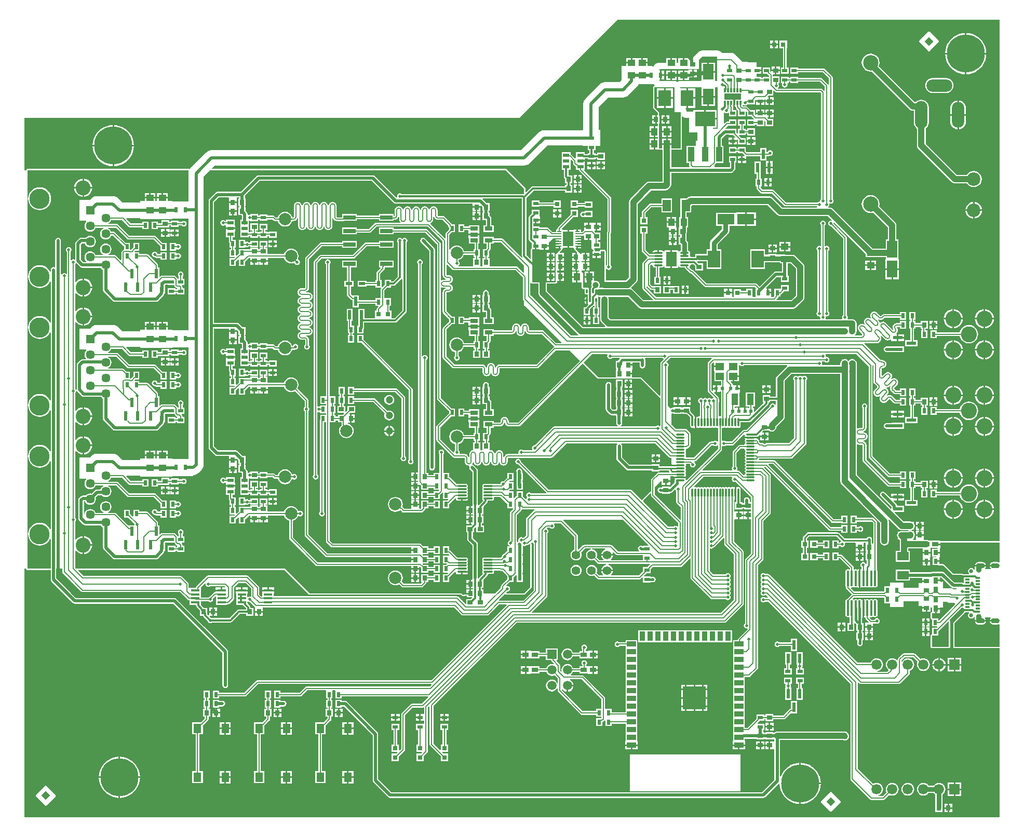
<source format=gtl>
G04*
G04 #@! TF.GenerationSoftware,Altium Limited,Altium Designer,24.5.1 (21)*
G04*
G04 Layer_Physical_Order=1*
G04 Layer_Color=255*
%FSLAX25Y25*%
%MOIN*%
G70*
G04*
G04 #@! TF.SameCoordinates,BF01A39B-E5BE-45C2-AD7E-2E88940229C6*
G04*
G04*
G04 #@! TF.FilePolarity,Positive*
G04*
G01*
G75*
%ADD10C,0.01000*%
%ADD12C,0.00787*%
%ADD13C,0.01968*%
%ADD15C,0.01181*%
%ADD18C,0.03150*%
%ADD21R,0.03400X0.03000*%
%ADD22R,0.03937X0.09449*%
%ADD23R,0.12992X0.09449*%
%ADD24R,0.06693X0.09843*%
%ADD25R,0.05512X0.04528*%
%ADD26O,0.01181X0.05807*%
%ADD27R,0.01968X0.02362*%
%ADD28R,0.04331X0.07480*%
%ADD29R,0.02756X0.01181*%
%ADD30R,0.02800X0.03400*%
%ADD31R,0.07480X0.05315*%
%ADD32R,0.03000X0.03400*%
%ADD33R,0.02400X0.03400*%
%ADD34R,0.05709X0.01772*%
G04:AMPARAMS|DCode=35|XSize=25.98mil|YSize=11.81mil|CornerRadius=1.48mil|HoleSize=0mil|Usage=FLASHONLY|Rotation=90.000|XOffset=0mil|YOffset=0mil|HoleType=Round|Shape=RoundedRectangle|*
%AMROUNDEDRECTD35*
21,1,0.02598,0.00886,0,0,90.0*
21,1,0.02303,0.01181,0,0,90.0*
1,1,0.00295,0.00443,0.01152*
1,1,0.00295,0.00443,-0.01152*
1,1,0.00295,-0.00443,-0.01152*
1,1,0.00295,-0.00443,0.01152*
%
%ADD35ROUNDEDRECTD35*%
%ADD36R,0.02756X0.00787*%
%ADD37R,0.07008X0.09252*%
%ADD38R,0.03400X0.02400*%
%ADD39R,0.03150X0.03150*%
%ADD40R,0.03900X0.04900*%
%ADD41R,0.03937X0.02165*%
G04:AMPARAMS|DCode=42|XSize=57.87mil|YSize=11.02mil|CornerRadius=1.38mil|HoleSize=0mil|Usage=FLASHONLY|Rotation=180.000|XOffset=0mil|YOffset=0mil|HoleType=Round|Shape=RoundedRectangle|*
%AMROUNDEDRECTD42*
21,1,0.05787,0.00827,0,0,180.0*
21,1,0.05512,0.01102,0,0,180.0*
1,1,0.00276,-0.02756,0.00413*
1,1,0.00276,0.02756,0.00413*
1,1,0.00276,0.02756,-0.00413*
1,1,0.00276,-0.02756,-0.00413*
%
%ADD42ROUNDEDRECTD42*%
%ADD43R,0.05906X0.03543*%
%ADD44R,0.03543X0.05906*%
%ADD45R,0.03543X0.03543*%
%ADD46R,0.10827X0.03937*%
%ADD47R,0.01181X0.02559*%
%ADD48R,0.03400X0.02800*%
%ADD49C,0.07874*%
%ADD50R,0.04900X0.03900*%
%ADD51R,0.02362X0.06299*%
%ADD52O,0.05807X0.01181*%
%ADD53O,0.05787X0.01102*%
%ADD54R,0.05118X0.02756*%
%ADD55O,0.01575X0.10039*%
%ADD56R,0.03150X0.03150*%
%ADD57R,0.05315X0.07480*%
%ADD58R,0.07874X0.11024*%
%ADD59R,0.11024X0.06693*%
%ADD60R,0.08465X0.10433*%
%ADD61R,0.05118X0.06102*%
%ADD62R,0.07874X0.02756*%
%ADD63R,0.04016X0.02992*%
%ADD64R,0.06299X0.02362*%
%ADD65R,0.04173X0.02126*%
%ADD66R,0.06693X0.11024*%
%ADD67R,0.02992X0.04016*%
%ADD138R,0.06801X0.09301*%
%ADD139P,0.05568X4X360.0*%
%ADD140P,0.05568X4X270.0*%
%ADD141C,0.03937*%
%ADD142C,0.02953*%
%ADD143C,0.01575*%
%ADD144C,0.02362*%
%ADD145R,0.14961X0.14961*%
%ADD146C,0.02480*%
%ADD147O,0.05118X0.02559*%
%ADD148C,0.02441*%
%ADD149R,0.06614X0.06614*%
%ADD150C,0.06614*%
%ADD151C,0.08661*%
%ADD152R,0.05906X0.05906*%
%ADD153C,0.05906*%
%ADD154C,0.05701*%
%ADD155R,0.05701X0.05701*%
%ADD156C,0.09567*%
%ADD157C,0.12992*%
%ADD158C,0.10236*%
%ADD159C,0.04724*%
%ADD160C,0.24410*%
%ADD161C,0.05512*%
%ADD162C,0.09843*%
%ADD163O,0.08000X0.16600*%
%ADD164O,0.16600X0.08000*%
%ADD165O,0.08000X0.17800*%
%ADD166C,0.01968*%
%ADD167C,0.03937*%
G36*
X446850Y474551D02*
X445722D01*
X445291Y474932D01*
Y479891D01*
X440945D01*
X436598D01*
Y474932D01*
X436168Y474551D01*
X423166D01*
X423035Y474534D01*
X422904Y474542D01*
X422523Y474466D01*
X422138Y474416D01*
X422016Y474366D01*
X421888Y474340D01*
X421539Y474168D01*
X421180Y474019D01*
X421178Y474017D01*
X420221Y474414D01*
X419193Y474549D01*
X409617D01*
Y475646D01*
X409980D01*
Y478346D01*
Y481046D01*
X409617D01*
Y482283D01*
X435039D01*
Y488189D01*
X437008Y490158D01*
X446850D01*
Y474551D01*
D02*
G37*
G36*
X447116Y456368D02*
Y443898D01*
X443940D01*
Y444564D01*
X446472D01*
Y449788D01*
X438976D01*
Y450288D01*
X438476D01*
Y456012D01*
X431480D01*
Y454724D01*
X427160D01*
X427064Y455457D01*
X426667Y456415D01*
X426321Y456866D01*
X426567Y457366D01*
X426862D01*
Y463583D01*
Y469799D01*
X423164D01*
Y470578D01*
X423166Y470580D01*
X436168D01*
X436598Y470412D01*
X436598Y470080D01*
Y464991D01*
X440945D01*
X445291D01*
Y470080D01*
X445291Y470412D01*
X445722Y470580D01*
X447116D01*
Y456368D01*
D02*
G37*
G36*
X483880Y467652D02*
X484270Y467391D01*
X484731Y467300D01*
X484731Y467300D01*
X512887D01*
X513363Y466824D01*
Y398964D01*
X513290Y398915D01*
X512898Y398329D01*
X512761Y397638D01*
X512793Y397475D01*
X512368Y397049D01*
X512205Y397082D01*
X511514Y396944D01*
X510927Y396553D01*
X510879Y396480D01*
X491050D01*
X483135Y404395D01*
X482744Y404656D01*
X482283Y404748D01*
X482283Y404748D01*
X475892D01*
X474582Y406058D01*
Y406961D01*
X475365D01*
Y411936D01*
X474582D01*
Y414961D01*
X474606D01*
Y422835D01*
X470669D01*
Y414961D01*
X472174D01*
Y411936D01*
X471390D01*
Y406961D01*
X472174D01*
Y405559D01*
X472174Y405559D01*
X472265Y405098D01*
X472526Y404707D01*
X474542Y402692D01*
X474542Y402692D01*
X474933Y402431D01*
X475394Y402339D01*
X475394Y402339D01*
X481785D01*
X489700Y394424D01*
X490090Y394163D01*
X490551Y394071D01*
X510778D01*
X510993Y393831D01*
X510783Y393331D01*
X488553D01*
X482280Y399603D01*
X481705Y400045D01*
X481034Y400323D01*
X480315Y400418D01*
X429570D01*
X428851Y400323D01*
X428180Y400045D01*
X427604Y399603D01*
X427234Y399232D01*
X427083Y399213D01*
X425000D01*
X424866Y399239D01*
X424732Y399213D01*
X423130D01*
Y398177D01*
X423012Y398000D01*
X422859Y397232D01*
Y394685D01*
Y387141D01*
X422522D01*
Y380666D01*
X422116Y380440D01*
X421972D01*
Y375465D01*
X423131D01*
Y374535D01*
X421972D01*
Y372151D01*
X421952Y372047D01*
Y371847D01*
X421972Y371743D01*
Y369560D01*
X423283D01*
X423479Y369364D01*
Y365538D01*
X423445D01*
X422923Y365434D01*
X422480Y365138D01*
X421822Y365054D01*
X421723Y365135D01*
Y365887D01*
X417823D01*
Y360236D01*
Y354586D01*
X421723D01*
Y355338D01*
X421822Y355418D01*
X422480Y355334D01*
X422923Y355038D01*
X423445Y354934D01*
X425873D01*
X425946Y354567D01*
X426207Y354177D01*
X429070Y351314D01*
X429070Y351314D01*
X429460Y351053D01*
X429921Y350961D01*
X430210D01*
X438518Y342652D01*
X438909Y342391D01*
X439370Y342300D01*
X470958D01*
X471726Y341532D01*
X471534Y341070D01*
X471485D01*
Y336095D01*
X471087Y335850D01*
X469858D01*
X469460Y336095D01*
X469460Y336350D01*
Y341070D01*
X465485D01*
Y339787D01*
X462008D01*
Y340945D01*
X457283D01*
Y336350D01*
X457283Y336221D01*
X456971Y335850D01*
X456749D01*
X456315Y336008D01*
X456315Y336350D01*
Y338083D01*
X451165D01*
X451165Y336008D01*
X450731Y335850D01*
X407554D01*
X401273Y342131D01*
X401312Y342567D01*
X401777Y342721D01*
X403672Y340826D01*
X403672Y340826D01*
X404063Y340565D01*
X404524Y340473D01*
X404524Y340473D01*
X406130D01*
Y338064D01*
X410705D01*
Y343039D01*
X406130D01*
Y342881D01*
X405022D01*
X403728Y344176D01*
Y355962D01*
X404491Y356725D01*
X404739Y356701D01*
X405151Y356299D01*
X405255Y355777D01*
X405551Y355334D01*
X405993Y355038D01*
X406516Y354934D01*
X407213D01*
Y348944D01*
X406430D01*
Y343969D01*
X410405D01*
Y348944D01*
X409622D01*
Y354934D01*
X411201D01*
X411723Y355038D01*
X412166Y355334D01*
X412823Y355418D01*
X412922Y355338D01*
Y354586D01*
X416823D01*
Y360236D01*
Y365887D01*
X412922D01*
Y365289D01*
X412422Y365137D01*
X412319Y365292D01*
X411806Y365634D01*
X411201Y365755D01*
X409358D01*
Y364173D01*
X408858D01*
Y363673D01*
X404807D01*
X404605Y363409D01*
X403495D01*
X400810Y366093D01*
Y376575D01*
X401968D01*
Y381299D01*
X397244D01*
Y376575D01*
X398402D01*
Y365595D01*
X398402Y365595D01*
X398494Y365134D01*
X398755Y364743D01*
X401847Y361651D01*
X401904Y361094D01*
X401822Y361005D01*
X399172Y358355D01*
X398911Y357965D01*
X398819Y357504D01*
X398819Y357504D01*
Y341677D01*
X398819Y341677D01*
X398911Y341216D01*
X399172Y340826D01*
X405631Y334367D01*
X405440Y333905D01*
X399357D01*
X392497Y340765D01*
X391921Y341207D01*
X391627Y341329D01*
X391588Y341382D01*
X391516Y341916D01*
X394879Y345279D01*
X395321Y345854D01*
X395598Y346525D01*
X395693Y347244D01*
Y395699D01*
X404301Y404307D01*
X413475D01*
X414195Y404402D01*
X414865Y404679D01*
X415441Y405121D01*
X416399Y406079D01*
X416840Y406654D01*
X417118Y407325D01*
X417213Y408044D01*
Y415517D01*
X455540D01*
X456231Y415654D01*
X456817Y416046D01*
X457970Y417199D01*
X458362Y417785D01*
X458499Y418476D01*
Y422178D01*
X459180D01*
Y426153D01*
X454206D01*
Y422178D01*
X454886D01*
Y419224D01*
X454792Y419129D01*
X444882D01*
Y420541D01*
X445733Y421392D01*
X445733Y421393D01*
X445995Y421783D01*
X446026Y421942D01*
X450787D01*
Y432965D01*
X449838D01*
Y437638D01*
X452370Y440170D01*
X454206D01*
Y439989D01*
X457034D01*
X457148Y439818D01*
X458328Y438638D01*
X458137Y438176D01*
X457193D01*
Y436476D01*
X459393D01*
Y436606D01*
X459500Y436713D01*
X459893Y436864D01*
X460103Y436706D01*
X460111Y436666D01*
Y433989D01*
X465086D01*
Y437964D01*
X462321D01*
X462144Y438229D01*
X462144Y438229D01*
X460845Y439527D01*
X461037Y439989D01*
X465086D01*
Y440772D01*
X466016D01*
Y439689D01*
X470991D01*
Y444264D01*
X466016D01*
Y443181D01*
X465086D01*
Y443964D01*
X463803D01*
Y445800D01*
X465086D01*
Y449775D01*
X460111D01*
Y445800D01*
X461394D01*
Y443964D01*
X460111D01*
Y440915D01*
X459649Y440723D01*
X459203Y441169D01*
Y441170D01*
X459180Y441286D01*
Y443964D01*
X454206D01*
Y443783D01*
X452098D01*
X451891Y444283D01*
X453648Y446040D01*
X454206D01*
Y445800D01*
X459180D01*
Y449775D01*
X454206D01*
Y448448D01*
X453150D01*
X453150Y448448D01*
X452689Y448357D01*
X452298Y448096D01*
X452298Y448096D01*
X451549Y447347D01*
X451087Y447538D01*
Y454186D01*
X451587Y454359D01*
X452065Y454040D01*
X452756Y453902D01*
X453447Y454040D01*
X453706Y454212D01*
X454206Y453945D01*
Y451800D01*
X459180D01*
Y455775D01*
X456913D01*
Y457983D01*
X456913Y457983D01*
X457052Y458153D01*
X457177D01*
Y460433D01*
X458177D01*
Y458153D01*
X458486D01*
X458533Y457916D01*
X458794Y457526D01*
X458835Y457485D01*
Y457393D01*
X458835Y457393D01*
X458927Y456932D01*
X459188Y456541D01*
X460088Y455641D01*
Y454594D01*
X460088Y454594D01*
X460111Y454477D01*
Y451800D01*
X465086D01*
Y454849D01*
X465548Y455041D01*
X465993Y454595D01*
Y454594D01*
X465993Y454594D01*
X466016Y454477D01*
Y451800D01*
X468845D01*
X468959Y451630D01*
X470314Y450275D01*
X470106Y449775D01*
X466016D01*
Y445800D01*
X470991D01*
Y446583D01*
X471922D01*
Y445500D01*
X476897D01*
Y448849D01*
X477359Y449041D01*
X477828Y448572D01*
Y445500D01*
X482802D01*
Y450075D01*
X479731D01*
X478980Y450826D01*
X479171Y451287D01*
X479815D01*
Y453287D01*
X477615D01*
Y452572D01*
X477557Y452555D01*
X477109Y452911D01*
Y453287D01*
X474409D01*
X471709D01*
Y453260D01*
X471209Y452974D01*
X471121Y453024D01*
X470991Y453144D01*
Y455775D01*
X468163D01*
X468049Y455945D01*
X466056Y457938D01*
X465665Y458199D01*
X465205Y458291D01*
X465205Y458291D01*
X463097D01*
X462992Y458396D01*
Y458966D01*
X463492Y459217D01*
X463876Y458961D01*
X464567Y458824D01*
X465258Y458961D01*
X465661Y459230D01*
X465844Y459353D01*
X465905Y459433D01*
X466016Y459580D01*
X466016Y459580D01*
X470991D01*
Y462210D01*
X471121Y462331D01*
X471209Y462381D01*
X471709Y462094D01*
Y462067D01*
X474409D01*
X477109D01*
Y462444D01*
X477557Y462799D01*
X477615Y462783D01*
Y462067D01*
X479815D01*
Y464067D01*
X479171D01*
X478980Y464529D01*
X479731Y465279D01*
X482802D01*
Y468076D01*
X483264Y468268D01*
X483880Y467652D01*
D02*
G37*
G36*
X419193Y454429D02*
X423228D01*
Y431208D01*
X417383D01*
Y433555D01*
X411483D01*
Y431208D01*
X409449D01*
Y447316D01*
X409721D01*
Y452290D01*
X409449D01*
Y454535D01*
X406496Y457488D01*
Y470578D01*
X419193D01*
Y454429D01*
D02*
G37*
G36*
X360505Y432902D02*
X363654D01*
Y430052D01*
X364737D01*
Y428216D01*
X363654D01*
Y427633D01*
X361614D01*
Y428839D01*
X356102D01*
Y425311D01*
X355890D01*
Y425207D01*
X355428Y425015D01*
X353115Y427328D01*
X352725Y427589D01*
X352559Y427622D01*
Y428839D01*
X347047D01*
Y425598D01*
X347047Y425098D01*
X347047D01*
Y425098D01*
X347047D01*
Y421858D01*
X347047Y421358D01*
X347047D01*
Y421358D01*
X347047D01*
Y417618D01*
X348398D01*
Y413145D01*
X348505Y412607D01*
X348810Y412151D01*
X349043Y411918D01*
Y408930D01*
X349926D01*
Y407999D01*
X349043D01*
Y406917D01*
X328448D01*
X327910Y406810D01*
X327454Y406505D01*
X324099Y403150D01*
X323638Y403342D01*
Y405512D01*
X323576Y405819D01*
X323402Y406079D01*
X323402Y406079D01*
X311591Y417891D01*
X311331Y418064D01*
X311024Y418126D01*
X122649D01*
X122458Y418588D01*
X124103Y420233D01*
X322835D01*
X324119Y420402D01*
X325317Y420898D01*
X326344Y421687D01*
X337733Y433076D01*
X360505D01*
Y432902D01*
D02*
G37*
G36*
X406178Y472564D02*
X406702Y471881D01*
X406526Y471425D01*
X406485Y471379D01*
X406189Y471320D01*
X405928Y471146D01*
X405754Y470885D01*
X405693Y470578D01*
Y457488D01*
X405693Y457488D01*
X405754Y457180D01*
X405928Y456920D01*
X408646Y454202D01*
Y452503D01*
X407933D01*
Y449803D01*
Y447103D01*
X408646D01*
Y445379D01*
X406933D01*
Y441929D01*
Y438479D01*
X408646D01*
Y437505D01*
X406933D01*
Y434055D01*
Y430605D01*
X408934D01*
X409142Y430466D01*
X409449Y430405D01*
X411483D01*
X411653Y430266D01*
Y417323D01*
Y409866D01*
X403150D01*
X402430Y409772D01*
X401760Y409494D01*
X401184Y409052D01*
X390948Y398816D01*
X390506Y398240D01*
X390228Y397570D01*
X390134Y396850D01*
Y348395D01*
X388219Y346480D01*
X375212D01*
Y353952D01*
X375712Y354104D01*
X375888Y353841D01*
X376474Y353449D01*
X377165Y353312D01*
X377857Y353449D01*
X378443Y353841D01*
X378834Y354427D01*
X378972Y355118D01*
X378834Y355809D01*
X378443Y356395D01*
X378370Y356444D01*
Y376776D01*
X378560Y377061D01*
X378652Y377522D01*
X378652Y377522D01*
Y399324D01*
X378652Y399324D01*
X378560Y399785D01*
X378299Y400175D01*
X361318Y417156D01*
X361510Y417618D01*
X361614D01*
Y421146D01*
X361827D01*
Y422728D01*
X358858D01*
Y423728D01*
X361827D01*
Y424823D01*
X363654D01*
Y424241D01*
X368629D01*
Y424823D01*
X369560D01*
Y423941D01*
X374535D01*
Y428516D01*
X369560D01*
Y427633D01*
X368629D01*
Y428216D01*
X367547D01*
Y430052D01*
X368629D01*
Y432902D01*
X371779D01*
Y443176D01*
X370712D01*
Y457787D01*
X376859Y463934D01*
X386221D01*
X387505Y464103D01*
X388702Y464599D01*
X389730Y465388D01*
X395242Y470899D01*
X395242Y470900D01*
X396031Y471928D01*
X396225Y472397D01*
X405009D01*
Y472709D01*
X406118D01*
X406178Y472564D01*
D02*
G37*
G36*
X424559Y451758D02*
X424743Y451574D01*
X424968Y451444D01*
X425175Y451285D01*
X425415Y451186D01*
X425641Y451056D01*
X425892Y450988D01*
X426133Y450889D01*
X426391Y450855D01*
X426642Y450787D01*
X426902D01*
X427160Y450753D01*
X428543D01*
Y441627D01*
X434013D01*
Y436115D01*
X433071D01*
Y433222D01*
X432677Y432965D01*
X427165D01*
Y421942D01*
X428717D01*
Y420472D01*
X428717Y420472D01*
X428809Y420012D01*
X429070Y419621D01*
X429100Y419591D01*
X428908Y419129D01*
X417213D01*
Y430266D01*
X417383Y430405D01*
X423228D01*
X423536Y430466D01*
X423796Y430640D01*
X423970Y430901D01*
X424031Y431208D01*
Y451549D01*
X424531Y451779D01*
X424559Y451758D01*
D02*
G37*
G36*
X354308Y422729D02*
Y421575D01*
X354308Y421575D01*
X354399Y421114D01*
X354660Y420723D01*
X355468Y419916D01*
X355858Y419655D01*
X356102Y419607D01*
Y417618D01*
X357895D01*
X357973Y417225D01*
X358235Y416834D01*
X376244Y398825D01*
Y377986D01*
X376053Y377700D01*
X375961Y377239D01*
X375961Y377239D01*
Y356526D01*
X375712Y356301D01*
X375212Y356492D01*
Y365351D01*
X375151Y365658D01*
X374977Y365918D01*
X374717Y366092D01*
X374409Y366153D01*
X372488D01*
X372481Y366152D01*
X372474Y366153D01*
X371977Y366144D01*
X371831Y366113D01*
X371684Y366083D01*
X371678Y366079D01*
X371671Y366078D01*
X371548Y365993D01*
X371424Y365909D01*
X371420Y365903D01*
X371414Y365899D01*
X371333Y365774D01*
X371250Y365649D01*
X371248Y365642D01*
X371244Y365636D01*
X371218Y365489D01*
X371188Y365342D01*
Y365129D01*
X368452D01*
X368187Y365629D01*
X368229Y365842D01*
X368168Y366149D01*
X367994Y366409D01*
X367711Y366692D01*
X367902Y367154D01*
X371779D01*
Y371129D01*
X370338D01*
Y372665D01*
X371779D01*
Y377240D01*
X368731D01*
X367980Y377991D01*
X368171Y378453D01*
X368791D01*
Y380953D01*
Y383453D01*
X364673D01*
Y380953D01*
X364173D01*
Y380453D01*
X361473D01*
Y378966D01*
X361456Y378963D01*
X361066Y378702D01*
X361066Y378702D01*
X359946Y377582D01*
X359366D01*
Y379346D01*
X357488D01*
Y377953D01*
X356488D01*
Y379346D01*
X354610D01*
Y378854D01*
X351681D01*
Y373228D01*
Y367602D01*
X354454D01*
X354823Y367323D01*
X354823D01*
X354823Y367323D01*
X355021Y366823D01*
X354986Y366648D01*
X355047Y366341D01*
X355221Y366081D01*
X356722Y364579D01*
X356555Y364176D01*
Y361417D01*
Y358717D01*
X358066D01*
X358221Y358465D01*
X358066Y358212D01*
X356555D01*
Y355512D01*
Y352812D01*
X357979D01*
X358315Y352312D01*
X358298Y352269D01*
X357130D01*
Y348819D01*
Y345369D01*
X359580D01*
X359831Y344973D01*
Y341791D01*
X359892Y341484D01*
X360066Y341224D01*
X360327Y341050D01*
X360634Y340988D01*
X361523D01*
X361793Y340659D01*
Y338356D01*
X361865Y337991D01*
X362072Y337682D01*
X362381Y337475D01*
X362746Y337403D01*
X363632D01*
X363753Y337304D01*
Y336141D01*
X363689Y336089D01*
Y333720D01*
Y331410D01*
X363772Y331427D01*
X364018Y330966D01*
X362758Y329705D01*
X362460Y329259D01*
X361154D01*
Y324284D01*
X365129D01*
Y327245D01*
X365156Y327381D01*
Y328130D01*
X366775Y329749D01*
X367226Y330050D01*
X367428Y330252D01*
X367890Y330061D01*
Y329259D01*
X367154D01*
Y324284D01*
X367890D01*
Y323354D01*
X367154D01*
Y318379D01*
X371129D01*
Y323354D01*
X370299D01*
Y324284D01*
X371129D01*
Y329259D01*
X370299D01*
Y332025D01*
X370418Y332204D01*
X370491Y332569D01*
Y334872D01*
X370418Y335237D01*
X370212Y335546D01*
X370225Y336139D01*
X370237Y336150D01*
X370324Y336114D01*
X371043Y336019D01*
X371798D01*
X372044Y335520D01*
X372002Y335465D01*
X371725Y334794D01*
X371630Y334075D01*
Y321598D01*
X371725Y320878D01*
X372002Y320208D01*
X372444Y319632D01*
X375017Y317059D01*
X374837Y316559D01*
X360600D01*
X337425Y339734D01*
Y344500D01*
X343134Y344500D01*
X343441Y344561D01*
X343702Y344735D01*
X343876Y344996D01*
X343937Y345303D01*
Y346119D01*
X345413D01*
Y348819D01*
Y351519D01*
X343984D01*
Y352812D01*
X345413D01*
Y355512D01*
Y358212D01*
X343984D01*
Y358717D01*
X345413D01*
Y361417D01*
X345913D01*
Y361917D01*
X348413D01*
Y364117D01*
X345737D01*
X345545Y364579D01*
X347047Y366081D01*
X347221Y366341D01*
X347282Y366648D01*
X347247Y366823D01*
X347531Y367323D01*
X347539D01*
Y367602D01*
X350681D01*
Y373228D01*
Y378854D01*
X347539D01*
Y379134D01*
X347095D01*
X346888Y379634D01*
X354459Y387205D01*
X357480D01*
Y391929D01*
X352756D01*
Y388908D01*
X344523Y380674D01*
X344261Y380284D01*
X344170Y379823D01*
X344170Y379823D01*
Y379134D01*
X343209D01*
Y377582D01*
X341050D01*
X338497Y380135D01*
X338106Y380396D01*
X337646Y380488D01*
X337646Y380488D01*
X332802D01*
Y381271D01*
X328642D01*
Y383084D01*
X329815D01*
Y385283D01*
X330315D01*
Y385784D01*
X333015D01*
Y387484D01*
X332941D01*
X332802Y387926D01*
X332802D01*
Y391901D01*
X327828D01*
Y389440D01*
X327821Y389406D01*
X327591Y389176D01*
X327507Y389159D01*
X327051Y388855D01*
X326244Y388048D01*
X325939Y387592D01*
X325832Y387054D01*
Y372883D01*
X325939Y372345D01*
X326244Y371889D01*
X327051Y371082D01*
X327411Y370842D01*
X327507Y370778D01*
X327507Y370777D01*
X327828Y370641D01*
Y367231D01*
X327645Y367195D01*
X327385Y367021D01*
X327211Y366761D01*
X327150Y366454D01*
Y360530D01*
X326688Y360338D01*
X324240Y362787D01*
Y399317D01*
X329030Y404107D01*
X349043D01*
Y403024D01*
X353618D01*
Y407999D01*
X352736D01*
Y408930D01*
X353618D01*
Y413905D01*
X351208D01*
Y417618D01*
X352559D01*
Y420858D01*
X352559Y421358D01*
X352559D01*
Y421358D01*
X352559D01*
Y423825D01*
X353021Y424016D01*
X354308Y422729D01*
D02*
G37*
G36*
X322835Y405512D02*
Y402341D01*
X322335Y401957D01*
X322143Y401996D01*
X244197D01*
X243801Y402259D01*
X243110Y402397D01*
X242419Y402259D01*
X241833Y401868D01*
X241441Y401282D01*
X241304Y400591D01*
X241362Y400299D01*
X240997Y399764D01*
X240806Y399740D01*
X227065Y413482D01*
X226479Y413874D01*
X225787Y414011D01*
X152259D01*
X151567Y413874D01*
X150981Y413482D01*
X140881Y403381D01*
X125984D01*
X125293Y403244D01*
X124707Y402852D01*
X120770Y398915D01*
X120378Y398329D01*
X120241Y397638D01*
Y316929D01*
Y239342D01*
X120378Y238651D01*
X120770Y238065D01*
X124434Y234401D01*
X125020Y234010D01*
X125711Y233872D01*
X133280D01*
Y231799D01*
X138298D01*
X138742Y231983D01*
X139492Y231232D01*
Y228812D01*
X140170D01*
Y228128D01*
X139492D01*
Y223153D01*
X141510D01*
X141698Y222965D01*
Y220177D01*
X140551D01*
Y216937D01*
X140551Y216437D01*
X140551D01*
Y216437D01*
X140551D01*
Y213197D01*
X140551Y212697D01*
X140551Y212197D01*
Y208957D01*
X146063D01*
Y209623D01*
X147119D01*
Y208690D01*
X152094D01*
Y209623D01*
X153024D01*
Y208690D01*
X157999D01*
Y209623D01*
X158930D01*
Y208690D01*
X163905D01*
Y212665D01*
X158930D01*
Y212031D01*
X157999D01*
Y212665D01*
X156716D01*
Y213516D01*
X157999D01*
Y217491D01*
X153024D01*
Y213516D01*
X154308D01*
Y212665D01*
X153024D01*
Y212031D01*
X152094D01*
Y212665D01*
X150811D01*
Y213216D01*
X152094D01*
Y217791D01*
X147119D01*
Y213216D01*
X148402D01*
Y212665D01*
X147119D01*
Y212031D01*
X146416D01*
X146063Y212385D01*
Y212697D01*
X146063Y213197D01*
Y216437D01*
X146063D01*
X146063Y216437D01*
X146063Y216937D01*
Y219374D01*
X146449Y219691D01*
X146653Y219650D01*
X146732Y219666D01*
X147119Y219349D01*
Y219216D01*
X152094D01*
Y220300D01*
X153024D01*
Y219516D01*
X157999D01*
Y220300D01*
X161418D01*
X162097Y219621D01*
X162488Y219360D01*
X162949Y219268D01*
X164685D01*
X164689Y219239D01*
X165165Y218090D01*
X165922Y217103D01*
X166909Y216346D01*
X168058Y215870D01*
X169291Y215707D01*
X170525Y215870D01*
X171674Y216346D01*
X172661Y217103D01*
X173418Y218090D01*
X173690Y218747D01*
X174309Y218935D01*
X174506Y218804D01*
X175197Y218666D01*
X175888Y218804D01*
X176474Y219195D01*
X176866Y219781D01*
X177003Y220472D01*
X176866Y221164D01*
X176474Y221750D01*
X175888Y222141D01*
X175197Y222279D01*
X174506Y222141D01*
X174309Y222010D01*
X173690Y222198D01*
X173418Y222855D01*
X172661Y223842D01*
X171674Y224599D01*
X170525Y225075D01*
X169291Y225238D01*
X168058Y225075D01*
X166909Y224599D01*
X165922Y223842D01*
X165165Y222855D01*
X164689Y221706D01*
X164685Y221677D01*
X163448D01*
X162769Y222356D01*
X162378Y222617D01*
X161917Y222708D01*
X161917Y222708D01*
X157999D01*
Y223491D01*
X153024D01*
Y222708D01*
X152094D01*
Y223791D01*
X147119D01*
Y223565D01*
X146732Y223247D01*
X146653Y223263D01*
X145962Y223126D01*
X145810Y223024D01*
X145310Y223291D01*
Y223713D01*
X145173Y224405D01*
X144781Y224991D01*
X144067Y225705D01*
Y228128D01*
X143783D01*
Y228812D01*
X144067D01*
Y233787D01*
X142047D01*
X138877Y236956D01*
X138292Y237347D01*
X137600Y237485D01*
X126459D01*
X123854Y240090D01*
Y315642D01*
X133280D01*
Y314476D01*
X138298D01*
X138742Y314660D01*
X139492Y313909D01*
Y311489D01*
X140170D01*
Y310805D01*
X139492D01*
Y305830D01*
X141510D01*
X141698Y305642D01*
Y302854D01*
X140551D01*
Y299614D01*
X140551Y299114D01*
X140551D01*
Y299114D01*
X140551D01*
Y295874D01*
X140551Y295374D01*
X140551Y294874D01*
Y291634D01*
X146063D01*
Y292300D01*
X147119D01*
Y291367D01*
X152094D01*
Y292300D01*
X153024D01*
Y291367D01*
X157999D01*
Y292300D01*
X158930D01*
Y291367D01*
X163905D01*
Y295342D01*
X158930D01*
Y294708D01*
X157999D01*
Y295342D01*
X156716D01*
Y296194D01*
X157999D01*
Y300168D01*
X153024D01*
Y296194D01*
X154308D01*
Y295342D01*
X153024D01*
Y294708D01*
X152094D01*
Y295342D01*
X150811D01*
Y295894D01*
X152094D01*
Y300468D01*
X147119D01*
Y295894D01*
X148402D01*
Y295342D01*
X147119D01*
Y294708D01*
X146416D01*
X146063Y295062D01*
Y295374D01*
X146063Y295874D01*
Y299114D01*
X146063D01*
X146063Y299114D01*
X146063Y299614D01*
Y302051D01*
X146449Y302368D01*
X146653Y302327D01*
X146732Y302343D01*
X147119Y302026D01*
Y301894D01*
X152094D01*
Y302977D01*
X153024D01*
Y302194D01*
X157999D01*
Y302977D01*
X161418D01*
X162097Y302298D01*
X162488Y302037D01*
X162949Y301945D01*
X164685D01*
X164689Y301916D01*
X165165Y300767D01*
X165922Y299780D01*
X166909Y299023D01*
X168058Y298547D01*
X169291Y298384D01*
X170525Y298547D01*
X171674Y299023D01*
X172661Y299780D01*
X173418Y300767D01*
X173894Y301916D01*
X173898Y301945D01*
X174932D01*
X174932Y301945D01*
X175393Y302037D01*
X175637Y302200D01*
X175984Y302131D01*
X176675Y302268D01*
X177261Y302660D01*
X177653Y303246D01*
X177791Y303937D01*
X177653Y304628D01*
X177261Y305214D01*
X176675Y305606D01*
X175984Y305743D01*
X175293Y305606D01*
X174707Y305214D01*
X174327Y304645D01*
X174225Y304625D01*
X173801Y304607D01*
X173418Y305532D01*
X172661Y306519D01*
X171674Y307276D01*
X170525Y307752D01*
X169291Y307915D01*
X168058Y307752D01*
X166909Y307276D01*
X165922Y306519D01*
X165165Y305532D01*
X164689Y304383D01*
X164685Y304354D01*
X163448D01*
X162769Y305033D01*
X162378Y305294D01*
X161917Y305385D01*
X161917Y305385D01*
X157999D01*
Y306169D01*
X153024D01*
Y305385D01*
X152094D01*
Y306469D01*
X147119D01*
Y306242D01*
X146732Y305925D01*
X146653Y305940D01*
X145962Y305803D01*
X145810Y305701D01*
X145310Y305968D01*
Y306391D01*
X145173Y307082D01*
X144781Y307668D01*
X144067Y308382D01*
Y310805D01*
X143783D01*
Y311489D01*
X144067D01*
Y316464D01*
X142047D01*
X139785Y318725D01*
X139199Y319117D01*
X138508Y319254D01*
X123854D01*
Y396890D01*
X126732Y399768D01*
X133074D01*
X133280Y399354D01*
X133280Y399268D01*
Y397153D01*
X138279D01*
Y399268D01*
X138279Y399354D01*
X138485Y399768D01*
X139973D01*
Y399141D01*
X139492D01*
Y394166D01*
X140170D01*
Y393482D01*
X139492D01*
Y388507D01*
X141510D01*
X141698Y388319D01*
Y385531D01*
X140551D01*
Y382291D01*
X140551Y381791D01*
X140551D01*
Y381791D01*
X140551D01*
Y378551D01*
X140551Y378051D01*
X140551Y377551D01*
Y374311D01*
X146063D01*
Y374977D01*
X147119D01*
Y374044D01*
X152094D01*
Y374977D01*
X153024D01*
Y374044D01*
X157999D01*
Y374977D01*
X158930D01*
Y374044D01*
X163905D01*
Y378019D01*
X158930D01*
Y377385D01*
X157999D01*
Y378019D01*
X156716D01*
Y378871D01*
X157999D01*
Y382846D01*
X153024D01*
Y378871D01*
X154308D01*
Y378019D01*
X153024D01*
Y377385D01*
X152094D01*
Y378019D01*
X150811D01*
Y378571D01*
X152094D01*
Y383146D01*
X147119D01*
Y378571D01*
X148402D01*
Y378019D01*
X147119D01*
Y377385D01*
X146416D01*
X146063Y377739D01*
Y378051D01*
X146063Y378551D01*
Y381791D01*
X146063D01*
X146063Y381791D01*
X146063Y382291D01*
Y384728D01*
X146449Y385045D01*
X146653Y385005D01*
X146732Y385020D01*
X147119Y384703D01*
Y384571D01*
X152094D01*
Y385654D01*
X153024D01*
Y384871D01*
X157999D01*
Y385654D01*
X161418D01*
X162097Y384975D01*
X162488Y384714D01*
X162949Y384623D01*
X164685D01*
X164689Y384593D01*
X165165Y383444D01*
X165922Y382457D01*
X166909Y381700D01*
X168058Y381224D01*
X169291Y381062D01*
X170525Y381224D01*
X171674Y381700D01*
X172661Y382457D01*
X173418Y383444D01*
X173894Y384593D01*
X173898Y384623D01*
X174803D01*
X174817Y384625D01*
X175475Y384712D01*
X176102Y384971D01*
X176640Y385384D01*
X177052Y385922D01*
X177312Y386548D01*
X177780Y386436D01*
Y381315D01*
X177783Y381301D01*
X177869Y380643D01*
X178129Y380016D01*
X178542Y379479D01*
X179079Y379066D01*
X179706Y378806D01*
X180378Y378718D01*
X181050Y378806D01*
X181676Y379066D01*
X182214Y379479D01*
X182627Y380016D01*
X182887Y380643D01*
X182913Y380846D01*
X183418D01*
X183444Y380643D01*
X183704Y380016D01*
X184116Y379479D01*
X184654Y379066D01*
X185281Y378806D01*
X185953Y378718D01*
X186625Y378806D01*
X187251Y379066D01*
X187789Y379479D01*
X188202Y380016D01*
X188461Y380643D01*
X188488Y380846D01*
X188992D01*
X189019Y380643D01*
X189278Y380016D01*
X189691Y379479D01*
X190229Y379066D01*
X190855Y378806D01*
X191528Y378718D01*
X192200Y378806D01*
X192826Y379066D01*
X193364Y379479D01*
X193777Y380016D01*
X194036Y380643D01*
X194063Y380846D01*
X194567D01*
X194594Y380643D01*
X194853Y380016D01*
X195266Y379479D01*
X195804Y379066D01*
X196430Y378806D01*
X197102Y378718D01*
X197775Y378806D01*
X198401Y379066D01*
X198939Y379479D01*
X199352Y380016D01*
X199611Y380643D01*
X199698Y381301D01*
X199700Y381315D01*
Y386436D01*
X200169Y386548D01*
X200428Y385922D01*
X200841Y385384D01*
X201379Y384971D01*
X202005Y384712D01*
X202663Y384625D01*
X202677Y384623D01*
X206890D01*
X206890Y384623D01*
X207351Y384714D01*
X207543Y384842D01*
X215354D01*
Y385804D01*
X229527D01*
Y384842D01*
X238976D01*
Y385401D01*
X239567D01*
X239581Y385403D01*
X240239Y385490D01*
X240865Y385749D01*
X241403Y386162D01*
X241816Y386700D01*
X242075Y387326D01*
X242544Y387214D01*
Y385691D01*
X242547Y385677D01*
X242633Y385018D01*
X242893Y384392D01*
X243203Y383988D01*
X243016Y383488D01*
X227559D01*
X227559Y383488D01*
X227098Y383396D01*
X226708Y383135D01*
X223123Y379551D01*
X215354D01*
Y380512D01*
X205906D01*
Y376181D01*
X215354D01*
Y377142D01*
X223622D01*
X223622Y377142D01*
X224083Y377234D01*
X224474Y377495D01*
X228058Y381079D01*
X260918D01*
X270449Y371549D01*
Y350394D01*
Y350000D01*
X270452Y349986D01*
X270539Y349328D01*
X270798Y348701D01*
X271211Y348164D01*
X271749Y347751D01*
X272375Y347491D01*
X272262Y347023D01*
X271102D01*
X271088Y347020D01*
X270430Y346934D01*
X269803Y346674D01*
X269786Y346661D01*
X269338Y346882D01*
Y370056D01*
X269246Y370516D01*
X268985Y370907D01*
X268985Y370907D01*
X260717Y379175D01*
X260327Y379436D01*
X259866Y379527D01*
X259866Y379527D01*
X238976D01*
Y380512D01*
X229527D01*
Y376181D01*
X238976D01*
Y377119D01*
X259367D01*
X266929Y369557D01*
Y270705D01*
X266929Y270705D01*
X267021Y270244D01*
X267282Y269854D01*
X274540Y262595D01*
Y261283D01*
X266865Y253607D01*
X266604Y253217D01*
X266512Y252756D01*
X266512Y252756D01*
Y244094D01*
X266512Y244094D01*
X266604Y243634D01*
X266865Y243243D01*
X277101Y233007D01*
X277492Y232746D01*
X277953Y232654D01*
X284566D01*
Y232641D01*
X284690Y232589D01*
X284742Y232465D01*
X284756D01*
Y230228D01*
X284758Y230215D01*
X284845Y229556D01*
X285104Y228930D01*
X285517Y228392D01*
X286055Y227979D01*
X286681Y227720D01*
X287353Y227631D01*
X287487Y227649D01*
X287777Y227183D01*
X287701Y227069D01*
X287564Y226378D01*
X287701Y225687D01*
X288093Y225101D01*
X289532Y223661D01*
Y202756D01*
X289670Y202065D01*
X289700Y202019D01*
X289433Y201519D01*
X288839D01*
Y198819D01*
Y196119D01*
X289934D01*
Y195613D01*
X288839D01*
Y192913D01*
Y190213D01*
X289004D01*
X289195Y189751D01*
X288639Y189195D01*
X285651D01*
Y184820D01*
X286332D01*
Y180365D01*
X286470Y179674D01*
X286861Y179088D01*
X289532Y176417D01*
Y155512D01*
X289670Y154821D01*
X289700Y154775D01*
X289433Y154275D01*
X288839D01*
Y151575D01*
Y148875D01*
X289934D01*
Y148369D01*
X288839D01*
Y145669D01*
X287839D01*
Y148369D01*
X285839D01*
Y145669D01*
X185039D01*
X169291Y161417D01*
X35168D01*
X34669Y161916D01*
Y173023D01*
X35169Y173193D01*
X35678Y172529D01*
X36887Y171602D01*
X38293Y171019D01*
X39303Y170886D01*
Y176654D01*
Y182421D01*
X38293Y182288D01*
X36887Y181705D01*
X35678Y180778D01*
X35169Y180114D01*
X34669Y180284D01*
Y191587D01*
X34742Y191636D01*
X35133Y192222D01*
X35271Y192913D01*
X35133Y193605D01*
X34742Y194191D01*
X34669Y194239D01*
Y237039D01*
X35169Y237209D01*
X35678Y236544D01*
X36887Y235617D01*
X38293Y235035D01*
X39303Y234902D01*
Y240669D01*
Y246437D01*
X38293Y246304D01*
X36887Y245721D01*
X35678Y244794D01*
X35169Y244130D01*
X34669Y244300D01*
Y255700D01*
X35169Y255870D01*
X35678Y255206D01*
X36887Y254279D01*
X38293Y253696D01*
X39303Y253563D01*
Y259331D01*
Y265098D01*
X38293Y264965D01*
X36887Y264383D01*
X35678Y263456D01*
X35169Y262791D01*
X34669Y262961D01*
Y274264D01*
X34742Y274313D01*
X35133Y274899D01*
X35271Y275590D01*
X35733Y275687D01*
X36124Y275101D01*
X38880Y272345D01*
X39466Y271953D01*
X40157Y271816D01*
X51258D01*
X51697Y271244D01*
X52457Y270661D01*
X52485Y270649D01*
Y257716D01*
X52622Y257025D01*
X53014Y256439D01*
X58762Y250691D01*
X59348Y250300D01*
X60039Y250162D01*
X86614D01*
X87305Y250300D01*
X87891Y250691D01*
X91435Y254235D01*
X91826Y254820D01*
X91964Y255512D01*
X92323D01*
Y260831D01*
X92528Y261036D01*
X93969D01*
Y260855D01*
X98279D01*
X98297Y260764D01*
X98558Y260373D01*
X99594Y259337D01*
X99694Y259271D01*
X99875Y258830D01*
X99875Y258830D01*
X99875Y258830D01*
Y258047D01*
X98944D01*
Y258830D01*
X93969D01*
Y254855D01*
X98944D01*
Y255638D01*
X99875D01*
Y254855D01*
X104850D01*
Y258830D01*
X103859D01*
X103566Y259224D01*
X103475Y259684D01*
X103214Y260075D01*
X102896Y260393D01*
X103087Y260855D01*
X104850D01*
Y264830D01*
X103566D01*
Y266390D01*
X103639Y266439D01*
X104031Y267025D01*
X104169Y267717D01*
X104031Y268408D01*
X103639Y268994D01*
X103053Y269385D01*
X102362Y269523D01*
X101671Y269385D01*
X101085Y268994D01*
X100693Y268408D01*
X100556Y267717D01*
X100693Y267025D01*
X101085Y266439D01*
X101158Y266390D01*
Y264830D01*
X100540D01*
X100522Y264921D01*
X100261Y265312D01*
X98973Y266600D01*
X98582Y266861D01*
X98122Y266952D01*
X98121Y266952D01*
X90354D01*
X90354Y266952D01*
X89894Y266861D01*
X89503Y266600D01*
X89503Y266599D01*
X89045Y266141D01*
X88583Y266333D01*
Y272047D01*
X87818D01*
Y273622D01*
X87818Y273622D01*
X87727Y274083D01*
X87466Y274474D01*
X87466Y274474D01*
X81560Y280379D01*
X81169Y280640D01*
X80709Y280732D01*
X80709Y280732D01*
X75854D01*
Y282015D01*
X72954D01*
X72763Y282477D01*
X73231Y282946D01*
X75854D01*
Y287920D01*
X71879D01*
Y284992D01*
X71858Y284978D01*
X71858Y284978D01*
X70367Y283488D01*
X70066D01*
X70016Y283521D01*
X69854Y283554D01*
Y287920D01*
X67582D01*
X65812Y289690D01*
X65421Y289951D01*
X64961Y290043D01*
X64961Y290043D01*
X55940D01*
X55841Y290543D01*
X56126Y290661D01*
X56886Y291244D01*
X57469Y292004D01*
X57836Y292889D01*
X57960Y293839D01*
X57836Y294788D01*
X57469Y295673D01*
X56886Y296433D01*
X56126Y297016D01*
X55841Y297134D01*
X55940Y297634D01*
X60899D01*
X68046Y290487D01*
X68437Y290226D01*
X68898Y290134D01*
X85084D01*
X89330Y285888D01*
X89330Y285888D01*
X89501Y285774D01*
Y282946D01*
X93476D01*
Y287920D01*
X90798D01*
X90682Y287944D01*
X90682Y287944D01*
X90681D01*
X86434Y292190D01*
X86044Y292451D01*
X85583Y292543D01*
X85583Y292543D01*
X69396D01*
X62249Y299690D01*
X61858Y299951D01*
X61398Y300043D01*
X61398Y300043D01*
X55940D01*
X55841Y300543D01*
X56126Y300661D01*
X56886Y301244D01*
X57469Y302004D01*
X57730Y302634D01*
X64710D01*
X68983Y298361D01*
X68983Y298361D01*
X69374Y298100D01*
X69835Y298008D01*
X69835Y298008D01*
X77690D01*
Y296725D01*
X81665D01*
Y301700D01*
X77690D01*
Y300417D01*
X70333D01*
X67337Y303413D01*
X67529Y303875D01*
X76290D01*
Y303105D01*
X96938D01*
Y303418D01*
X107241D01*
Y232015D01*
X96938D01*
Y232202D01*
X94001D01*
Y233815D01*
X90551D01*
X87101D01*
Y232202D01*
X86127D01*
Y233815D01*
X82677D01*
X79227D01*
Y232202D01*
X76290D01*
Y231125D01*
X65048D01*
X62349Y233825D01*
X61320Y234614D01*
X60123Y235110D01*
X58839Y235279D01*
X48445D01*
X47160Y235110D01*
X45963Y234614D01*
X44935Y233825D01*
X44059Y232949D01*
X37504D01*
Y219374D01*
X41681D01*
X41851Y218874D01*
X41697Y218756D01*
X41114Y217996D01*
X40747Y217111D01*
X40622Y216161D01*
X40747Y215212D01*
X41114Y214327D01*
X41697Y213567D01*
X42457Y212984D01*
X43342Y212617D01*
X44291Y212492D01*
X45241Y212617D01*
X46126Y212984D01*
X46886Y213567D01*
X47469Y214327D01*
X47730Y214957D01*
X52643D01*
X52742Y214457D01*
X52457Y214339D01*
X51697Y213756D01*
X51114Y212996D01*
X50806Y212254D01*
X48577D01*
X47886Y212116D01*
X47300Y211725D01*
X45269Y209694D01*
X45241Y209706D01*
X44291Y209831D01*
X43342Y209706D01*
X42457Y209339D01*
X41697Y208756D01*
X41500Y208499D01*
X39539D01*
X38848Y208362D01*
X38262Y207970D01*
X37108Y206817D01*
X36717Y206231D01*
X36579Y205540D01*
Y193898D01*
X36717Y193206D01*
X37108Y192620D01*
X39845Y189884D01*
X40431Y189493D01*
X41122Y189355D01*
X51102D01*
X51114Y189327D01*
X51697Y188567D01*
X52457Y187984D01*
X52485Y187972D01*
Y175039D01*
X52622Y174348D01*
X53014Y173762D01*
X58762Y168014D01*
X59348Y167622D01*
X60039Y167485D01*
X86614D01*
X87305Y167622D01*
X87891Y168014D01*
X91435Y171557D01*
X91826Y172143D01*
X91964Y172835D01*
X92323D01*
Y178154D01*
X92528Y178359D01*
X93969D01*
Y178178D01*
X98279D01*
X98297Y178087D01*
X98558Y177696D01*
X99594Y176660D01*
X99694Y176593D01*
X99875Y176153D01*
X99875Y176153D01*
X99875Y176153D01*
Y175370D01*
X98944D01*
Y176153D01*
X93969D01*
Y172178D01*
X98944D01*
Y172961D01*
X99875D01*
Y172178D01*
X104850D01*
Y176153D01*
X103859D01*
X103566Y176547D01*
X103475Y177007D01*
X103214Y177398D01*
X102896Y177716D01*
X103087Y178178D01*
X104850D01*
Y182153D01*
X103566D01*
Y183713D01*
X103639Y183762D01*
X104031Y184348D01*
X104169Y185039D01*
X104031Y185731D01*
X103639Y186317D01*
X103053Y186708D01*
X102362Y186846D01*
X101671Y186708D01*
X101085Y186317D01*
X100693Y185731D01*
X100556Y185039D01*
X100693Y184348D01*
X101085Y183762D01*
X101158Y183713D01*
Y182153D01*
X100540D01*
X100522Y182244D01*
X100261Y182634D01*
X98973Y183922D01*
X98582Y184183D01*
X98122Y184275D01*
X98121Y184275D01*
X90354D01*
X90354Y184275D01*
X89894Y184183D01*
X89503Y183922D01*
X89503Y183922D01*
X89045Y183464D01*
X88583Y183656D01*
Y189370D01*
X87818D01*
Y190945D01*
X87818Y190945D01*
X87727Y191406D01*
X87466Y191796D01*
X87466Y191796D01*
X81560Y197702D01*
X81169Y197963D01*
X80709Y198055D01*
X80709Y198055D01*
X75854D01*
Y199338D01*
X71879D01*
Y195194D01*
X71417Y195003D01*
X70024Y196396D01*
X69854Y196510D01*
Y199338D01*
X65879D01*
Y194363D01*
X68556D01*
X68672Y194340D01*
X68674D01*
X72723Y190291D01*
X72634Y189848D01*
X72653Y189757D01*
X72335Y189370D01*
X68898D01*
X68898Y189370D01*
Y189370D01*
X68461Y189541D01*
X60989Y197013D01*
X60599Y197274D01*
X60138Y197366D01*
X60138Y197366D01*
X55940D01*
X55841Y197866D01*
X56126Y197984D01*
X56886Y198567D01*
X57469Y199327D01*
X57836Y200212D01*
X57960Y201161D01*
X57836Y202111D01*
X57469Y202996D01*
X56886Y203756D01*
X56126Y204339D01*
X55241Y204706D01*
X54291Y204831D01*
X53342Y204706D01*
X52457Y204339D01*
X51697Y203756D01*
X51114Y202996D01*
X50747Y202111D01*
X50622Y201161D01*
X50747Y200212D01*
X51114Y199327D01*
X51697Y198567D01*
X52457Y197984D01*
X52742Y197866D01*
X52643Y197366D01*
X47730D01*
X47469Y197996D01*
X46886Y198756D01*
X46126Y199339D01*
X45241Y199706D01*
X44291Y199831D01*
X43342Y199706D01*
X42457Y199339D01*
X41697Y198756D01*
X41114Y197996D01*
X40747Y197111D01*
X40692Y196693D01*
X40192Y196726D01*
Y204792D01*
X40287Y204887D01*
X40882D01*
X41114Y204327D01*
X41697Y203567D01*
X42457Y202984D01*
X43342Y202617D01*
X44291Y202492D01*
X45241Y202617D01*
X46126Y202984D01*
X46886Y203567D01*
X47469Y204327D01*
X47835Y205212D01*
X47960Y206161D01*
X47835Y207111D01*
X47824Y207139D01*
X49325Y208641D01*
X51640D01*
X51697Y208567D01*
X52457Y207984D01*
X53342Y207617D01*
X54291Y207492D01*
X55241Y207617D01*
X56126Y207984D01*
X56886Y208567D01*
X57469Y209327D01*
X57836Y210212D01*
X57960Y211161D01*
X57836Y212111D01*
X57469Y212996D01*
X56886Y213756D01*
X56126Y214339D01*
X55841Y214457D01*
X55940Y214957D01*
X60899D01*
X68046Y207810D01*
X68437Y207549D01*
X68898Y207457D01*
X85084D01*
X89330Y203211D01*
X89330Y203211D01*
X89501Y203097D01*
Y200269D01*
X93476D01*
Y205243D01*
X90798D01*
X90682Y205266D01*
X90682Y205266D01*
X90681D01*
X86434Y209513D01*
X86044Y209774D01*
X85583Y209866D01*
X85583Y209866D01*
X69396D01*
X62249Y217013D01*
X61858Y217274D01*
X61398Y217366D01*
X61398Y217366D01*
X55940D01*
X55841Y217866D01*
X56126Y217984D01*
X56886Y218567D01*
X57469Y219327D01*
X57730Y219957D01*
X64710D01*
X68983Y215684D01*
X68983Y215684D01*
X69374Y215423D01*
X69835Y215331D01*
X69835Y215331D01*
X77690D01*
Y214048D01*
X81665D01*
Y219023D01*
X77690D01*
Y217740D01*
X70333D01*
X67337Y220736D01*
X67529Y221198D01*
X76290D01*
Y220428D01*
X96938D01*
Y220741D01*
X110499D01*
Y221449D01*
X111521Y221583D01*
X112718Y222079D01*
X113746Y222868D01*
X115715Y224836D01*
X115715Y224837D01*
X116503Y225865D01*
X116999Y227062D01*
X117168Y228346D01*
Y309055D01*
Y391732D01*
Y413298D01*
X121193Y417323D01*
X311024D01*
X322835Y405512D01*
D02*
G37*
G36*
X107521Y416907D02*
X107410Y416639D01*
X107241Y415354D01*
Y397369D01*
X96938D01*
Y397556D01*
X94001D01*
Y399169D01*
X90551D01*
X87101D01*
Y397556D01*
X86127D01*
Y399169D01*
X82677D01*
X79227D01*
Y397556D01*
X76290D01*
Y396480D01*
X65048D01*
X62349Y399179D01*
X61320Y399968D01*
X60123Y400464D01*
X58839Y400633D01*
X48445D01*
X47160Y400464D01*
X45963Y399968D01*
X44935Y399179D01*
X44059Y398303D01*
X37504D01*
Y384728D01*
X41681D01*
X41851Y384228D01*
X41697Y384110D01*
X41114Y383350D01*
X40747Y382465D01*
X40622Y381516D01*
X40747Y380566D01*
X41114Y379681D01*
X41697Y378921D01*
X42457Y378338D01*
X43342Y377972D01*
X44291Y377847D01*
X45241Y377972D01*
X46126Y378338D01*
X46886Y378921D01*
X47469Y379681D01*
X47730Y380311D01*
X52643D01*
X52742Y379812D01*
X52457Y379693D01*
X51697Y379110D01*
X51114Y378350D01*
X50747Y377465D01*
X50622Y376516D01*
X50747Y375566D01*
X51114Y374681D01*
X51697Y373921D01*
X52457Y373338D01*
X53342Y372972D01*
X54291Y372847D01*
X55241Y372972D01*
X56126Y373338D01*
X56886Y373921D01*
X57469Y374681D01*
X57730Y375311D01*
X58962D01*
X65708Y368565D01*
X65879Y368451D01*
Y366231D01*
X65716Y366198D01*
X65325Y365937D01*
X65325Y365937D01*
X64634Y365246D01*
X64372Y364855D01*
X64281Y364394D01*
X64281Y364394D01*
Y359729D01*
X63819Y359538D01*
X60989Y362367D01*
X60599Y362628D01*
X60138Y362720D01*
X60138Y362720D01*
X55940D01*
X55841Y363220D01*
X56126Y363338D01*
X56886Y363921D01*
X57469Y364681D01*
X57836Y365566D01*
X57960Y366516D01*
X57836Y367465D01*
X57469Y368350D01*
X56886Y369110D01*
X56126Y369693D01*
X55241Y370060D01*
X54291Y370185D01*
X53342Y370060D01*
X52457Y369693D01*
X51697Y369110D01*
X51114Y368350D01*
X50747Y367465D01*
X50622Y366516D01*
X50747Y365566D01*
X51114Y364681D01*
X51697Y363921D01*
X52457Y363338D01*
X52742Y363220D01*
X52643Y362720D01*
X47730D01*
X47469Y363350D01*
X46886Y364110D01*
X46126Y364693D01*
X45241Y365060D01*
X44291Y365185D01*
X43342Y365060D01*
X42457Y364693D01*
X41697Y364110D01*
X41114Y363350D01*
X40747Y362465D01*
X40622Y361516D01*
X40747Y360566D01*
X41114Y359681D01*
X41697Y358921D01*
X41826Y358822D01*
X41656Y358322D01*
X39902D01*
X38224Y360000D01*
Y369331D01*
X39134Y370241D01*
X40882D01*
X41114Y369681D01*
X41697Y368921D01*
X42457Y368338D01*
X43342Y367972D01*
X44291Y367847D01*
X45241Y367972D01*
X46126Y368338D01*
X46886Y368921D01*
X47469Y369681D01*
X47835Y370566D01*
X47960Y371516D01*
X47835Y372465D01*
X47469Y373350D01*
X46886Y374110D01*
X46126Y374693D01*
X45241Y375060D01*
X44291Y375185D01*
X43342Y375060D01*
X42457Y374693D01*
X41697Y374110D01*
X41500Y373854D01*
X38386D01*
X37694Y373716D01*
X37108Y373324D01*
X35140Y371356D01*
X34749Y370770D01*
X34611Y370079D01*
Y360163D01*
X34238Y359963D01*
X34111Y359946D01*
X33465Y360074D01*
X32773Y359937D01*
X32216Y359564D01*
X32060Y359598D01*
X31716Y359740D01*
Y364816D01*
X31789Y364864D01*
X32181Y365451D01*
X32318Y366142D01*
X32181Y366833D01*
X31789Y367419D01*
X31203Y367811D01*
X30512Y367948D01*
X29820Y367811D01*
X29234Y367419D01*
X28843Y366833D01*
X28705Y366142D01*
X28843Y365451D01*
X29234Y364864D01*
X29308Y364816D01*
Y350882D01*
X28964Y350739D01*
X28808Y350706D01*
X28250Y351078D01*
X27559Y351216D01*
X26868Y351078D01*
X26282Y350687D01*
X26195Y350557D01*
X25525Y350454D01*
X25428Y350531D01*
Y372047D01*
X25291Y372739D01*
X24899Y373324D01*
X24313Y373716D01*
X23622Y373854D01*
X22931Y373716D01*
X22345Y373324D01*
X21953Y372739D01*
X21816Y372047D01*
Y355242D01*
X21443Y355042D01*
X21316Y355024D01*
X20669Y355153D01*
X19978Y355015D01*
X19392Y354624D01*
X19000Y354038D01*
X18863Y353346D01*
Y352334D01*
X18363Y352209D01*
X17896Y353082D01*
X16986Y354191D01*
X15877Y355101D01*
X14612Y355777D01*
X13239Y356194D01*
X11811Y356334D01*
X10383Y356194D01*
X9010Y355777D01*
X7745Y355101D01*
X6636Y354191D01*
X5726Y353082D01*
X5049Y351817D01*
X4633Y350444D01*
X4492Y349016D01*
X4633Y347588D01*
X5049Y346215D01*
X5726Y344950D01*
X6636Y343841D01*
X7745Y342931D01*
X9010Y342254D01*
X10383Y341838D01*
X11811Y341697D01*
X13239Y341838D01*
X14612Y342254D01*
X15877Y342931D01*
X16986Y343841D01*
X17896Y344950D01*
X18363Y345823D01*
X18863Y345697D01*
Y319657D01*
X18363Y319532D01*
X17896Y320405D01*
X16986Y321514D01*
X15877Y322424D01*
X14612Y323100D01*
X13239Y323517D01*
X11811Y323657D01*
X10383Y323517D01*
X9010Y323100D01*
X7745Y322424D01*
X6636Y321514D01*
X5726Y320405D01*
X5049Y319139D01*
X4633Y317766D01*
X4492Y316339D01*
X4633Y314911D01*
X5049Y313538D01*
X5726Y312273D01*
X6636Y311163D01*
X7745Y310253D01*
X9010Y309577D01*
X10383Y309160D01*
X11811Y309020D01*
X13239Y309160D01*
X14612Y309577D01*
X15877Y310253D01*
X16986Y311163D01*
X17896Y312273D01*
X18363Y313145D01*
X18863Y313020D01*
Y270669D01*
Y269657D01*
X18363Y269532D01*
X17896Y270405D01*
X16986Y271514D01*
X15877Y272424D01*
X14612Y273100D01*
X13239Y273517D01*
X11811Y273657D01*
X10383Y273517D01*
X9010Y273100D01*
X7745Y272424D01*
X6636Y271514D01*
X5726Y270405D01*
X5049Y269139D01*
X4633Y267766D01*
X4492Y266339D01*
X4633Y264911D01*
X5049Y263538D01*
X5726Y262273D01*
X6636Y261163D01*
X7745Y260253D01*
X9010Y259577D01*
X10383Y259160D01*
X11811Y259020D01*
X13239Y259160D01*
X14612Y259577D01*
X15877Y260253D01*
X16986Y261163D01*
X17896Y262273D01*
X18363Y263145D01*
X18863Y263020D01*
Y236980D01*
X18363Y236855D01*
X17896Y237727D01*
X16986Y238837D01*
X15877Y239747D01*
X14612Y240423D01*
X13239Y240840D01*
X11811Y240980D01*
X10383Y240840D01*
X9010Y240423D01*
X7745Y239747D01*
X6636Y238837D01*
X5726Y237727D01*
X5049Y236462D01*
X4633Y235089D01*
X4492Y233661D01*
X4633Y232234D01*
X5049Y230861D01*
X5726Y229595D01*
X6636Y228486D01*
X7745Y227576D01*
X9010Y226900D01*
X10383Y226483D01*
X11811Y226343D01*
X13239Y226483D01*
X14612Y226900D01*
X15877Y227576D01*
X16986Y228486D01*
X17896Y229595D01*
X18363Y230468D01*
X18863Y230343D01*
Y186980D01*
X18363Y186855D01*
X17896Y187727D01*
X16986Y188837D01*
X15877Y189747D01*
X14612Y190423D01*
X13239Y190840D01*
X11811Y190980D01*
X10383Y190840D01*
X9010Y190423D01*
X7745Y189747D01*
X6636Y188837D01*
X5726Y187727D01*
X5049Y186462D01*
X4633Y185089D01*
X4492Y183661D01*
X4633Y182234D01*
X5049Y180861D01*
X5726Y179595D01*
X6636Y178486D01*
X7745Y177576D01*
X9010Y176900D01*
X10383Y176483D01*
X11811Y176343D01*
X13239Y176483D01*
X14612Y176900D01*
X15877Y177576D01*
X16986Y178486D01*
X17896Y179595D01*
X18363Y180468D01*
X18863Y180343D01*
Y161417D01*
X3937D01*
Y417323D01*
X107243D01*
X107521Y416907D01*
D02*
G37*
G36*
X485436Y388586D02*
X486012Y388144D01*
X486682Y387866D01*
X487402Y387772D01*
X517809D01*
X520320Y385261D01*
X520074Y384800D01*
X519685Y384877D01*
X518994Y384740D01*
X518408Y384348D01*
X518016Y383762D01*
X517879Y383071D01*
X518016Y382380D01*
X518408Y381794D01*
X518994Y381402D01*
X519685Y381264D01*
X519771Y381282D01*
X527536Y373517D01*
Y324161D01*
X527463Y324112D01*
X527071Y323526D01*
X526934Y322835D01*
X527065Y322177D01*
X527061Y322067D01*
X526852Y321677D01*
X516455D01*
X516247Y322067D01*
X516243Y322177D01*
X516373Y322835D01*
X516341Y322998D01*
X516766Y323423D01*
X516929Y323391D01*
X517620Y323528D01*
X518206Y323920D01*
X518598Y324506D01*
X518736Y325197D01*
X518598Y325888D01*
X518206Y326474D01*
X518133Y326523D01*
Y365603D01*
X518206Y365652D01*
X518598Y366238D01*
X518736Y366929D01*
X518598Y367620D01*
X518206Y368206D01*
X517620Y368598D01*
X516929Y368736D01*
X516271Y368605D01*
X516161Y368608D01*
X515771Y368816D01*
Y381745D01*
X515844Y381794D01*
X516236Y382380D01*
X516373Y383071D01*
X516236Y383762D01*
X515844Y384348D01*
X515258Y384740D01*
X514567Y384877D01*
X513876Y384740D01*
X513290Y384348D01*
X512898Y383762D01*
X512761Y383071D01*
X512898Y382380D01*
X513290Y381794D01*
X513363Y381745D01*
Y368816D01*
X512972Y368608D01*
X512863Y368605D01*
X512205Y368736D01*
X511514Y368598D01*
X510927Y368206D01*
X510536Y367620D01*
X510398Y366929D01*
X510536Y366238D01*
X510927Y365652D01*
X511000Y365603D01*
Y326523D01*
X510927Y326474D01*
X510536Y325888D01*
X510398Y325197D01*
X510536Y324506D01*
X510927Y323920D01*
X511514Y323528D01*
X512205Y323391D01*
X512368Y323423D01*
X512793Y322998D01*
X512761Y322835D01*
X512891Y322177D01*
X512887Y322067D01*
X512679Y321677D01*
X378261D01*
X377189Y322749D01*
Y334075D01*
X377094Y334794D01*
X376817Y335465D01*
X376775Y335520D01*
X377021Y336019D01*
X389380D01*
X396240Y329160D01*
X396816Y328718D01*
X397486Y328440D01*
X398205Y328346D01*
X495495D01*
X496215Y328440D01*
X496885Y328718D01*
X497461Y329160D01*
X501966Y333664D01*
X502407Y334240D01*
X502685Y334910D01*
X502780Y335630D01*
Y355315D01*
X502685Y356034D01*
X502407Y356705D01*
X501966Y357280D01*
X497107Y362139D01*
X496532Y362580D01*
X495861Y362858D01*
X495142Y362953D01*
X490691D01*
X490024Y363086D01*
X484771D01*
Y363461D01*
X479796D01*
Y363086D01*
X477362D01*
Y366535D01*
X467913D01*
Y353937D01*
X477362D01*
Y358269D01*
X486920D01*
Y357436D01*
X488351D01*
Y352200D01*
X484252D01*
X483561Y352063D01*
X482975Y351671D01*
X473984Y342680D01*
X472308Y344356D01*
X471917Y344617D01*
X471457Y344708D01*
X471457Y344708D01*
X439869D01*
X431560Y353017D01*
X431170Y353278D01*
X430709Y353370D01*
X430709Y353370D01*
X430420D01*
X428990Y354799D01*
X429039Y355297D01*
X429095Y355334D01*
X429391Y355777D01*
X429495Y356299D01*
X429482Y356363D01*
X429892Y356863D01*
X431457D01*
X432552Y355768D01*
Y352980D01*
X437527D01*
Y357555D01*
X434739D01*
X433945Y358349D01*
X434110Y358891D01*
X434345Y358938D01*
X434409Y358980D01*
X434431D01*
X435039Y358859D01*
X439961D01*
Y353937D01*
X449409D01*
Y366535D01*
X446956D01*
Y369703D01*
X453829Y376576D01*
X454351Y377358D01*
X454534Y378279D01*
Y381693D01*
X458547D01*
Y381480D01*
X464559D01*
Y385827D01*
X465059D01*
D01*
X464559D01*
Y390173D01*
X458547D01*
Y389961D01*
X445964D01*
Y381693D01*
X449718D01*
Y379277D01*
X442844Y372404D01*
X442322Y371622D01*
X442139Y370701D01*
Y366535D01*
X439961D01*
Y363676D01*
X435039D01*
X434431Y363555D01*
X432552D01*
Y361641D01*
X429892D01*
X429482Y362141D01*
X429495Y362205D01*
X429391Y362727D01*
X429095Y363170D01*
Y363208D01*
X429391Y363651D01*
X429495Y364173D01*
X429391Y364696D01*
X429095Y365138D01*
X428652Y365434D01*
X428130Y365538D01*
X428095D01*
Y370320D01*
X427920Y371203D01*
X427420Y371952D01*
X427145Y372226D01*
Y377321D01*
X427216Y377677D01*
Y380666D01*
X427997D01*
Y387141D01*
X426873D01*
Y390158D01*
X430020D01*
Y394234D01*
X430354Y394491D01*
X430721Y394858D01*
X479164D01*
X485436Y388586D01*
D02*
G37*
G36*
X76290Y385782D02*
X96938D01*
Y386095D01*
X107241D01*
Y314692D01*
X96938D01*
Y314879D01*
X94001D01*
Y316492D01*
X90551D01*
X87101D01*
Y314879D01*
X86127D01*
Y316492D01*
X82677D01*
X79227D01*
Y314879D01*
X76290D01*
Y313802D01*
X65048D01*
X62349Y316502D01*
X61320Y317291D01*
X60123Y317787D01*
X58839Y317956D01*
X48445D01*
X47160Y317787D01*
X45963Y317291D01*
X44935Y316502D01*
X44059Y315626D01*
X37504D01*
Y302051D01*
X41681D01*
X41851Y301551D01*
X41697Y301433D01*
X41114Y300673D01*
X40747Y299788D01*
X40622Y298839D01*
X40747Y297889D01*
X41114Y297004D01*
X41576Y296401D01*
X41367Y295901D01*
X39370D01*
X38679Y295763D01*
X38093Y295372D01*
X36124Y293403D01*
X35733Y292817D01*
X35595Y292126D01*
Y276378D01*
X35133Y276282D01*
X34742Y276868D01*
X34669Y276917D01*
Y277559D01*
X34669Y277559D01*
Y319716D01*
X35169Y319886D01*
X35678Y319222D01*
X36887Y318295D01*
X38293Y317712D01*
X39303Y317579D01*
Y323346D01*
Y329114D01*
X38293Y328981D01*
X36887Y328398D01*
X35678Y327471D01*
X35169Y326807D01*
X34669Y326977D01*
Y338377D01*
X35169Y338547D01*
X35678Y337883D01*
X36887Y336956D01*
X38293Y336373D01*
X39303Y336240D01*
Y342008D01*
Y347775D01*
X38293Y347642D01*
X36887Y347060D01*
X35678Y346133D01*
X35169Y345469D01*
X34669Y345638D01*
Y356942D01*
X34742Y356990D01*
X35012Y357395D01*
X35593Y357521D01*
X37876Y355239D01*
X38462Y354847D01*
X39154Y354709D01*
X51102D01*
X51114Y354681D01*
X51697Y353921D01*
X52457Y353338D01*
X52485Y353327D01*
Y340394D01*
X52622Y339702D01*
X53014Y339116D01*
X58762Y333368D01*
X59348Y332977D01*
X60039Y332839D01*
X86614D01*
X87305Y332977D01*
X87891Y333368D01*
X91435Y336912D01*
X91826Y337498D01*
X91964Y338189D01*
X92323D01*
Y343508D01*
X92528Y343713D01*
X93969D01*
Y343532D01*
X97755D01*
X98205Y343375D01*
X98297Y342914D01*
X98558Y342523D01*
X99019Y342062D01*
X99019Y342062D01*
X99410Y341801D01*
X99490Y341785D01*
X99872Y341509D01*
X99875Y341237D01*
Y340724D01*
X98944D01*
Y341507D01*
X93969D01*
Y337532D01*
X98944D01*
Y338315D01*
X99875D01*
Y337532D01*
X104850D01*
Y341507D01*
X103566D01*
Y342126D01*
X103475Y342587D01*
X103214Y342977D01*
X103121Y343070D01*
X103312Y343532D01*
X104850D01*
Y347507D01*
X103566D01*
Y349068D01*
X103639Y349116D01*
X104031Y349702D01*
X104169Y350394D01*
X104031Y351085D01*
X103639Y351671D01*
X103053Y352063D01*
X102362Y352200D01*
X101671Y352063D01*
X101085Y351671D01*
X100693Y351085D01*
X100556Y350394D01*
X100693Y349702D01*
X101085Y349116D01*
X101158Y349068D01*
Y347507D01*
X100540D01*
X100522Y347598D01*
X100261Y347989D01*
X98973Y349277D01*
X98582Y349538D01*
X98122Y349629D01*
X98121Y349629D01*
X90354D01*
X90354Y349629D01*
X89894Y349538D01*
X89503Y349277D01*
X89503Y349277D01*
X89045Y348818D01*
X88583Y349010D01*
Y354724D01*
X87818D01*
Y356299D01*
X87818Y356299D01*
X87727Y356760D01*
X87466Y357151D01*
X87466Y357151D01*
X81560Y363056D01*
X81169Y363317D01*
X80709Y363409D01*
X80709Y363409D01*
X75854D01*
Y364692D01*
X72954D01*
X72763Y365154D01*
X73231Y365623D01*
X75854D01*
Y370598D01*
X71879D01*
Y367669D01*
X71858Y367655D01*
X71858Y367655D01*
X70367Y366165D01*
X70066D01*
X70016Y366198D01*
X69854Y366231D01*
Y370598D01*
X67176D01*
X67060Y370621D01*
X67060Y370621D01*
X67059D01*
X60312Y377367D01*
X59921Y377628D01*
X59461Y377720D01*
X59461Y377720D01*
X57730D01*
X57469Y378350D01*
X56886Y379110D01*
X56126Y379693D01*
X55841Y379812D01*
X55940Y380311D01*
X60899D01*
X68046Y373164D01*
X68437Y372903D01*
X68898Y372812D01*
X85084D01*
X89330Y368565D01*
X89330Y368565D01*
X89501Y368451D01*
Y365623D01*
X93476D01*
Y370598D01*
X90798D01*
X90682Y370621D01*
X90682Y370621D01*
X90681D01*
X86434Y374867D01*
X86044Y375128D01*
X85583Y375220D01*
X85583Y375220D01*
X69396D01*
X62249Y382367D01*
X61858Y382628D01*
X61398Y382720D01*
X61398Y382720D01*
X55940D01*
X55841Y383220D01*
X56126Y383338D01*
X56886Y383921D01*
X57469Y384681D01*
X57730Y385312D01*
X64710D01*
X68983Y381038D01*
X68983Y381038D01*
X69374Y380777D01*
X69835Y380685D01*
X69835Y380685D01*
X77690D01*
Y379402D01*
X81665D01*
Y384377D01*
X77690D01*
Y383094D01*
X70333D01*
X67337Y386090D01*
X67529Y386552D01*
X76290D01*
Y385782D01*
D02*
G37*
G36*
X361473Y375178D02*
Y372453D01*
X363673D01*
Y374953D01*
X364673D01*
Y372453D01*
X365564D01*
X365917Y372099D01*
X365917Y367350D01*
X367426Y365842D01*
X367219Y365342D01*
X366591D01*
Y363642D01*
X369291D01*
X371991D01*
X371991Y365342D01*
X372488Y365351D01*
X374409D01*
Y341791D01*
X371385D01*
X371163Y342291D01*
X371392Y342844D01*
X371486Y343563D01*
X371392Y344282D01*
X371114Y344953D01*
X370672Y345529D01*
X370096Y345970D01*
X369426Y346248D01*
X368707Y346343D01*
X368080Y346260D01*
X367624Y346491D01*
X367580Y346520D01*
Y348319D01*
X365130D01*
Y345369D01*
X366062D01*
X366265Y344869D01*
X366022Y344282D01*
X365927Y343563D01*
X366022Y342844D01*
X366218Y342370D01*
X366132Y342285D01*
X365828Y341829D01*
X365821Y341791D01*
X365792D01*
X365600Y341830D01*
X364715D01*
X364522Y341791D01*
X360634D01*
Y351303D01*
X359625Y352312D01*
X359832Y352812D01*
X361555D01*
Y355512D01*
Y358212D01*
X359853D01*
X359740Y358465D01*
X359853Y358717D01*
X361555D01*
Y361417D01*
Y364117D01*
X359555D01*
Y363493D01*
X359055Y363382D01*
X355789Y366648D01*
X355980Y367110D01*
X356488D01*
Y368504D01*
X356988D01*
Y369004D01*
X359366D01*
Y369579D01*
X356988D01*
Y370579D01*
X359366D01*
Y371154D01*
X356988D01*
Y372154D01*
X359366D01*
Y372728D01*
X356988D01*
Y373728D01*
X359366D01*
Y375174D01*
X360445D01*
X360445Y375174D01*
X360906Y375265D01*
X360973Y375310D01*
X361473Y375178D01*
D02*
G37*
G36*
X265192Y386700D02*
X265605Y386162D01*
X266143Y385749D01*
X266769Y385490D01*
X267427Y385403D01*
X267441Y385401D01*
X270377D01*
X274051Y381726D01*
Y381693D01*
X274051Y381693D01*
X274143Y381233D01*
X274404Y380842D01*
X274540Y380706D01*
Y379231D01*
X274517Y379115D01*
X274517Y379115D01*
Y378976D01*
X272771Y377229D01*
X272510Y376839D01*
X272418Y376378D01*
X272418Y376378D01*
Y373639D01*
X271956Y373448D01*
X262684Y382720D01*
X262814Y383296D01*
X263165Y383441D01*
X263703Y383854D01*
X264115Y384392D01*
X264375Y385018D01*
X264461Y385677D01*
X264464Y385691D01*
Y387214D01*
X264932Y387326D01*
X265192Y386700D01*
D02*
G37*
G36*
X342996Y372154D02*
X345374D01*
Y371154D01*
X342996D01*
Y370579D01*
X345374D01*
Y369579D01*
X342996D01*
Y369004D01*
X345374D01*
Y368504D01*
X345874D01*
Y367110D01*
X346288D01*
X346479Y366648D01*
X343735Y363905D01*
X343626D01*
Y363795D01*
X343334Y363503D01*
X343181D01*
Y347150D01*
X343134Y347103D01*
Y345303D01*
X327953Y345303D01*
Y366454D01*
X329815D01*
Y368654D01*
X330815D01*
Y366454D01*
X332751Y366454D01*
X333127Y366154D01*
X333391Y366154D01*
X335327D01*
Y368654D01*
X335827D01*
Y369154D01*
X338527D01*
X338527Y371153D01*
X338965Y371303D01*
X339134D01*
X341430Y373599D01*
X342996D01*
Y372154D01*
D02*
G37*
G36*
X239077Y396360D02*
X239663Y395969D01*
X240354Y395831D01*
X289776D01*
Y394201D01*
X294795D01*
X295237Y394384D01*
X295988Y393634D01*
Y391213D01*
X296469D01*
Y390283D01*
X295988D01*
Y385308D01*
X298194D01*
Y381890D01*
X296654D01*
Y377559D01*
X303346D01*
Y381890D01*
X301806D01*
Y386320D01*
X301669Y387011D01*
X301277Y387597D01*
X300563Y388312D01*
Y390283D01*
X300082D01*
Y391213D01*
X300563D01*
Y396188D01*
X298543D01*
X296045Y398686D01*
X296252Y399186D01*
X321430D01*
Y362205D01*
X321537Y361667D01*
X321708Y361411D01*
X321319Y361092D01*
X309316Y373096D01*
X308925Y373357D01*
X308465Y373448D01*
X308465Y373448D01*
X303346D01*
Y374410D01*
X296654D01*
Y370079D01*
X298796D01*
Y367233D01*
X298230Y366668D01*
X298225Y366661D01*
X296288D01*
Y361686D01*
X297221D01*
Y360755D01*
X295988D01*
Y355780D01*
X295590Y355535D01*
X294961D01*
X294563Y355780D01*
Y360755D01*
X293552D01*
Y361686D01*
X294263D01*
Y366661D01*
X293480D01*
Y370079D01*
X293898D01*
Y373606D01*
X294110D01*
Y375484D01*
X290551D01*
X286992D01*
Y373606D01*
X287205D01*
Y370079D01*
X291071D01*
Y366661D01*
X290288D01*
Y365377D01*
X284134D01*
X284130Y365407D01*
X283654Y366556D01*
X282897Y367543D01*
X281910Y368300D01*
X280761Y368776D01*
X279528Y368938D01*
X278294Y368776D01*
X277145Y368300D01*
X276158Y367543D01*
X275401Y366556D01*
X275326Y366376D01*
X274826Y366475D01*
Y375879D01*
X276381Y377434D01*
X278515D01*
Y382409D01*
X276423D01*
X276368Y382686D01*
X276107Y383076D01*
X276107Y383076D01*
X275779Y383404D01*
X275779Y383404D01*
X275779Y383404D01*
X271727Y387456D01*
X271336Y387717D01*
X270876Y387809D01*
X270876Y387809D01*
X267441D01*
Y387822D01*
X267317Y387874D01*
X267265Y387998D01*
X267251D01*
Y391520D01*
X267249Y391534D01*
X267162Y392193D01*
X266903Y392819D01*
X266490Y393357D01*
X265952Y393770D01*
X265326Y394029D01*
X264654Y394117D01*
X263981Y394029D01*
X263355Y393770D01*
X262817Y393357D01*
X262404Y392819D01*
X262145Y392193D01*
X262118Y391990D01*
X261614D01*
X261587Y392193D01*
X261328Y392819D01*
X260915Y393357D01*
X260377Y393770D01*
X259751Y394029D01*
X259079Y394117D01*
X258407Y394029D01*
X257780Y393770D01*
X257242Y393357D01*
X256830Y392819D01*
X256570Y392193D01*
X256543Y391990D01*
X256039D01*
X256013Y392193D01*
X255753Y392819D01*
X255340Y393357D01*
X254802Y393770D01*
X254176Y394029D01*
X253504Y394117D01*
X252832Y394029D01*
X252205Y393770D01*
X251668Y393357D01*
X251255Y392819D01*
X250995Y392193D01*
X250969Y391990D01*
X250464D01*
X250438Y392193D01*
X250178Y392819D01*
X249765Y393357D01*
X249228Y393770D01*
X248601Y394029D01*
X247929Y394117D01*
X247257Y394029D01*
X246631Y393770D01*
X246093Y393357D01*
X245680Y392819D01*
X245421Y392193D01*
X245394Y391990D01*
X244890D01*
X244863Y392193D01*
X244603Y392819D01*
X244191Y393357D01*
X243653Y393770D01*
X243026Y394029D01*
X242354Y394117D01*
X241682Y394029D01*
X241056Y393770D01*
X240518Y393357D01*
X240105Y392819D01*
X239846Y392193D01*
X239759Y391534D01*
X239756Y391520D01*
Y387998D01*
X239743D01*
X239691Y387874D01*
X239567Y387822D01*
Y387809D01*
X238976D01*
Y389173D01*
X229527D01*
Y388212D01*
X215354D01*
Y389173D01*
X205906D01*
Y387031D01*
X202677D01*
Y387045D01*
X202553Y387096D01*
X202501Y387221D01*
X202488D01*
Y394397D01*
X202485Y394410D01*
X202398Y395069D01*
X202139Y395695D01*
X201726Y396233D01*
X201188Y396646D01*
X200562Y396905D01*
X199890Y396994D01*
X199218Y396905D01*
X198591Y396646D01*
X198053Y396233D01*
X197641Y395695D01*
X197381Y395069D01*
X197354Y394866D01*
X196850D01*
X196824Y395069D01*
X196564Y395695D01*
X196151Y396233D01*
X195614Y396646D01*
X194987Y396905D01*
X194315Y396994D01*
X193643Y396905D01*
X193017Y396646D01*
X192479Y396233D01*
X192066Y395695D01*
X191806Y395069D01*
X191780Y394866D01*
X191275D01*
X191249Y395069D01*
X190989Y395695D01*
X190577Y396233D01*
X190039Y396646D01*
X189412Y396905D01*
X188740Y396994D01*
X188068Y396905D01*
X187442Y396646D01*
X186904Y396233D01*
X186491Y395695D01*
X186232Y395069D01*
X186205Y394866D01*
X185701D01*
X185674Y395069D01*
X185415Y395695D01*
X185002Y396233D01*
X184464Y396646D01*
X183838Y396905D01*
X183165Y396994D01*
X182493Y396905D01*
X181867Y396646D01*
X181329Y396233D01*
X180916Y395695D01*
X180657Y395069D01*
X180630Y394866D01*
X180126D01*
X180099Y395069D01*
X179840Y395695D01*
X179427Y396233D01*
X178889Y396646D01*
X178263Y396905D01*
X177591Y396994D01*
X176918Y396905D01*
X176292Y396646D01*
X175754Y396233D01*
X175341Y395695D01*
X175082Y395069D01*
X174995Y394410D01*
X174993Y394397D01*
Y387221D01*
X174979D01*
X174928Y387096D01*
X174803Y387045D01*
Y387031D01*
X173898D01*
X173894Y387060D01*
X173418Y388209D01*
X172661Y389196D01*
X171674Y389953D01*
X170525Y390430D01*
X169291Y390592D01*
X168058Y390430D01*
X166909Y389953D01*
X165922Y389196D01*
X165165Y388209D01*
X164689Y387060D01*
X164685Y387031D01*
X163448D01*
X162769Y387710D01*
X162378Y387971D01*
X161917Y388063D01*
X161917Y388063D01*
X157999D01*
Y388846D01*
X153024D01*
Y388063D01*
X152094D01*
Y389146D01*
X147119D01*
Y388919D01*
X146732Y388602D01*
X146653Y388617D01*
X145962Y388480D01*
X145810Y388378D01*
X145310Y388646D01*
Y389068D01*
X145173Y389759D01*
X144781Y390345D01*
X144067Y391059D01*
Y393482D01*
X143783D01*
Y394166D01*
X144067D01*
Y399141D01*
X143586D01*
Y400977D01*
X153007Y410398D01*
X225039D01*
X239077Y396360D01*
D02*
G37*
G36*
X290288Y361686D02*
X291143D01*
Y360755D01*
X289988D01*
Y355780D01*
X289590Y355535D01*
X280705D01*
X280553Y356035D01*
X280805Y356203D01*
X281196Y356789D01*
X281334Y357480D01*
X281196Y358172D01*
X280805Y358758D01*
X280732Y358806D01*
Y359567D01*
X280761Y359570D01*
X281910Y360047D01*
X282897Y360804D01*
X283654Y361791D01*
X284130Y362940D01*
X284134Y362969D01*
X290288D01*
Y361686D01*
D02*
G37*
G36*
X627914Y179114D02*
X589858D01*
X589646Y179288D01*
Y179449D01*
X584161D01*
X584055Y179449D01*
X583661D01*
X583555Y179449D01*
X582417D01*
X582256Y179573D01*
X581586Y179850D01*
X580866Y179945D01*
X579498D01*
X579319Y180371D01*
X579319Y180445D01*
Y182571D01*
X574319D01*
Y180445D01*
X574319Y180371D01*
X574140Y179945D01*
X572543D01*
X572287Y180409D01*
X572399Y180584D01*
X573106D01*
Y181525D01*
X573226Y181681D01*
X573504Y182351D01*
X573599Y183071D01*
X573504Y183790D01*
X573226Y184461D01*
X573106Y184617D01*
Y185558D01*
X572015D01*
X571538Y185756D01*
X571420Y185772D01*
Y186276D01*
X571538Y186291D01*
X572015Y186489D01*
X573106D01*
Y187430D01*
X573226Y187586D01*
X573504Y188257D01*
X573599Y188976D01*
X573504Y189696D01*
X573226Y190366D01*
X573106Y190522D01*
Y191464D01*
X572015D01*
X571538Y191661D01*
X570819Y191756D01*
X566359D01*
X560546Y197570D01*
X560737Y198031D01*
X566535D01*
Y201969D01*
X562200D01*
X562102Y202463D01*
X561710Y203049D01*
X559922Y204837D01*
X560113Y205299D01*
X562098D01*
Y206980D01*
X558449D01*
Y206964D01*
X557987Y206772D01*
X554427Y210332D01*
X553841Y210724D01*
X553150Y210861D01*
X552458Y210724D01*
X551872Y210332D01*
X551481Y209746D01*
X551343Y209055D01*
X551481Y208364D01*
X551872Y207778D01*
X558627Y201024D01*
Y200197D01*
X558627Y200196D01*
X558166Y199949D01*
X536321Y221794D01*
Y241149D01*
X536770Y241370D01*
X536786Y241357D01*
X537413Y241098D01*
X538071Y241011D01*
X538085Y241008D01*
X539945D01*
Y240995D01*
X540069Y240943D01*
X540121Y240819D01*
X540134D01*
Y230980D01*
X540134Y230980D01*
X540226Y230519D01*
X540487Y230128D01*
X556161Y214454D01*
X556552Y214193D01*
X557013Y214101D01*
X557013Y214102D01*
X563910D01*
Y213064D01*
X567885D01*
Y218039D01*
X563910D01*
Y216510D01*
X557511D01*
X542543Y231478D01*
Y240819D01*
X542540Y240832D01*
X542453Y241491D01*
X542194Y242117D01*
X541781Y242655D01*
X541243Y243068D01*
X540617Y243327D01*
X540730Y243796D01*
X540751D01*
X540765Y243798D01*
X541424Y243885D01*
X542050Y244145D01*
X542588Y244557D01*
X543001Y245095D01*
X543260Y245722D01*
X543349Y246394D01*
X543260Y247066D01*
X543001Y247692D01*
X542588Y248230D01*
X542050Y248643D01*
X541424Y248902D01*
X540765Y248989D01*
X540751Y248992D01*
X540730D01*
X540617Y249460D01*
X541243Y249719D01*
X541781Y250132D01*
X542194Y250670D01*
X542453Y251296D01*
X542540Y251955D01*
X542543Y251968D01*
Y257955D01*
Y264422D01*
X542616Y264471D01*
X543007Y265057D01*
X543145Y265748D01*
X543007Y266439D01*
X542616Y267025D01*
X542030Y267417D01*
X541339Y267554D01*
X540647Y267417D01*
X540061Y267025D01*
X539670Y266439D01*
X539532Y265748D01*
X539670Y265057D01*
X540061Y264471D01*
X540134Y264422D01*
Y257955D01*
Y251968D01*
X540121D01*
X540069Y251844D01*
X539945Y251792D01*
Y251779D01*
X538085D01*
X538071Y251776D01*
X537413Y251690D01*
X536786Y251430D01*
X536770Y251417D01*
X536321Y251639D01*
Y293230D01*
X536227Y293950D01*
X535949Y294620D01*
X535507Y295196D01*
X535430Y295273D01*
X534854Y295714D01*
X534184Y295992D01*
X533465Y296087D01*
X532745Y295992D01*
X532075Y295714D01*
X531499Y295273D01*
X531319Y295038D01*
X530689D01*
X530509Y295273D01*
X529933Y295714D01*
X529263Y295992D01*
X528543Y296087D01*
X527824Y295992D01*
X527153Y295714D01*
X526578Y295273D01*
X526136Y294697D01*
X525858Y294026D01*
X525764Y293307D01*
Y292150D01*
X514092D01*
X513884Y292539D01*
X513880Y292650D01*
X514011Y293307D01*
X513880Y293965D01*
X513883Y294075D01*
X514092Y294465D01*
X515603D01*
X515652Y294392D01*
X516238Y294000D01*
X516929Y293863D01*
X517620Y294000D01*
X518206Y294392D01*
X518598Y294978D01*
X518736Y295669D01*
X518598Y296361D01*
X518206Y296947D01*
X517620Y297338D01*
X516929Y297476D01*
X516766Y297443D01*
X516341Y297868D01*
X516373Y298031D01*
X516242Y298690D01*
X516246Y298799D01*
X516454Y299189D01*
X536115D01*
X544071Y291233D01*
Y233268D01*
X544071Y233268D01*
X544163Y232807D01*
X544424Y232416D01*
X556235Y220605D01*
X556235Y220605D01*
X556626Y220344D01*
X557087Y220252D01*
X563910D01*
Y218969D01*
X567885D01*
Y223944D01*
X563910D01*
Y222661D01*
X557585D01*
X546480Y233767D01*
Y291732D01*
X546481Y291735D01*
X546862Y291993D01*
X547024Y291866D01*
Y281496D01*
X547024Y281496D01*
X547116Y281035D01*
X547377Y280644D01*
X547655Y280366D01*
X547655Y280366D01*
X549273Y278749D01*
X549462Y278549D01*
X549462Y277963D01*
X547814Y276315D01*
X547806Y276303D01*
X547402Y275777D01*
X547143Y275150D01*
X547054Y274478D01*
X547143Y273806D01*
X547402Y273180D01*
X547806Y272653D01*
X547814Y272641D01*
X547826Y272633D01*
X548353Y272229D01*
X548979Y271970D01*
X549651Y271881D01*
X550323Y271970D01*
X550950Y272229D01*
X551112Y272354D01*
X551469Y271997D01*
X551344Y271835D01*
X551085Y271208D01*
X550996Y270536D01*
X551085Y269864D01*
X551344Y269237D01*
X551748Y268711D01*
X551756Y268699D01*
X551768Y268691D01*
X552295Y268287D01*
X552921Y268027D01*
X553593Y267939D01*
X554265Y268027D01*
X554892Y268287D01*
X555418Y268691D01*
X555430Y268699D01*
X557078Y270347D01*
X557674Y270347D01*
X560172Y267849D01*
X560172Y267849D01*
X560563Y267588D01*
X561024Y267496D01*
X561024Y267496D01*
X563910D01*
Y266213D01*
X567885D01*
Y271188D01*
X563910D01*
Y269905D01*
X561522D01*
X559213Y272214D01*
X559213Y272214D01*
X559213D01*
X559202Y272222D01*
X558675Y272626D01*
X558048Y272886D01*
X557376Y272974D01*
X556704Y272886D01*
X556078Y272626D01*
X555826Y273037D01*
X555993Y273204D01*
X555993Y273204D01*
X555993Y273204D01*
X556001Y273215D01*
X556405Y273743D01*
X556665Y274369D01*
X556753Y275041D01*
X556665Y275713D01*
X556405Y276340D01*
X556001Y276866D01*
X555993Y276878D01*
X555993Y276878D01*
X555993Y276878D01*
X555993Y276878D01*
X555606Y277174D01*
X555454Y277290D01*
X555426Y277302D01*
X555557Y277789D01*
X555559Y277789D01*
X556231Y277877D01*
X556857Y278136D01*
X557384Y278541D01*
X557396Y278549D01*
X557669Y278822D01*
X558080Y278570D01*
X557820Y277944D01*
X557732Y277272D01*
X557820Y276600D01*
X558080Y275973D01*
X558484Y275447D01*
X558492Y275435D01*
X559717Y274209D01*
X559717Y274209D01*
X560172Y273755D01*
X560172Y273755D01*
X560563Y273494D01*
X561024Y273402D01*
X563910D01*
Y272119D01*
X567885D01*
Y277094D01*
X563910D01*
Y275811D01*
X561522D01*
X561420Y275912D01*
X561420Y275912D01*
X560195Y277138D01*
X560205Y277148D01*
X560153Y277272D01*
X560205Y277396D01*
X560195Y277406D01*
X561788Y278998D01*
X561791Y279002D01*
X562138Y279349D01*
X562138D01*
X562138Y279349D01*
X562138Y279349D01*
X562146Y279361D01*
X562550Y279888D01*
X562810Y280514D01*
X562898Y281186D01*
X562810Y281858D01*
X562550Y282485D01*
X562146Y283012D01*
X562138Y283023D01*
X562138Y283023D01*
X562138Y283023D01*
X562138Y283023D01*
X561751Y283319D01*
X561600Y283435D01*
X560973Y283695D01*
X560301Y283783D01*
X559629Y283695D01*
X559003Y283435D01*
X558840Y283311D01*
X558484Y283667D01*
X558608Y283830D01*
X558868Y284456D01*
X558956Y285128D01*
X558868Y285800D01*
X558608Y286427D01*
X558204Y286953D01*
X558196Y286965D01*
X558184Y286973D01*
X557658Y287377D01*
X557031Y287637D01*
X556359Y287725D01*
X555687Y287637D01*
X555061Y287377D01*
X554534Y286973D01*
X554522Y286965D01*
X554522Y286965D01*
X552885Y285328D01*
X552385Y285535D01*
Y290004D01*
X552399D01*
X552450Y290128D01*
X552575Y290180D01*
Y290193D01*
X552802D01*
X552815Y290196D01*
X553474Y290283D01*
X554100Y290542D01*
X554638Y290955D01*
X555051Y291493D01*
X555310Y292119D01*
X555399Y292791D01*
X555310Y293463D01*
X555051Y294090D01*
X554638Y294628D01*
X554100Y295040D01*
X553474Y295300D01*
X552815Y295387D01*
X552802Y295389D01*
X552076D01*
Y295394D01*
X551628Y295483D01*
X551251Y295735D01*
D01*
X550894Y296085D01*
X550851Y296127D01*
X550851Y296127D01*
X541203Y305775D01*
X541410Y306276D01*
X549606D01*
X549606Y306276D01*
X550067Y306367D01*
X550457Y306628D01*
X551327Y307498D01*
X551327Y307498D01*
Y307498D01*
X551334Y307509D01*
X551739Y308036D01*
X551998Y308663D01*
X552087Y309335D01*
X551998Y310007D01*
X551739Y310633D01*
X552150Y310885D01*
X554302Y308732D01*
X554302Y308732D01*
X554314Y308724D01*
X554841Y308320D01*
X555467Y308061D01*
X556139Y307972D01*
X556811Y308061D01*
X557438Y308320D01*
X557949Y308713D01*
X558099Y308691D01*
X558449Y308528D01*
Y307661D01*
X562098D01*
Y309842D01*
Y312024D01*
X561890D01*
X561720Y312524D01*
X561906Y312667D01*
X561918Y312674D01*
X561926Y312686D01*
X562330Y313213D01*
X562590Y313839D01*
X562678Y314511D01*
X562590Y315183D01*
X562330Y315810D01*
X562097Y316114D01*
X562196Y316628D01*
X562301Y316709D01*
X563910D01*
Y315426D01*
X567885D01*
Y320401D01*
X563910D01*
Y319118D01*
X562015D01*
X562001Y319115D01*
X561343Y319028D01*
X560716Y318769D01*
X560178Y318356D01*
X559766Y317818D01*
X559506Y317192D01*
X559418Y316520D01*
X559506Y315847D01*
X559766Y315221D01*
X559355Y314970D01*
X555035Y319290D01*
X555023Y319298D01*
X554496Y319702D01*
X553870Y319961D01*
X553198Y320050D01*
X552526Y319961D01*
X551899Y319702D01*
X551589Y319464D01*
X551125Y319604D01*
X551049Y319660D01*
X550805Y320249D01*
X550400Y320776D01*
X550392Y320787D01*
X550120Y321060D01*
X550372Y321471D01*
X550998Y321211D01*
X551670Y321123D01*
X552342Y321211D01*
X552969Y321471D01*
X553495Y321875D01*
X553507Y321883D01*
X554239Y322615D01*
X563910D01*
Y321332D01*
X567885D01*
Y326306D01*
X563910D01*
Y325023D01*
X553740D01*
X553740Y325023D01*
X553279Y324932D01*
X552889Y324670D01*
X551804Y323586D01*
X551794Y323595D01*
X551670Y323544D01*
X551546Y323595D01*
X551536Y323586D01*
X549331Y325791D01*
X549320Y325799D01*
X548793Y326203D01*
X548166Y326462D01*
X547494Y326551D01*
X546822Y326462D01*
X546196Y326203D01*
X545669Y325798D01*
X545657Y325791D01*
X545649Y325779D01*
X545245Y325252D01*
X544986Y324626D01*
X544897Y323954D01*
X544986Y323281D01*
X545245Y322655D01*
X545370Y322493D01*
X545013Y322136D01*
X544851Y322261D01*
X544224Y322520D01*
X543552Y322609D01*
X542880Y322520D01*
X542254Y322261D01*
X541727Y321856D01*
X541715Y321849D01*
X541708Y321837D01*
X541303Y321310D01*
X541044Y320684D01*
X540955Y320012D01*
X541044Y319339D01*
X541303Y318713D01*
X541428Y318551D01*
X541071Y318194D01*
X540909Y318319D01*
X540282Y318578D01*
X539610Y318667D01*
X538938Y318578D01*
X538312Y318319D01*
X537785Y317915D01*
X537773Y317907D01*
X537766Y317895D01*
X537361Y317368D01*
X537102Y316742D01*
X537013Y316070D01*
X537102Y315398D01*
X537361Y314771D01*
X537765Y314244D01*
X537773Y314233D01*
X537773Y314233D01*
X539814Y312192D01*
X539814Y311606D01*
X539625Y311406D01*
X539265Y311047D01*
X535252D01*
X535082Y311547D01*
X535430Y311814D01*
X535872Y312390D01*
X536150Y313060D01*
X536244Y313779D01*
Y318898D01*
X536150Y319617D01*
X535872Y320287D01*
X535430Y320863D01*
X534854Y321305D01*
X534184Y321583D01*
X533465Y321677D01*
X530628D01*
X530420Y322067D01*
X530416Y322177D01*
X530547Y322835D01*
X530409Y323526D01*
X530018Y324112D01*
X529944Y324161D01*
Y374016D01*
X529853Y374477D01*
X529592Y374867D01*
X529592Y374867D01*
X521474Y382985D01*
X521491Y383071D01*
X521414Y383459D01*
X521875Y383706D01*
X542038Y363543D01*
Y361499D01*
X544491D01*
X544813Y361456D01*
X554921D01*
Y360350D01*
X554709D01*
Y354339D01*
X559055D01*
X563402D01*
Y360350D01*
X563189D01*
Y372933D01*
X561835D01*
Y381761D01*
X561740Y382480D01*
X561462Y383151D01*
X561021Y383726D01*
X550796Y393951D01*
X550837Y394050D01*
X551033Y395540D01*
X550837Y397031D01*
X550262Y398419D01*
X549347Y399612D01*
X548154Y400527D01*
X546766Y401102D01*
X545275Y401299D01*
X543785Y401102D01*
X542396Y400527D01*
X541204Y399612D01*
X540289Y398419D01*
X539714Y397031D01*
X539517Y395540D01*
X539714Y394050D01*
X540289Y392662D01*
X541204Y391469D01*
X542396Y390554D01*
X543785Y389979D01*
X545275Y389783D01*
X546766Y389979D01*
X546865Y390020D01*
X556275Y380609D01*
Y372933D01*
X554921D01*
Y367016D01*
X546427D01*
X520926Y392517D01*
X520351Y392958D01*
X519680Y393236D01*
X518961Y393331D01*
X518108D01*
X517956Y393831D01*
X518206Y393998D01*
X518598Y394584D01*
X518736Y395276D01*
X518675Y395581D01*
X518790Y395721D01*
X519112Y395945D01*
X519685Y395831D01*
X520376Y395969D01*
X520962Y396360D01*
X521354Y396947D01*
X521491Y397638D01*
X521354Y398329D01*
X520962Y398915D01*
X520889Y398964D01*
Y476772D01*
X520798Y477233D01*
X520537Y477623D01*
X520537Y477623D01*
X515962Y482198D01*
X515571Y482459D01*
X515110Y482551D01*
X515110Y482551D01*
X498550D01*
Y483334D01*
X493576D01*
Y479359D01*
X498550D01*
Y480142D01*
X514611D01*
X518481Y476273D01*
Y472289D01*
X518427Y472267D01*
X517981Y472205D01*
X517781Y472505D01*
X517781Y472505D01*
X514088Y476198D01*
X513697Y476459D01*
X513236Y476551D01*
X513236Y476551D01*
X498550D01*
Y477334D01*
X493576D01*
Y476551D01*
X492645D01*
Y477334D01*
X487670D01*
Y473359D01*
X488302D01*
X488569Y472859D01*
X488489Y472739D01*
X488351Y472047D01*
X488489Y471356D01*
X488880Y470770D01*
X489466Y470378D01*
X490158Y470241D01*
X490849Y470378D01*
X491435Y470770D01*
X491826Y471356D01*
X491964Y472047D01*
X491826Y472739D01*
X491746Y472859D01*
X492013Y473359D01*
X492645D01*
Y474142D01*
X493576D01*
Y473359D01*
X498550D01*
Y474142D01*
X512737D01*
X515725Y471155D01*
Y468575D01*
X515225Y468368D01*
X514237Y469355D01*
X513847Y469617D01*
X513386Y469708D01*
X513386Y469708D01*
X485824D01*
X485672Y470208D01*
X485922Y470375D01*
X486314Y470961D01*
X486451Y471653D01*
X486314Y472344D01*
X486170Y472559D01*
X486437Y473059D01*
X486739D01*
Y477634D01*
X482503D01*
Y478394D01*
X482503Y478394D01*
X482490Y478460D01*
X482807Y478847D01*
X483752D01*
Y480846D01*
X481552D01*
Y480819D01*
X481052Y480533D01*
X480964Y480583D01*
X480834Y480703D01*
Y483334D01*
X475859D01*
Y479359D01*
X478687D01*
X478801Y479189D01*
X480095Y477895D01*
Y477334D01*
X475859D01*
Y476551D01*
X474928D01*
Y477334D01*
X472172D01*
Y479146D01*
X475141D01*
Y480846D01*
X472441D01*
Y481846D01*
X475141D01*
Y483546D01*
X472172D01*
Y486483D01*
X466267D01*
Y486784D01*
X463087D01*
X462412Y487663D01*
X458797Y491278D01*
X457893Y491972D01*
X456839Y492408D01*
X455709Y492557D01*
X449972D01*
X449658Y492965D01*
X448836Y493597D01*
X447878Y493993D01*
X446850Y494129D01*
X437008D01*
X435980Y493993D01*
X435022Y493597D01*
X434200Y492965D01*
X432232Y490997D01*
X431600Y490174D01*
X431204Y489217D01*
X431068Y488189D01*
Y487783D01*
X428647D01*
Y489233D01*
X425697D01*
Y486283D01*
X424697D01*
Y489233D01*
X421747D01*
Y486254D01*
X420773D01*
Y489233D01*
X417823D01*
Y486283D01*
X416823D01*
Y489233D01*
X413873D01*
Y486254D01*
X409617D01*
X408590Y486119D01*
X407632Y485722D01*
X406809Y485091D01*
X406178Y484269D01*
X406060Y483984D01*
X405009D01*
Y484170D01*
X402072D01*
Y485783D01*
X398622D01*
Y486283D01*
X398122D01*
Y489233D01*
X392232D01*
Y486283D01*
X391732D01*
Y485783D01*
X388282D01*
Y484170D01*
X385345D01*
Y475042D01*
X384164Y473861D01*
X374803D01*
X373518Y473692D01*
X372321Y473196D01*
X371293Y472407D01*
X371293Y472407D01*
X362238Y463352D01*
X361449Y462324D01*
X360953Y461127D01*
X360784Y459842D01*
Y443176D01*
X360505D01*
Y443003D01*
X335677D01*
X335677Y443003D01*
X334392Y442834D01*
X333195Y442338D01*
X332167Y441549D01*
X332167Y441549D01*
X320779Y430161D01*
X122047D01*
X122047Y430161D01*
X120763Y429991D01*
X119565Y429496D01*
X118537Y428707D01*
X118537Y428707D01*
X108695Y418864D01*
X108183Y418197D01*
X108121Y418147D01*
X107689Y417990D01*
X107624Y418018D01*
X107551Y418065D01*
X107473Y418080D01*
X107400Y418110D01*
X107321D01*
X107243Y418126D01*
X3937D01*
X3630Y418064D01*
X3369Y417891D01*
X3195Y417630D01*
X3134Y417323D01*
X2007D01*
Y450749D01*
X318898D01*
X319666Y450902D01*
X320317Y451337D01*
X382721Y513741D01*
X627914D01*
X627914Y179114D01*
D02*
G37*
G36*
X322835Y356171D02*
Y351569D01*
X322373Y351378D01*
X318568Y355182D01*
X318177Y355443D01*
X317717Y355535D01*
X317717Y355535D01*
X300961D01*
X300563Y355780D01*
Y360755D01*
X299629D01*
Y361686D01*
X300263D01*
Y364863D01*
X300286Y364980D01*
Y365318D01*
X300851Y365883D01*
X300851Y365883D01*
X301113Y366274D01*
X301204Y366735D01*
Y370079D01*
X303346D01*
Y371040D01*
X307966D01*
X322835Y356171D01*
D02*
G37*
G36*
X497220Y354164D02*
Y336781D01*
X494344Y333905D01*
X484883D01*
X484692Y334367D01*
X485636Y335311D01*
X485897Y335702D01*
X485976Y336095D01*
X487271D01*
Y337382D01*
X487713Y337470D01*
X488103Y337731D01*
X489703Y339330D01*
X489703Y339330D01*
X489817Y339501D01*
X492645D01*
Y343476D01*
X487670D01*
Y341313D01*
X487271Y341070D01*
X483296D01*
Y336377D01*
X482769Y335850D01*
X481970D01*
X481484Y335883D01*
Y338083D01*
X479284D01*
Y338583D01*
X478784D01*
Y341283D01*
X478349D01*
X478158Y341745D01*
X485000Y348587D01*
X487670D01*
Y345501D01*
X492645D01*
Y349476D01*
X491964D01*
Y350394D01*
Y357394D01*
X493990D01*
X497220Y354164D01*
D02*
G37*
G36*
X327385Y344736D02*
X327645Y344561D01*
X327953Y344500D01*
X331866Y344500D01*
Y338583D01*
X331961Y337863D01*
X332238Y337193D01*
X332680Y336617D01*
X357483Y311814D01*
X357832Y311547D01*
X357662Y311047D01*
X352861D01*
X326795Y337113D01*
Y344721D01*
X327295Y344871D01*
X327385Y344736D01*
D02*
G37*
G36*
X276708Y353479D02*
X276708Y353479D01*
X277098Y353218D01*
X277559Y353127D01*
X277559Y353127D01*
X317218D01*
X322024Y348320D01*
Y334646D01*
X322024Y334646D01*
X322116Y334185D01*
X322377Y333794D01*
X322835Y333336D01*
Y330709D01*
X346759Y306784D01*
X346568Y306322D01*
X343412D01*
X335694Y314040D01*
X335303Y314301D01*
X334842Y314393D01*
X334842Y314393D01*
X326110D01*
Y314407D01*
X325986Y314458D01*
X325934Y314583D01*
X325921D01*
Y316308D01*
X325918Y316321D01*
X325831Y316980D01*
X325572Y317606D01*
X325159Y318144D01*
X324621Y318557D01*
X323995Y318816D01*
X323323Y318905D01*
X322651Y318816D01*
X322024Y318557D01*
X321486Y318144D01*
X321074Y317606D01*
X320814Y316980D01*
X320788Y316777D01*
X320283D01*
X320257Y316980D01*
X319997Y317606D01*
X319584Y318144D01*
X319047Y318557D01*
X318420Y318816D01*
X317748Y318905D01*
X317076Y318816D01*
X316450Y318557D01*
X315912Y318144D01*
X315499Y317606D01*
X315240Y316980D01*
X315153Y316321D01*
X315150Y316308D01*
Y314583D01*
X315137D01*
X315085Y314458D01*
X314961Y314407D01*
Y314393D01*
X303346D01*
Y315354D01*
X296654D01*
Y311024D01*
X298796D01*
Y307997D01*
X298404Y307606D01*
X296288D01*
Y302631D01*
X297343D01*
Y301700D01*
X295988D01*
Y296725D01*
X300563D01*
Y301700D01*
X299751D01*
Y302631D01*
X300263D01*
Y305808D01*
X300286Y305924D01*
Y306081D01*
X300851Y306647D01*
X300851Y306647D01*
X301113Y307037D01*
X301204Y307498D01*
Y311024D01*
X303346D01*
Y311985D01*
X314961D01*
X314974Y311987D01*
X315633Y312074D01*
X316259Y312334D01*
X316797Y312746D01*
X317210Y313284D01*
X317469Y313911D01*
X317937Y313798D01*
Y313327D01*
X317940Y313314D01*
X318027Y312655D01*
X318286Y312029D01*
X318699Y311491D01*
X319237Y311078D01*
X319863Y310819D01*
X320535Y310730D01*
X321208Y310819D01*
X321834Y311078D01*
X322372Y311491D01*
X322785Y312029D01*
X323044Y312655D01*
X323131Y313314D01*
X323133Y313327D01*
Y313798D01*
X323602Y313911D01*
X323861Y313284D01*
X324274Y312746D01*
X324812Y312334D01*
X325438Y312074D01*
X326097Y311987D01*
X326110Y311985D01*
X334344D01*
X341969Y304360D01*
X341994Y304221D01*
X341979Y303997D01*
X341908Y303768D01*
X341668Y303607D01*
X330604Y292543D01*
X307087D01*
X307073Y292540D01*
X306414Y292453D01*
X305788Y292194D01*
X305250Y291781D01*
X304837Y291243D01*
X304578Y290617D01*
X304110Y290730D01*
Y291020D01*
X304107Y291034D01*
X304020Y291692D01*
X303761Y292319D01*
X303348Y292857D01*
X302810Y293269D01*
X302184Y293529D01*
X301512Y293617D01*
X300840Y293529D01*
X300213Y293269D01*
X299675Y292857D01*
X299263Y292319D01*
X299003Y291692D01*
X298917Y291034D01*
X298914Y291020D01*
Y290730D01*
X298446Y290617D01*
X298186Y291243D01*
X297773Y291781D01*
X297235Y292194D01*
X296609Y292453D01*
X295951Y292540D01*
X295937Y292543D01*
X278058D01*
X272858Y297743D01*
Y314993D01*
X276243Y318379D01*
X278515D01*
Y323354D01*
X276381D01*
X272858Y326877D01*
Y335766D01*
Y338850D01*
X272871D01*
X272923Y338975D01*
X273047Y339026D01*
Y339040D01*
X274362D01*
X274376Y339042D01*
X275035Y339129D01*
X275661Y339389D01*
X276199Y339801D01*
X276612Y340339D01*
X276871Y340966D01*
X276960Y341638D01*
X276871Y342310D01*
X276612Y342936D01*
X276199Y343474D01*
X275661Y343887D01*
X275035Y344146D01*
X274832Y344173D01*
Y344677D01*
X275035Y344704D01*
X275661Y344964D01*
X276199Y345376D01*
X276612Y345914D01*
X276871Y346540D01*
X276960Y347213D01*
X276871Y347885D01*
X276612Y348511D01*
X276199Y349049D01*
X275661Y349462D01*
X275035Y349721D01*
X274376Y349808D01*
X274362Y349811D01*
X273047D01*
Y349824D01*
X272923Y349875D01*
X272871Y350000D01*
X272858D01*
Y356676D01*
X273320Y356867D01*
X276708Y353479D01*
D02*
G37*
G36*
X411715Y296754D02*
X412158Y296458D01*
X412299Y295892D01*
X410566Y294159D01*
X410305Y293768D01*
X410213Y293307D01*
X410213Y293307D01*
Y272678D01*
X409751Y272487D01*
X398205Y284032D01*
X397945Y284206D01*
X397638Y284267D01*
X392164D01*
Y286165D01*
X389764D01*
Y287165D01*
X392164D01*
Y289365D01*
X392311Y289623D01*
X392311D01*
Y291823D01*
X389811D01*
Y292823D01*
X392311D01*
Y293992D01*
X397012D01*
Y291732D01*
X397150Y291041D01*
X397542Y290455D01*
X398128Y290063D01*
X398819Y289926D01*
X399510Y290063D01*
X400096Y290455D01*
X400488Y291041D01*
X400625Y291732D01*
Y295669D01*
X400494Y296327D01*
X400498Y296437D01*
X400706Y296827D01*
X411666D01*
X411715Y296754D01*
D02*
G37*
G36*
X376274Y298799D02*
X376277Y298690D01*
X376146Y298031D01*
X376284Y297340D01*
X376676Y296754D01*
X377261Y296363D01*
X377953Y296225D01*
X378644Y296363D01*
X379230Y296754D01*
X379279Y296827D01*
X384020D01*
X384227Y296327D01*
X383388Y295489D01*
X383040Y294968D01*
X383009Y294810D01*
X381524D01*
Y289835D01*
X382083D01*
Y289152D01*
X381671D01*
Y284267D01*
X370411D01*
X360868Y293811D01*
X366247Y299189D01*
X376065D01*
X376274Y298799D01*
D02*
G37*
G36*
X444669Y293691D02*
Y291839D01*
X448425D01*
Y290839D01*
X444669D01*
Y288075D01*
X444882D01*
Y281988D01*
X449190D01*
Y279134D01*
X448459D01*
X448047Y279346D01*
X448047Y279346D01*
X448047Y279346D01*
X446563D01*
Y277165D01*
Y274984D01*
X448047D01*
Y274984D01*
X448228Y275197D01*
X449311D01*
Y259476D01*
X448811Y259126D01*
X448547Y259178D01*
X448283Y259126D01*
X447783Y259476D01*
Y268018D01*
X447858Y268394D01*
Y270188D01*
X447783Y270564D01*
Y270941D01*
X447691Y271402D01*
X447430Y271793D01*
X444700Y274522D01*
X444892Y274984D01*
X445563D01*
Y276665D01*
X444079D01*
Y275797D01*
X443617Y275606D01*
X443133Y276089D01*
Y292808D01*
X444207Y293882D01*
X444669Y293691D01*
D02*
G37*
G36*
X461321Y292030D02*
X461907Y291638D01*
X462598Y291501D01*
X463290Y291638D01*
X463876Y292030D01*
X463925Y292103D01*
X491520D01*
X491690Y291603D01*
X491342Y291336D01*
X485239Y285233D01*
X484797Y284658D01*
X484520Y283987D01*
X484425Y283268D01*
Y272027D01*
X480834D01*
Y272909D01*
X475859D01*
Y268335D01*
X476271D01*
X476478Y267835D01*
X470738Y262094D01*
X470276Y262286D01*
Y264567D01*
X469708D01*
Y265547D01*
X470866D01*
Y274602D01*
X464961D01*
Y265547D01*
X467300D01*
Y264920D01*
X466952Y264573D01*
X466551Y264779D01*
X466551Y264780D01*
X466551Y264779D01*
X465067D01*
Y262598D01*
X464067D01*
Y264779D01*
X461130D01*
Y262598D01*
X460130D01*
Y264779D01*
X458646D01*
Y264779D01*
X458465Y264567D01*
X457897D01*
Y265547D01*
X461024D01*
Y274484D01*
X461024Y274602D01*
X461308Y274984D01*
X461433D01*
Y276665D01*
X459449D01*
Y277165D01*
X458949D01*
Y279346D01*
X457465D01*
X457216Y279218D01*
X456752Y279434D01*
X456716Y279470D01*
Y279528D01*
X456624Y279988D01*
X456363Y280379D01*
X456363Y280379D01*
X455429Y281314D01*
X455620Y281776D01*
X456587D01*
Y285039D01*
X457087D01*
Y285539D01*
X460843D01*
Y288303D01*
X460630D01*
Y292164D01*
X461130Y292316D01*
X461321Y292030D01*
D02*
G37*
G36*
X443246Y296327D02*
X441078Y294159D01*
X440817Y293768D01*
X440725Y293307D01*
X440725Y293307D01*
Y275591D01*
X440725Y275591D01*
X440817Y275130D01*
X441078Y274739D01*
X444255Y271561D01*
X444091Y271019D01*
X443797Y270960D01*
X443211Y270569D01*
X443010D01*
X442423Y270960D01*
X441732Y271098D01*
X441041Y270960D01*
X440455Y270569D01*
X440254D01*
X439668Y270960D01*
X438976Y271098D01*
X438285Y270960D01*
X437699Y270569D01*
X437498D01*
X436912Y270960D01*
X436221Y271098D01*
X435529Y270960D01*
X434943Y270569D01*
X434552Y269983D01*
X434414Y269291D01*
X434552Y268600D01*
X434943Y268014D01*
X435529Y267622D01*
X435532Y267622D01*
Y259476D01*
X435032Y259126D01*
X434768Y259178D01*
X434230Y259072D01*
X433964Y258894D01*
X433946Y258920D01*
X433420Y259272D01*
X433299Y259296D01*
Y255461D01*
Y251625D01*
X433420Y251649D01*
X433946Y252001D01*
X433964Y252028D01*
X434230Y251850D01*
X434768Y251743D01*
X435305Y251850D01*
X435752Y252148D01*
X436199Y251850D01*
X436736Y251743D01*
X437274Y251850D01*
X437720Y252148D01*
X438167Y251850D01*
X438705Y251743D01*
X439242Y251850D01*
X439689Y252148D01*
X440136Y251850D01*
X440673Y251743D01*
X441211Y251850D01*
X441657Y252148D01*
X442104Y251850D01*
X442642Y251743D01*
X443179Y251850D01*
X443626Y252148D01*
X444073Y251850D01*
X444610Y251743D01*
X445148Y251850D01*
X445595Y252148D01*
X446041Y251850D01*
X446579Y251743D01*
X446843Y251795D01*
X447343Y251445D01*
Y243243D01*
X446843Y243091D01*
X446798Y243158D01*
X446212Y243549D01*
X445521Y243687D01*
X444830Y243549D01*
X444244Y243158D01*
X444195Y243085D01*
X442668D01*
X442668Y243085D01*
X442207Y242993D01*
X441816Y242732D01*
X441816Y242732D01*
X431978Y232893D01*
X426854D01*
X426630Y233393D01*
X426722Y233854D01*
X426615Y234392D01*
X426316Y234839D01*
X426615Y235285D01*
X426722Y235823D01*
X426615Y236360D01*
X426316Y236807D01*
X426615Y237254D01*
X426722Y237791D01*
X426669Y238055D01*
X427019Y238556D01*
X427161D01*
X427161Y238556D01*
X427622Y238647D01*
X428013Y238908D01*
X429198Y240093D01*
X429198Y240093D01*
X429459Y240484D01*
X429551Y240945D01*
Y248031D01*
X429551Y248031D01*
X429459Y248492D01*
X429198Y248883D01*
X427229Y250851D01*
X426839Y251113D01*
X426378Y251204D01*
X426378Y251204D01*
X420184D01*
X417323Y254065D01*
Y260833D01*
X417823Y261243D01*
X418110Y261186D01*
X418409Y261245D01*
X418910Y260840D01*
Y260748D01*
X423884D01*
Y261430D01*
X424409D01*
Y260748D01*
X426935D01*
X427392Y260443D01*
X427530Y260415D01*
X429426Y258520D01*
Y253148D01*
X429533Y252610D01*
X429837Y252154D01*
X430293Y251850D01*
X430831Y251743D01*
X431368Y251850D01*
X431635Y252028D01*
X431652Y252001D01*
X432179Y251649D01*
X432299Y251625D01*
Y255461D01*
Y259296D01*
X432201Y259276D01*
X432129Y259639D01*
X431824Y260095D01*
X429567Y262352D01*
X429490Y262740D01*
X429384Y262898D01*
Y265323D01*
X424409D01*
Y264641D01*
X423884D01*
Y265323D01*
X418910D01*
Y265144D01*
X418409Y264739D01*
X418110Y264798D01*
X417419Y264661D01*
X416833Y264269D01*
X414984Y266119D01*
Y290800D01*
X415057Y290849D01*
X415448Y291435D01*
X415586Y292126D01*
X415448Y292817D01*
X415057Y293403D01*
X414471Y293795D01*
X414341Y293821D01*
X414177Y294363D01*
X416641Y296827D01*
X443039D01*
X443246Y296327D01*
D02*
G37*
G36*
X484425Y266794D02*
X484344Y266739D01*
X483665Y266869D01*
X483561Y267025D01*
X482975Y267417D01*
X482283Y267554D01*
X481592Y267417D01*
X481006Y267025D01*
X480615Y266439D01*
X480477Y265748D01*
X480494Y265662D01*
X465442Y250610D01*
X464144D01*
X464144Y250610D01*
X463683Y250518D01*
X463292Y250257D01*
X463292Y250257D01*
X456140Y243104D01*
X452281D01*
X452232Y243177D01*
X451646Y243569D01*
X450955Y243706D01*
X450264Y243569D01*
X450192Y243521D01*
X449752Y243757D01*
Y251445D01*
X450251Y251795D01*
X450516Y251743D01*
X451053Y251850D01*
X451500Y252148D01*
X451947Y251850D01*
X452484Y251743D01*
X453022Y251850D01*
X453469Y252148D01*
X453915Y251850D01*
X454453Y251743D01*
X454990Y251850D01*
X455437Y252148D01*
X455884Y251850D01*
X456421Y251743D01*
X456959Y251850D01*
X457406Y252148D01*
X457852Y251850D01*
X458390Y251743D01*
X458927Y251850D01*
X459374Y252148D01*
X459821Y251850D01*
X460358Y251743D01*
X460896Y251850D01*
X461352Y252154D01*
X461656Y252610D01*
X461763Y253148D01*
Y255485D01*
X467022D01*
X467560Y255592D01*
X467663Y255660D01*
X467695D01*
X468233Y255767D01*
X468689Y256072D01*
X479262Y266645D01*
X479566Y267101D01*
X479673Y267638D01*
Y268335D01*
X480834D01*
Y269217D01*
X484425D01*
Y266794D01*
D02*
G37*
G36*
X269803Y342176D02*
X270430Y341917D01*
X271088Y341830D01*
X271102Y341827D01*
X272262D01*
X272375Y341359D01*
X271749Y341099D01*
X271211Y340687D01*
X270798Y340149D01*
X270539Y339523D01*
X270452Y338864D01*
X270449Y338850D01*
Y335766D01*
Y326378D01*
X270449Y326378D01*
X270541Y325917D01*
X270802Y325526D01*
X274517Y321811D01*
Y321673D01*
X274517Y321672D01*
X274540Y321556D01*
Y320082D01*
X270802Y316344D01*
X270541Y315953D01*
X270449Y315492D01*
X270449Y315492D01*
Y297244D01*
X270449Y297244D01*
X270541Y296783D01*
X270802Y296393D01*
X276708Y290487D01*
X276708Y290487D01*
X277098Y290226D01*
X277559Y290134D01*
X295937D01*
Y290121D01*
X296061Y290069D01*
X296113Y289945D01*
X296126D01*
Y287564D01*
X296129Y287550D01*
X296216Y286892D01*
X296475Y286265D01*
X296888Y285727D01*
X297426Y285315D01*
X298052Y285055D01*
X298724Y284967D01*
X299396Y285055D01*
X300023Y285315D01*
X300561Y285727D01*
X300974Y286265D01*
X301233Y286892D01*
X301260Y287094D01*
X301764D01*
X301791Y286892D01*
X302050Y286265D01*
X302463Y285727D01*
X303001Y285315D01*
X303627Y285055D01*
X304299Y284967D01*
X304971Y285055D01*
X305598Y285315D01*
X306136Y285727D01*
X306548Y286265D01*
X306808Y286892D01*
X306894Y287550D01*
X306897Y287564D01*
Y289945D01*
X306911D01*
X306962Y290069D01*
X307087Y290121D01*
Y290134D01*
X331102D01*
X331102Y290134D01*
X331563Y290226D01*
X331954Y290487D01*
X343018Y301551D01*
X351992D01*
X358597Y294946D01*
X318989Y255338D01*
X313055D01*
Y255352D01*
X312931Y255403D01*
X312879Y255528D01*
X312866D01*
Y256276D01*
X312863Y256290D01*
X312776Y256948D01*
X312517Y257575D01*
X312104Y258112D01*
X311566Y258525D01*
X310940Y258785D01*
X310268Y258873D01*
X309596Y258785D01*
X308969Y258525D01*
X308431Y258112D01*
X308019Y257575D01*
X307759Y256948D01*
X307673Y256290D01*
X307670Y256276D01*
Y255528D01*
X307656D01*
X307605Y255403D01*
X307480Y255352D01*
Y255338D01*
X303346D01*
Y256299D01*
X296654D01*
Y251969D01*
X298796D01*
Y248723D01*
X298623Y248550D01*
X296288D01*
Y243576D01*
X297343D01*
Y242645D01*
X295988D01*
Y238013D01*
X295740Y237587D01*
X295549Y237523D01*
X295043Y237456D01*
X294960Y237421D01*
X294563Y237798D01*
Y242645D01*
X293479D01*
Y243576D01*
X294263D01*
Y248550D01*
X293480D01*
Y251969D01*
X293898D01*
Y255496D01*
X294110D01*
Y257374D01*
X290551D01*
X286992D01*
Y255496D01*
X287205D01*
Y251969D01*
X291071D01*
Y248550D01*
X290288D01*
Y247267D01*
X284134D01*
X284130Y247296D01*
X283654Y248446D01*
X282897Y249432D01*
X281910Y250190D01*
X280761Y250666D01*
X279528Y250828D01*
X278294Y250666D01*
X277145Y250190D01*
X276158Y249432D01*
X275401Y248446D01*
X274925Y247296D01*
X274762Y246063D01*
X274925Y244830D01*
X275401Y243680D01*
X276158Y242693D01*
X277145Y241936D01*
X278294Y241460D01*
X278323Y241456D01*
Y237547D01*
X278250Y237498D01*
X277859Y236912D01*
X277768Y236454D01*
X277239Y236275D01*
X268921Y244593D01*
Y252257D01*
X275987Y259324D01*
X278515D01*
Y264298D01*
X276243D01*
X269338Y271204D01*
Y341968D01*
X269786Y342189D01*
X269803Y342176D01*
D02*
G37*
G36*
X370079Y283465D02*
X397638D01*
X410213Y270889D01*
Y253270D01*
X409713Y253003D01*
X409353Y253244D01*
X408661Y253381D01*
X407970Y253244D01*
X407384Y252852D01*
X407335Y252779D01*
X384900D01*
X384846Y252859D01*
X384977Y253538D01*
X385136Y253644D01*
X385527Y254230D01*
X385665Y254921D01*
X385617Y255159D01*
Y259324D01*
X386098D01*
Y264298D01*
X385641D01*
Y265229D01*
X386098D01*
Y270204D01*
X385641D01*
Y271135D01*
X386098D01*
Y276110D01*
X385641D01*
Y277777D01*
X386046D01*
Y282752D01*
X381671D01*
Y277777D01*
X382028D01*
Y276110D01*
X381524D01*
Y271135D01*
X382028D01*
Y270204D01*
X381524D01*
Y265229D01*
X382028D01*
Y264298D01*
X381524D01*
Y263617D01*
X379685D01*
X378775Y264528D01*
Y279528D01*
X378637Y280219D01*
X378246Y280805D01*
X377660Y281196D01*
X376969Y281334D01*
X376277Y281196D01*
X375691Y280805D01*
X375300Y280219D01*
X375162Y279528D01*
Y263779D01*
X375300Y263088D01*
X375691Y262502D01*
X377660Y260534D01*
X378246Y260142D01*
X378937Y260005D01*
X381524D01*
Y259324D01*
X382005D01*
Y254969D01*
X382142Y254277D01*
X382534Y253691D01*
X382581Y253644D01*
X382739Y253538D01*
X382870Y252859D01*
X382816Y252779D01*
X342126D01*
X342126Y252779D01*
X341665Y252687D01*
X341274Y252426D01*
X341274Y252426D01*
X329614Y240766D01*
X329528Y240783D01*
X328836Y240645D01*
X328250Y240254D01*
X327859Y239668D01*
X327721Y238976D01*
X327859Y238285D01*
X328099Y237925D01*
X327832Y237425D01*
X322192D01*
X322143Y237498D01*
X321557Y237889D01*
X320866Y238027D01*
X320175Y237889D01*
X319589Y237498D01*
X319197Y236912D01*
X319060Y236221D01*
X319191Y235562D01*
X319187Y235453D01*
X318979Y235063D01*
X312440D01*
X312426Y235060D01*
X311768Y234973D01*
X311142Y234714D01*
X310604Y234301D01*
X310191Y233763D01*
X309932Y233137D01*
X309463Y233249D01*
Y234948D01*
X309460Y234961D01*
X309374Y235620D01*
X309114Y236246D01*
X308702Y236784D01*
X308164Y237197D01*
X307538Y237456D01*
X306865Y237545D01*
X306193Y237456D01*
X305567Y237197D01*
X305029Y236784D01*
X304616Y236246D01*
X304357Y235620D01*
X304330Y235417D01*
X303826D01*
X303799Y235620D01*
X303540Y236246D01*
X303127Y236784D01*
X302589Y237197D01*
X301963Y237456D01*
X301290Y237545D01*
X300995Y237506D01*
X300563Y237953D01*
Y242645D01*
X299751D01*
Y243576D01*
X300263D01*
Y246784D01*
X300851Y247373D01*
X300851Y247373D01*
X301113Y247763D01*
X301204Y248224D01*
Y251969D01*
X303346D01*
Y252930D01*
X307480D01*
X307494Y252932D01*
X308153Y253019D01*
X308779Y253278D01*
X309317Y253691D01*
X309729Y254229D01*
X309989Y254855D01*
X310016Y255058D01*
X310520D01*
X310547Y254855D01*
X310806Y254229D01*
X311219Y253691D01*
X311757Y253278D01*
X312383Y253019D01*
X313041Y252932D01*
X313055Y252930D01*
X319488D01*
X319488Y252930D01*
X319949Y253021D01*
X320340Y253282D01*
X360300Y293243D01*
X370079Y283465D01*
D02*
G37*
G36*
X290288Y243576D02*
X291071D01*
Y242645D01*
X289988D01*
Y237982D01*
X289988Y237670D01*
X289571Y237470D01*
X289469Y237456D01*
X288842Y237197D01*
X288304Y236784D01*
X287892Y236246D01*
X287632Y235620D01*
X287546Y234961D01*
X287543Y234948D01*
Y233249D01*
X287075Y233137D01*
X286815Y233763D01*
X286403Y234301D01*
X285865Y234714D01*
X285238Y234973D01*
X284580Y235060D01*
X284566Y235063D01*
X281415D01*
X281206Y235453D01*
X281203Y235562D01*
X281334Y236221D01*
X281196Y236912D01*
X280805Y237498D01*
X280732Y237547D01*
Y241456D01*
X280761Y241460D01*
X281910Y241936D01*
X282897Y242693D01*
X283654Y243680D01*
X284130Y244830D01*
X284134Y244859D01*
X290288D01*
Y243576D01*
D02*
G37*
G36*
X382528Y241562D02*
X382562Y241406D01*
X382189Y240849D01*
X382052Y240158D01*
Y232283D01*
X382189Y231592D01*
X382581Y231006D01*
X388487Y225101D01*
X389072Y224709D01*
X389764Y224572D01*
X404796D01*
Y224043D01*
X409771D01*
Y224668D01*
X415689D01*
X415773Y224244D01*
X416058Y223818D01*
X416128Y223747D01*
X415921Y223248D01*
X409051D01*
X408590Y223156D01*
X408200Y222895D01*
X408200Y222895D01*
X404660Y219356D01*
X404399Y218965D01*
X404308Y218504D01*
X404308Y218504D01*
Y211394D01*
X398292Y205379D01*
X391796Y211875D01*
X391406Y212136D01*
X390945Y212228D01*
X390945Y212228D01*
X338688D01*
X320687Y230229D01*
X320704Y230315D01*
X320567Y231006D01*
X320175Y231592D01*
X319589Y231984D01*
X318898Y232121D01*
X318206Y231984D01*
X317620Y231592D01*
X317229Y231006D01*
X317091Y230315D01*
X317229Y229624D01*
X317620Y229038D01*
X318206Y228646D01*
X318898Y228509D01*
X318984Y228526D01*
X337144Y210366D01*
X336937Y209866D01*
X327310D01*
X327261Y209939D01*
X326676Y210330D01*
X325984Y210468D01*
X325293Y210330D01*
X324707Y209939D01*
X324315Y209353D01*
X324178Y208661D01*
X324315Y207970D01*
X324540Y207633D01*
X324592Y207129D01*
X324499Y206922D01*
X324206Y206485D01*
X324175Y206326D01*
X323632Y206161D01*
X321917Y207877D01*
Y211149D01*
X317942D01*
Y208320D01*
X317771Y208207D01*
X317771Y208207D01*
X316417Y206852D01*
X315916Y207059D01*
Y211149D01*
X313421D01*
X313214Y211649D01*
X313645Y212080D01*
X315916D01*
Y217054D01*
X313520D01*
X313235Y217554D01*
X313330Y217716D01*
X313474Y217744D01*
X313835Y217985D01*
X315916D01*
Y222960D01*
X311942D01*
Y219895D01*
X311662Y219709D01*
X311662Y219708D01*
X309551Y217597D01*
X309340Y217639D01*
X308648Y217501D01*
X308062Y217110D01*
X307671Y216524D01*
X307533Y215833D01*
X307483Y215771D01*
X303041D01*
X302920Y215852D01*
X302559Y215924D01*
X297047D01*
X296686Y215852D01*
X296380Y215647D01*
X296176Y215341D01*
X296104Y214980D01*
Y214154D01*
X296176Y213792D01*
X296316Y213583D01*
X296176Y213373D01*
X296104Y213012D01*
Y212185D01*
X296176Y211824D01*
X296316Y211614D01*
X296176Y211404D01*
X296104Y211043D01*
Y210216D01*
X296176Y209856D01*
X296316Y209646D01*
X296176Y209436D01*
X296104Y209075D01*
Y208248D01*
X296176Y207887D01*
X296316Y207677D01*
X296176Y207467D01*
X296104Y207106D01*
Y206279D01*
X296176Y205919D01*
X296380Y205612D01*
X296357Y205034D01*
X293606Y202283D01*
X293541Y202186D01*
X293070Y202381D01*
X293145Y202756D01*
Y224410D01*
X293007Y225101D01*
X292616Y225687D01*
X290647Y227655D01*
X290061Y228047D01*
X289622Y228134D01*
X289396Y228660D01*
X289603Y228930D01*
X289862Y229556D01*
X289889Y229759D01*
X290393D01*
X290420Y229556D01*
X290679Y228930D01*
X291092Y228392D01*
X291630Y227979D01*
X292256Y227720D01*
X292928Y227631D01*
X293601Y227720D01*
X294227Y227979D01*
X294765Y228392D01*
X295177Y228930D01*
X295437Y229556D01*
X295463Y229759D01*
X295968D01*
X295995Y229556D01*
X296254Y228930D01*
X296667Y228392D01*
X297205Y227979D01*
X297831Y227720D01*
X298503Y227631D01*
X299175Y227720D01*
X299802Y227979D01*
X300340Y228392D01*
X300752Y228930D01*
X301012Y229556D01*
X301038Y229759D01*
X301543D01*
X301569Y229556D01*
X301829Y228930D01*
X302241Y228392D01*
X302779Y227979D01*
X303406Y227720D01*
X304078Y227631D01*
X304750Y227720D01*
X305376Y227979D01*
X305914Y228392D01*
X306327Y228930D01*
X306586Y229556D01*
X306613Y229759D01*
X307118D01*
X307144Y229556D01*
X307404Y228930D01*
X307816Y228392D01*
X308354Y227979D01*
X308980Y227720D01*
X309653Y227631D01*
X310325Y227720D01*
X310951Y227979D01*
X311489Y228392D01*
X311902Y228930D01*
X312161Y229556D01*
X312248Y230215D01*
X312251Y230228D01*
Y232465D01*
X312264D01*
X312316Y232589D01*
X312440Y232641D01*
Y232654D01*
X340157D01*
X340158Y232654D01*
X340618Y232746D01*
X341009Y233007D01*
X349908Y241906D01*
X382386D01*
X382528Y241562D01*
D02*
G37*
G36*
X525764Y217520D02*
X525858Y216800D01*
X526136Y216130D01*
X526578Y215554D01*
X551354Y190778D01*
Y179134D01*
X551449Y178414D01*
X551727Y177744D01*
X552168Y177168D01*
X552744Y176727D01*
X553414Y176449D01*
X554134Y176354D01*
X554853Y176449D01*
X555524Y176727D01*
X556099Y177168D01*
X556541Y177744D01*
X556819Y178414D01*
X556914Y179134D01*
Y191929D01*
X556819Y192649D01*
X556763Y192783D01*
X557187Y193066D01*
X562773Y187480D01*
Y186736D01*
X563600D01*
X563818Y186569D01*
X564488Y186291D01*
X565208Y186197D01*
X569345D01*
X569556Y185697D01*
X569465Y185603D01*
X564961D01*
X564241Y185509D01*
X563764Y185311D01*
X562773D01*
Y184500D01*
X562553Y184213D01*
X562276Y183543D01*
X562181Y182824D01*
X562276Y182104D01*
X562553Y181434D01*
X562773Y181147D01*
Y180336D01*
X563517D01*
X563917Y179936D01*
Y175611D01*
Y172933D01*
X561417D01*
Y166043D01*
X570472D01*
Y172933D01*
X569477D01*
Y174386D01*
X578531D01*
Y172311D01*
X581031D01*
X583531D01*
Y174436D01*
X583843Y174882D01*
X584055D01*
X584161Y174882D01*
X587935D01*
X588269Y174382D01*
X588235Y174298D01*
X584744D01*
Y169324D01*
X587518D01*
X587801Y168954D01*
X587691Y168798D01*
X585044D01*
Y163824D01*
X588684D01*
X588924Y163663D01*
X589231Y163602D01*
X591259D01*
X591717Y163511D01*
X592104Y163252D01*
X597621Y157735D01*
X597882Y157561D01*
X598189Y157500D01*
X603661D01*
X604118Y157409D01*
X604380Y157234D01*
X604453Y157203D01*
X604519Y157159D01*
X604597Y157144D01*
X604670Y157114D01*
X604749D01*
X604826Y157098D01*
X604866D01*
Y156996D01*
X607244D01*
Y155996D01*
X604866D01*
Y154905D01*
X605079D01*
Y152494D01*
X604579Y152226D01*
X604235Y152456D01*
X603543Y152594D01*
X599173D01*
X592791Y158977D01*
X592205Y159368D01*
X591513Y159506D01*
X584801D01*
X584110Y159368D01*
X583694Y159090D01*
X570472D01*
Y160728D01*
X561417D01*
Y153839D01*
X570472D01*
Y155477D01*
X578331D01*
Y153937D01*
X581031D01*
Y152937D01*
X578331D01*
Y152087D01*
X576182D01*
Y149243D01*
X566405D01*
Y152487D01*
X557705D01*
Y150125D01*
X554068D01*
Y147297D01*
X553897Y147183D01*
X553897Y147183D01*
X553588Y146873D01*
X534744D01*
X532656Y148961D01*
X532903Y149422D01*
X533120Y149379D01*
X533735Y149501D01*
X533998Y149677D01*
X534370Y149808D01*
X534742Y149677D01*
X535006Y149501D01*
X535620Y149379D01*
X536235Y149501D01*
X536737Y149837D01*
X536831Y149696D01*
X537423Y149301D01*
X537620Y149261D01*
Y155217D01*
Y161172D01*
X537423Y161133D01*
X536831Y160738D01*
X536737Y160596D01*
X536235Y160932D01*
X535620Y161055D01*
X535006Y160932D01*
X534824Y160811D01*
X534324Y161078D01*
Y162294D01*
X534233Y162755D01*
X533972Y163146D01*
X533972Y163146D01*
X526974Y170143D01*
X526584Y170404D01*
X526123Y170496D01*
X526123Y170496D01*
X524672D01*
Y171779D01*
X520698D01*
Y166804D01*
X524672D01*
Y168087D01*
X525624D01*
X531916Y161795D01*
Y161078D01*
X531416Y160811D01*
X531235Y160932D01*
X530620Y161055D01*
X530006Y160932D01*
X529485Y160584D01*
X529137Y160063D01*
X529014Y159449D01*
Y150984D01*
X529137Y150370D01*
X529416Y149952D01*
Y149294D01*
X529416Y149294D01*
X529507Y148833D01*
X529769Y148443D01*
X533030Y145181D01*
X533007Y144946D01*
X529919Y141858D01*
X529824Y141717D01*
X529485Y141490D01*
X529137Y140969D01*
X529014Y140354D01*
Y131890D01*
X529137Y131275D01*
X529485Y130754D01*
X530006Y130406D01*
X530620Y130284D01*
X531235Y130406D01*
X531307Y130455D01*
X531807Y130188D01*
Y126503D01*
X530240D01*
Y121528D01*
X534815D01*
Y126299D01*
X535313Y126508D01*
X535614Y126207D01*
X535614Y126207D01*
X536051Y125915D01*
Y121528D01*
X536733D01*
Y120598D01*
X536051D01*
Y115623D01*
X536733D01*
Y114254D01*
X536670Y114160D01*
X536532Y113469D01*
X536670Y112777D01*
X537061Y112191D01*
X537647Y111800D01*
X538339Y111662D01*
X539030Y111800D01*
X539616Y112191D01*
X540007Y112777D01*
X540145Y113469D01*
X540007Y114160D01*
X539944Y114254D01*
Y115623D01*
X540626D01*
Y120598D01*
X539944D01*
Y121528D01*
X540626D01*
Y126503D01*
X539601D01*
Y129866D01*
X540101Y130171D01*
X540120Y130167D01*
Y136122D01*
Y142077D01*
X539923Y142038D01*
X539331Y141643D01*
X539237Y141502D01*
X538734Y141838D01*
X538120Y141960D01*
X537506Y141838D01*
X537242Y141662D01*
X536870Y141530D01*
X536498Y141662D01*
X536235Y141838D01*
X535620Y141960D01*
X535006Y141838D01*
X534742Y141662D01*
X534370Y141530D01*
X533998Y141662D01*
X533901Y141727D01*
X533769Y142302D01*
X534357Y142890D01*
X553694D01*
X554068Y142517D01*
Y139245D01*
X557705D01*
Y136883D01*
X566405D01*
Y140521D01*
X576182D01*
Y137661D01*
X578331D01*
Y136811D01*
X581031D01*
Y136311D01*
X581531D01*
Y133811D01*
X583731D01*
Y136646D01*
X584748D01*
Y133614D01*
X584535D01*
X584386Y133584D01*
X584234Y133555D01*
X584231Y133553D01*
X584228Y133553D01*
X584101Y133468D01*
X583972Y133383D01*
X583970Y133380D01*
X583968Y133379D01*
X583882Y133251D01*
X583796Y133124D01*
X583795Y133121D01*
X583794Y133118D01*
X583764Y132967D01*
X583733Y132817D01*
X583729Y132319D01*
X583729Y132316D01*
X583729Y132313D01*
Y129897D01*
X583734Y129872D01*
X583730Y129847D01*
X583764Y129719D01*
X583790Y129590D01*
X583804Y129568D01*
X583810Y129544D01*
X583890Y129439D01*
X583964Y129329D01*
X583985Y129315D01*
X584000Y129295D01*
X584500Y128854D01*
X584614Y128788D01*
X584674Y128748D01*
Y124481D01*
X587785D01*
X587977Y124019D01*
X587531Y123574D01*
X587468D01*
X587351Y123550D01*
X584674D01*
Y119872D01*
X584610Y119376D01*
X584490Y119342D01*
X584367Y119317D01*
X584340Y119299D01*
X584309Y119290D01*
X584210Y119213D01*
X584106Y119143D01*
X584088Y119116D01*
X584063Y119096D01*
X584002Y118987D01*
X583932Y118883D01*
X583926Y118851D01*
X583910Y118823D01*
X583768Y118382D01*
X583753Y118257D01*
X583729Y118135D01*
Y111311D01*
X583790Y111004D01*
X583964Y110743D01*
X584224Y110569D01*
X584531Y110508D01*
X595438D01*
X595745Y110569D01*
X596005Y110743D01*
X596179Y111004D01*
X596241Y111311D01*
Y127086D01*
X596275Y127260D01*
Y127300D01*
X596287Y127338D01*
X596275Y127456D01*
Y127574D01*
X596260Y127610D01*
X596256Y127650D01*
X596200Y127754D01*
X596155Y127863D01*
X596127Y127891D01*
X596108Y127926D01*
X596047Y127976D01*
X595933Y128126D01*
X595928Y128402D01*
X595947Y128583D01*
X603807Y136443D01*
X603893Y136426D01*
X604405Y136528D01*
X604805Y136240D01*
X604866Y136151D01*
Y135343D01*
X607244D01*
Y134343D01*
X604866D01*
Y133368D01*
X598483Y126985D01*
X598309Y126724D01*
X598248Y126417D01*
Y111311D01*
X598309Y111004D01*
X598483Y110743D01*
X598743Y110569D01*
X599051Y110508D01*
X612436Y110508D01*
X627914D01*
X627914Y110008D01*
X627914Y2007D01*
X2007D01*
X2007Y161417D01*
X3134D01*
X3195Y161110D01*
X3369Y160850D01*
X3630Y160676D01*
X3937Y160615D01*
X18863D01*
Y154528D01*
X19000Y153836D01*
X19392Y153250D01*
X33171Y139471D01*
X33757Y139079D01*
X34449Y138942D01*
X97677D01*
X129099Y107519D01*
Y86920D01*
X129130Y86767D01*
X129099Y86614D01*
X129237Y85923D01*
X129628Y85337D01*
X130214Y84945D01*
X130905Y84808D01*
X131597Y84945D01*
X132183Y85337D01*
X132574Y85923D01*
X132712Y86614D01*
X132681Y86767D01*
X132712Y86920D01*
Y108268D01*
X132574Y108959D01*
X132183Y109545D01*
X117617Y124111D01*
X117537Y124230D01*
X117418Y124310D01*
X99703Y142025D01*
X99116Y142417D01*
X98425Y142554D01*
X35197D01*
X22476Y155276D01*
Y161417D01*
X26355D01*
Y159449D01*
X26355Y159449D01*
X26447Y158988D01*
X26708Y158597D01*
X38519Y146786D01*
X38909Y146525D01*
X39370Y146433D01*
X39370Y146434D01*
X101863D01*
X106727Y141570D01*
X107118Y141309D01*
X107579Y141217D01*
X107972D01*
Y138189D01*
X112151D01*
Y137920D01*
X112258Y137383D01*
X112562Y136927D01*
X114775Y134715D01*
X114791Y134632D01*
Y131371D01*
X116632D01*
X116690Y131080D01*
X116995Y130625D01*
X119498Y128121D01*
X119591Y127655D01*
X119983Y127069D01*
X120569Y126678D01*
X121260Y126540D01*
X121951Y126678D01*
X122346Y126942D01*
X134252D01*
X134790Y127049D01*
X135245Y127353D01*
X140346Y132453D01*
X144319D01*
Y131371D01*
X148894D01*
Y136346D01*
X147102D01*
Y136638D01*
X146995Y137176D01*
X146690Y137631D01*
X145204Y139118D01*
Y139567D01*
X145177Y139703D01*
Y140164D01*
X145309Y140261D01*
X145677Y140385D01*
X146159Y140063D01*
X146850Y139926D01*
X146937Y139943D01*
X149905Y136975D01*
X150009Y136759D01*
X150106Y136514D01*
X150106Y136274D01*
Y134358D01*
X152606D01*
X155106D01*
X155106Y136558D01*
X155593Y136591D01*
X277848D01*
X282613Y131826D01*
X283004Y131565D01*
X283465Y131473D01*
X299213D01*
X299213Y131473D01*
X299673Y131565D01*
X300064Y131826D01*
X306798Y138559D01*
X311400D01*
X311591Y138098D01*
X263281Y89787D01*
X151575D01*
X151575Y89787D01*
X151114Y89695D01*
X150723Y89434D01*
X150723Y89434D01*
X143202Y81913D01*
X127035D01*
Y83196D01*
X123060D01*
Y78221D01*
X127035D01*
Y79504D01*
X143701D01*
X143701Y79504D01*
X144162Y79596D01*
X144552Y79857D01*
X152074Y87378D01*
X263118D01*
X263325Y86878D01*
X262297Y85850D01*
X183071D01*
X182610Y85758D01*
X182219Y85497D01*
X182219Y85497D01*
X178635Y81913D01*
X166405D01*
Y83196D01*
X162430D01*
Y78221D01*
X166405D01*
Y79504D01*
X179134D01*
X179134Y79504D01*
X179595Y79596D01*
X179985Y79857D01*
X183570Y83441D01*
X195402D01*
X195800Y83196D01*
X195800Y82941D01*
Y78221D01*
X196583D01*
Y77290D01*
X195800D01*
Y72316D01*
X196583D01*
Y71385D01*
X195500D01*
Y66410D01*
X196583D01*
Y65314D01*
X194086Y62817D01*
X193978Y62795D01*
X188583D01*
Y55118D01*
X190725D01*
Y31496D01*
X188583D01*
Y23819D01*
X195276D01*
Y31496D01*
X193133D01*
Y55118D01*
X195276D01*
Y60654D01*
X195438Y60763D01*
X198639Y63963D01*
X198900Y64354D01*
X198992Y64815D01*
Y66410D01*
X200075D01*
Y71385D01*
X198992D01*
Y72316D01*
X199775D01*
Y77290D01*
X198992D01*
Y78221D01*
X199775D01*
Y82941D01*
X199775Y83196D01*
X200173Y83441D01*
X201402D01*
X201800Y83196D01*
Y78221D01*
X205775D01*
Y79504D01*
X261149D01*
X261356Y79004D01*
X257104Y74752D01*
X250713D01*
X250252Y74660D01*
X249862Y74399D01*
X244227Y68765D01*
X243966Y68374D01*
X243875Y67913D01*
X243875Y67913D01*
Y45774D01*
X242982Y44881D01*
X242520Y45073D01*
Y48622D01*
X241362D01*
Y58005D01*
X242645D01*
Y61980D01*
X237670D01*
Y58005D01*
X238953D01*
Y48622D01*
X237795D01*
Y43898D01*
X241344D01*
X241536Y43436D01*
X240817Y42717D01*
X237795D01*
Y37992D01*
X242520D01*
Y41014D01*
X245930Y44424D01*
X245930Y44424D01*
X246191Y44815D01*
X246283Y45276D01*
Y67415D01*
X251212Y72343D01*
X257603D01*
X257603Y72343D01*
X258064Y72435D01*
X258138Y72485D01*
X258638Y72218D01*
Y68679D01*
X258606Y68192D01*
X258138Y68192D01*
X256405D01*
Y65992D01*
Y63792D01*
X258606Y63792D01*
X258638Y63306D01*
Y62378D01*
X258393Y61980D01*
X253418D01*
Y58005D01*
X254701D01*
Y48622D01*
X253543D01*
Y43898D01*
X257092D01*
X257284Y43436D01*
X256565Y42717D01*
X253543D01*
Y37992D01*
X258268D01*
Y41014D01*
X260694Y43440D01*
X260694Y43440D01*
X260955Y43830D01*
X261047Y44291D01*
Y72505D01*
X261720Y73178D01*
X262182Y72986D01*
Y48622D01*
X262182Y48622D01*
X262273Y48161D01*
X262534Y47771D01*
X269291Y41014D01*
Y37992D01*
X274016D01*
Y42717D01*
X270994D01*
X270275Y43436D01*
X270467Y43898D01*
X274016D01*
Y48622D01*
X272858D01*
Y58005D01*
X274141D01*
Y61980D01*
X269166D01*
Y58005D01*
X270449D01*
Y48622D01*
X269291D01*
Y45073D01*
X268829Y44881D01*
X264590Y49121D01*
Y73264D01*
X318074Y126749D01*
X451575D01*
X451575Y126749D01*
X452036Y126840D01*
X452426Y127101D01*
X463450Y138125D01*
X463450Y138125D01*
X463711Y138515D01*
X463803Y138976D01*
Y172047D01*
X463711Y172508D01*
X463450Y172899D01*
X463450Y172899D01*
X457625Y178723D01*
Y192945D01*
X457930Y193319D01*
X458125Y193319D01*
X460130D01*
Y195819D01*
Y198319D01*
X458125D01*
X457930Y198319D01*
X457625Y198693D01*
Y206009D01*
X457890Y206214D01*
Y210279D01*
Y214115D01*
X457769Y214091D01*
X457243Y213739D01*
X457225Y213713D01*
X456959Y213891D01*
X456421Y213997D01*
X455884Y213891D01*
X455437Y213592D01*
X454990Y213891D01*
X454453Y213997D01*
X453915Y213891D01*
X453469Y213592D01*
X453022Y213891D01*
X452484Y213997D01*
X451947Y213891D01*
X451500Y213592D01*
X451053Y213891D01*
X450516Y213997D01*
X449978Y213891D01*
X449532Y213592D01*
X449085Y213891D01*
X448547Y213997D01*
X448010Y213891D01*
X447563Y213592D01*
X447116Y213891D01*
X446579Y213997D01*
X446041Y213891D01*
X445595Y213592D01*
X445148Y213891D01*
X444610Y213997D01*
X444073Y213891D01*
X443626Y213592D01*
X443179Y213891D01*
X442642Y213997D01*
X442104Y213891D01*
X441657Y213592D01*
X441211Y213891D01*
X440673Y213997D01*
X440136Y213891D01*
X439689Y213592D01*
X439242Y213891D01*
X438705Y213997D01*
X438167Y213891D01*
X437720Y213592D01*
X437274Y213891D01*
X436736Y213997D01*
X436199Y213891D01*
X435752Y213592D01*
X435305Y213891D01*
X434768Y213997D01*
X434230Y213891D01*
X433783Y213592D01*
X433337Y213891D01*
X432799Y213997D01*
X432262Y213891D01*
X432252Y213884D01*
X432110Y213952D01*
X432005Y214554D01*
X437900Y220449D01*
X456179D01*
X456446Y219949D01*
X456205Y219589D01*
X456068Y218898D01*
X456205Y218206D01*
X456597Y217620D01*
X457183Y217229D01*
X457874Y217091D01*
X458565Y217229D01*
X458602Y217254D01*
X468481Y207375D01*
Y204106D01*
X467554D01*
Y205512D01*
X467417Y206203D01*
X467025Y206789D01*
X466439Y207181D01*
X465748Y207318D01*
X465057Y207181D01*
X464471Y206789D01*
X464079Y206203D01*
X463942Y205512D01*
Y203425D01*
X463117D01*
Y204106D01*
X461763D01*
Y210279D01*
Y212593D01*
X461656Y213130D01*
X461352Y213586D01*
X460896Y213891D01*
X460358Y213997D01*
X459821Y213891D01*
X459554Y213713D01*
X459537Y213739D01*
X459010Y214091D01*
X458890Y214115D01*
Y210279D01*
Y206115D01*
X458953Y206063D01*
Y204106D01*
X458143D01*
Y199531D01*
X463117D01*
Y200213D01*
X464048D01*
Y199531D01*
X468481D01*
Y198319D01*
X467035D01*
Y195819D01*
Y193319D01*
X468481D01*
Y171365D01*
X464896Y167781D01*
X464636Y167390D01*
X464544Y166929D01*
X464544Y166929D01*
Y126418D01*
X464274Y126238D01*
X463882Y125652D01*
X463745Y124961D01*
X463882Y124269D01*
X464274Y123683D01*
X464860Y123292D01*
X465551Y123154D01*
X466012Y123246D01*
X466074Y123208D01*
X466200Y122627D01*
X460196Y116624D01*
X459935Y116233D01*
X459843Y115772D01*
X459360Y115709D01*
X456890D01*
Y110591D01*
Y105591D01*
Y100591D01*
Y95591D01*
Y90591D01*
Y85590D01*
Y80590D01*
Y75590D01*
Y70591D01*
Y65591D01*
Y60590D01*
Y55590D01*
Y50921D01*
X456677D01*
Y48650D01*
X460630D01*
X464583D01*
Y50921D01*
X464370D01*
Y52375D01*
X471922D01*
Y51894D01*
X476897D01*
Y52375D01*
X477828D01*
Y51894D01*
X482802D01*
Y51894D01*
X483302Y51903D01*
X483477Y51775D01*
Y50773D01*
X483015Y50681D01*
X482977Y50681D01*
X480815D01*
Y48181D01*
Y45681D01*
X482977D01*
X483015Y45681D01*
X483477Y45590D01*
Y25796D01*
X475630Y17948D01*
X237559D01*
X229169Y26339D01*
Y55315D01*
X229031Y56006D01*
X228640Y56592D01*
X209151Y76080D01*
X208565Y76472D01*
X207874Y76609D01*
X205775D01*
Y77290D01*
X201800D01*
Y72316D01*
X205775D01*
Y72997D01*
X207126D01*
X225556Y54567D01*
Y25591D01*
X225693Y24899D01*
X226085Y24313D01*
X235534Y14864D01*
X236120Y14473D01*
X236811Y14335D01*
X476378D01*
X477069Y14473D01*
X477655Y14864D01*
X486265Y23474D01*
X486781Y23283D01*
X486917Y21550D01*
X487403Y19529D01*
X488198Y17609D01*
X489284Y15836D01*
X490634Y14256D01*
X492214Y12906D01*
X493987Y11820D01*
X495907Y11025D01*
X497928Y10540D01*
X499500Y10416D01*
Y23622D01*
Y36828D01*
X497928Y36704D01*
X495907Y36219D01*
X493987Y35424D01*
X492214Y34338D01*
X490634Y32988D01*
X489284Y31408D01*
X488198Y29635D01*
X487590Y28167D01*
X487090Y28266D01*
Y51401D01*
X527660D01*
X528021Y51252D01*
X528740Y51157D01*
X529460Y51252D01*
X530130Y51530D01*
X530706Y51972D01*
X531147Y52547D01*
X531425Y53218D01*
X531520Y53937D01*
X531425Y54656D01*
X531147Y55327D01*
X530706Y55902D01*
X530568Y56009D01*
X530462Y56147D01*
X529886Y56588D01*
X529215Y56866D01*
X528496Y56961D01*
X485283D01*
X484564Y56866D01*
X483894Y56588D01*
X483318Y56147D01*
X483302Y56126D01*
X482802Y56296D01*
Y56468D01*
X477828D01*
Y55988D01*
X476897D01*
Y56468D01*
X476216D01*
Y58005D01*
X476897D01*
Y61980D01*
X472753D01*
X472562Y62441D01*
X473955Y63834D01*
X474068Y64005D01*
X476897D01*
Y64788D01*
X477828D01*
Y63705D01*
X482802D01*
Y64788D01*
X489614D01*
X489614Y64788D01*
X490075Y64880D01*
X490466Y65141D01*
X493654Y68329D01*
X494095Y68504D01*
Y68504D01*
X494095Y68504D01*
X498032D01*
Y76378D01*
X494095D01*
Y71731D01*
X493701Y71653D01*
X493310Y71391D01*
X489115Y67196D01*
X482802D01*
Y68279D01*
X477828D01*
Y67196D01*
X476897D01*
Y67980D01*
X471922D01*
Y65302D01*
X471899Y65186D01*
X471899Y65186D01*
Y65185D01*
X466068Y59354D01*
X464370D01*
Y65591D01*
Y70591D01*
Y75590D01*
Y80590D01*
Y85590D01*
Y90591D01*
Y91945D01*
X467165D01*
X467165Y91945D01*
X467626Y92037D01*
X468017Y92298D01*
X472505Y96786D01*
X472766Y97177D01*
X472858Y97638D01*
X472858Y97638D01*
Y163674D01*
X476048Y166865D01*
X476048Y166865D01*
X476309Y167256D01*
X476401Y167717D01*
X476401Y167717D01*
Y192021D01*
X480773Y196393D01*
X480773Y196393D01*
X481034Y196783D01*
X481125Y197244D01*
Y221654D01*
X481125Y221654D01*
X481034Y222114D01*
X480773Y222505D01*
X480773Y222505D01*
X476995Y226283D01*
X477187Y226745D01*
X477852D01*
X518440Y186156D01*
X518440Y186156D01*
X518830Y185895D01*
X519291Y185804D01*
X519291Y185804D01*
X526509D01*
Y184520D01*
X530483D01*
Y189495D01*
X526509D01*
Y188212D01*
X519790D01*
X479751Y228251D01*
X479943Y228713D01*
X482576D01*
X520015Y191274D01*
X520015Y191274D01*
X520405Y191013D01*
X520866Y190922D01*
X526509D01*
Y190426D01*
X530483D01*
Y195401D01*
X526509D01*
Y193330D01*
X521365D01*
X483926Y230769D01*
X483536Y231030D01*
X483075Y231121D01*
X483075Y231121D01*
X473598D01*
X473535Y231198D01*
X473377Y231622D01*
X473554Y231886D01*
X473589Y232064D01*
X494094D01*
X494095Y232064D01*
X494555Y232155D01*
X494946Y232416D01*
X503607Y241078D01*
X503868Y241468D01*
X503960Y241929D01*
Y282138D01*
X504033Y282187D01*
X504425Y282773D01*
X504562Y283465D01*
X504425Y284156D01*
X504033Y284742D01*
X503447Y285133D01*
X502756Y285271D01*
X502065Y285133D01*
X501479Y284742D01*
X501277D01*
X500691Y285133D01*
X500000Y285271D01*
X499309Y285133D01*
X498723Y284742D01*
X498521D01*
X497935Y285133D01*
X497244Y285271D01*
X496553Y285133D01*
X495967Y284742D01*
X495575Y284156D01*
X495438Y283465D01*
X495575Y282773D01*
X495967Y282187D01*
X496040Y282138D01*
Y245381D01*
X492808Y242149D01*
X478653D01*
X478653Y242149D01*
X478192Y242057D01*
X477801Y241796D01*
X477801Y241796D01*
X477563Y241559D01*
X476767D01*
X476529Y241796D01*
X476139Y242057D01*
X475678Y242149D01*
X475678Y242149D01*
X474385D01*
X473846Y242688D01*
Y243235D01*
X473846Y243236D01*
X473754Y243696D01*
X473493Y244087D01*
X473493Y244087D01*
X473032Y244548D01*
X472641Y244809D01*
X472429Y244852D01*
X472165Y244969D01*
X472121Y245165D01*
X464350D01*
X464374Y245045D01*
X464725Y244519D01*
X464752Y244501D01*
X464574Y244234D01*
X464467Y243697D01*
X464574Y243159D01*
X464872Y242713D01*
X464574Y242266D01*
X464467Y241728D01*
X464520Y241464D01*
X464170Y240964D01*
X461413D01*
X460953Y240872D01*
X460562Y240611D01*
X460562Y240611D01*
X457022Y237072D01*
X456761Y236681D01*
X456670Y236221D01*
X456670Y236220D01*
Y227310D01*
X456597Y227261D01*
X456205Y226676D01*
X456068Y225984D01*
X456205Y225293D01*
X456446Y224933D01*
X456179Y224433D01*
X437419D01*
X437227Y224894D01*
X449399Y237066D01*
X449660Y237456D01*
X449752Y237917D01*
X449752Y237917D01*
Y240043D01*
X450192Y240279D01*
X450264Y240231D01*
X450955Y240094D01*
X451646Y240231D01*
X452232Y240623D01*
X452281Y240696D01*
X456638D01*
X456638Y240696D01*
X457099Y240787D01*
X457490Y241049D01*
X463977Y247535D01*
X464519Y247371D01*
X464574Y247096D01*
X464752Y246830D01*
X464725Y246812D01*
X464374Y246286D01*
X464350Y246165D01*
X472020D01*
X472015Y246194D01*
X472043Y246229D01*
X472581Y246336D01*
X473037Y246640D01*
X473933Y247536D01*
X474395Y247345D01*
Y246870D01*
X476594D01*
Y248870D01*
X475920D01*
X475728Y249332D01*
X476465Y250068D01*
X476537Y250083D01*
X479582D01*
X479582Y250083D01*
X480082Y250277D01*
X480492Y249963D01*
X481163Y249685D01*
X481882Y249590D01*
X482601Y249685D01*
X483272Y249963D01*
X483848Y250405D01*
X484289Y250980D01*
X484567Y251651D01*
X484662Y252370D01*
Y252384D01*
X489170Y256893D01*
X489612Y257468D01*
X489890Y258139D01*
X489984Y258858D01*
Y270622D01*
Y282116D01*
X494458Y286590D01*
X525764D01*
Y217520D01*
D02*
G37*
G36*
X444244Y240603D02*
X444830Y240212D01*
X445521Y240074D01*
X446212Y240212D01*
X446798Y240603D01*
X446843Y240670D01*
X447343Y240518D01*
Y238416D01*
X427199Y218272D01*
X426656Y218437D01*
X426615Y218644D01*
X426437Y218910D01*
X426464Y218928D01*
X426815Y219454D01*
X426839Y219575D01*
X419169D01*
X419193Y219454D01*
X419544Y218928D01*
X419571Y218910D01*
X419393Y218644D01*
X419286Y218106D01*
X419393Y217569D01*
X419479Y217440D01*
Y216852D01*
X416648Y214021D01*
X416319Y214157D01*
Y214157D01*
X411345D01*
Y213765D01*
X411260Y213707D01*
X410845Y213496D01*
X410236Y213617D01*
X409545Y213480D01*
X408959Y213088D01*
X408567Y212502D01*
X408430Y211811D01*
X408567Y211120D01*
X408959Y210534D01*
X409545Y210142D01*
X410236Y210005D01*
X410845Y210126D01*
X411260Y209914D01*
X411345Y209857D01*
Y209583D01*
X416319D01*
Y209910D01*
X416709Y210205D01*
X417323Y210328D01*
X417844Y210676D01*
X419409Y212240D01*
X419951Y212076D01*
X419985Y211907D01*
X420376Y211321D01*
X420449Y211272D01*
Y204331D01*
X420449Y204331D01*
X420541Y203870D01*
X420802Y203479D01*
X423327Y200954D01*
Y193202D01*
X422865Y193011D01*
X406716Y209160D01*
Y213803D01*
X410670Y217757D01*
X411132Y217565D01*
Y215370D01*
X413332D01*
Y217870D01*
X413832D01*
Y218370D01*
X416532D01*
Y220370D01*
X416532D01*
X416607Y220839D01*
X418733D01*
X418938Y220575D01*
X426839D01*
X426815Y220695D01*
X426464Y221221D01*
X426437Y221239D01*
X426615Y221506D01*
X426722Y222043D01*
X426615Y222581D01*
X426316Y223027D01*
X426615Y223474D01*
X426722Y224012D01*
X426615Y224549D01*
X426316Y224996D01*
X426615Y225443D01*
X426722Y225980D01*
X426615Y226518D01*
X426316Y226964D01*
X426615Y227411D01*
X426722Y227949D01*
X426669Y228213D01*
X427019Y228713D01*
X428945D01*
X429296Y228346D01*
X429433Y227655D01*
X429825Y227069D01*
X430411Y226678D01*
X431102Y226540D01*
X431794Y226678D01*
X432380Y227069D01*
X432771Y227655D01*
X432909Y228346D01*
X432771Y229038D01*
X432380Y229624D01*
X432233Y229722D01*
X432111Y230402D01*
X432171Y230485D01*
X432476D01*
X432476Y230485D01*
X432937Y230576D01*
X433328Y230837D01*
X443167Y240676D01*
X444195D01*
X444244Y240603D01*
D02*
G37*
G36*
X415885Y233003D02*
X415885Y233003D01*
X416275Y232742D01*
X416736Y232650D01*
X417323D01*
Y227293D01*
X409771D01*
Y228618D01*
X404796D01*
Y228184D01*
X390512D01*
X385665Y233032D01*
Y240158D01*
X385527Y240849D01*
X385155Y241406D01*
X385188Y241562D01*
X385330Y241906D01*
X406982D01*
X415885Y233003D01*
D02*
G37*
G36*
X464520Y238055D02*
X464467Y237791D01*
X464574Y237254D01*
X464872Y236807D01*
X464574Y236360D01*
X464467Y235823D01*
X464574Y235285D01*
X464873Y234839D01*
X464574Y234392D01*
X464467Y233854D01*
X464574Y233317D01*
X464872Y232870D01*
X464574Y232423D01*
X464467Y231886D01*
X464574Y231348D01*
X464873Y230902D01*
X464574Y230455D01*
X464467Y229917D01*
X464574Y229380D01*
X464872Y228933D01*
X464574Y228486D01*
X464467Y227949D01*
X464574Y227411D01*
X464872Y226964D01*
X464574Y226518D01*
X464467Y225980D01*
X464574Y225443D01*
X464873Y224996D01*
X464574Y224549D01*
X464467Y224012D01*
X464574Y223474D01*
X464872Y223027D01*
X464574Y222581D01*
X464467Y222043D01*
X464496Y221899D01*
X464173Y221466D01*
X463731Y221436D01*
X461088Y224080D01*
X460697Y224341D01*
X460236Y224433D01*
X460236Y224433D01*
X459569D01*
X459302Y224933D01*
X459543Y225293D01*
X459680Y225984D01*
X459543Y226676D01*
X459151Y227261D01*
X459078Y227310D01*
Y235722D01*
X461912Y238556D01*
X464170D01*
X464520Y238055D01*
D02*
G37*
G36*
X308732Y206235D02*
X308732Y206235D01*
X308776Y206206D01*
X311771Y203211D01*
X311942Y203097D01*
Y200269D01*
X315725D01*
Y199711D01*
X314109Y198096D01*
X313848Y197705D01*
X313756Y197244D01*
X313756Y197244D01*
Y179676D01*
X313482Y179622D01*
X312896Y179230D01*
X312504Y178644D01*
X312367Y177953D01*
X312504Y177261D01*
X312896Y176675D01*
X313482Y176284D01*
X313825Y176216D01*
X313775Y175716D01*
X311942D01*
Y172887D01*
X311771Y172774D01*
X311771Y172774D01*
X310060Y171063D01*
X309545Y170960D01*
X308959Y170569D01*
X308567Y169983D01*
X308430Y169291D01*
X308447Y169205D01*
X307769Y168527D01*
X303041D01*
X302920Y168608D01*
X302559Y168679D01*
X297047D01*
X296686Y168608D01*
X296380Y168403D01*
X296176Y168097D01*
X296104Y167736D01*
Y166910D01*
X296176Y166549D01*
X296316Y166339D01*
X296176Y166129D01*
X296104Y165768D01*
Y164941D01*
X296176Y164580D01*
X296316Y164370D01*
X296176Y164160D01*
X296104Y163799D01*
Y162972D01*
X296176Y162611D01*
X296316Y162402D01*
X296176Y162192D01*
X296104Y161831D01*
Y161004D01*
X296176Y160643D01*
X296316Y160433D01*
X296176Y160223D01*
X296104Y159862D01*
Y159035D01*
X296176Y158674D01*
X296380Y158368D01*
X296412Y158045D01*
X293716Y155348D01*
X293583Y155149D01*
X293112Y155344D01*
X293145Y155512D01*
Y177165D01*
X293007Y177857D01*
X292616Y178443D01*
X289945Y181114D01*
Y184820D01*
X290626D01*
Y187208D01*
X291589Y188172D01*
X292051Y187980D01*
Y184820D01*
X297026D01*
Y189195D01*
X295834D01*
Y190426D01*
X296626D01*
Y195401D01*
X295834D01*
Y196332D01*
X296626D01*
Y201306D01*
X296626Y201306D01*
X296626D01*
X296948Y201651D01*
X299017Y203720D01*
X299322Y204176D01*
X299429Y204714D01*
Y205288D01*
X299803D01*
X300046Y205336D01*
X302559D01*
X302920Y205408D01*
X303226Y205612D01*
X303431Y205919D01*
X303502Y206279D01*
Y207106D01*
X303790Y207457D01*
X307510D01*
X308732Y206235D01*
D02*
G37*
G36*
X404308Y209606D02*
Y208662D01*
X404308Y208661D01*
X404399Y208201D01*
X404660Y207810D01*
X421753Y190718D01*
Y188773D01*
X421620Y188675D01*
X421252Y188551D01*
X420770Y188874D01*
X420079Y189011D01*
X419387Y188874D01*
X418801Y188482D01*
X418753Y188409D01*
X415263D01*
X399214Y204458D01*
X399214Y205165D01*
X403846Y209797D01*
X404308Y209606D01*
D02*
G37*
G36*
X354938Y181942D02*
Y173691D01*
X354355Y173449D01*
X353615Y172881D01*
X353047Y172141D01*
X352690Y171279D01*
X352568Y170354D01*
X352690Y169429D01*
X353047Y168567D01*
X353615Y167827D01*
X354355Y167259D01*
X355217Y166902D01*
X356142Y166780D01*
X357067Y166902D01*
X357929Y167259D01*
X358669Y167827D01*
X359237Y168567D01*
X359594Y169429D01*
X359716Y170354D01*
X359594Y171279D01*
X359352Y171862D01*
X361877Y174386D01*
X365791D01*
X365824Y173886D01*
X365217Y173806D01*
X364355Y173449D01*
X363615Y172881D01*
X363047Y172141D01*
X362690Y171279D01*
X362568Y170354D01*
X362690Y169429D01*
X363047Y168567D01*
X363615Y167827D01*
X364355Y167259D01*
X365217Y166902D01*
X366142Y166780D01*
X367067Y166902D01*
X367649Y167144D01*
X369897Y164897D01*
X369897Y164897D01*
X370287Y164636D01*
X370748Y164544D01*
X375358D01*
X375391Y164044D01*
X375161Y164014D01*
X374248Y163635D01*
X373463Y163033D01*
X372861Y162249D01*
X372482Y161335D01*
X372419Y160854D01*
X376142D01*
X379864D01*
X379801Y161335D01*
X379422Y162249D01*
X378820Y163033D01*
X378036Y163635D01*
X377122Y164014D01*
X376893Y164044D01*
X376925Y164544D01*
X403282D01*
X403473Y164082D01*
X402030Y162638D01*
X401916Y162468D01*
X399087D01*
Y159696D01*
X396501Y157110D01*
X378861D01*
X378700Y157583D01*
X378820Y157676D01*
X379422Y158460D01*
X379801Y159374D01*
X379864Y159854D01*
X376142D01*
X372419D01*
X372482Y159374D01*
X372861Y158460D01*
X373463Y157676D01*
X373583Y157583D01*
X373423Y157110D01*
X371089D01*
X369352Y158847D01*
X369594Y159429D01*
X369716Y160354D01*
X369594Y161279D01*
X369237Y162141D01*
X368669Y162881D01*
X367929Y163449D01*
X367067Y163806D01*
X366142Y163928D01*
X365217Y163806D01*
X364355Y163449D01*
X363615Y162881D01*
X363047Y162141D01*
X362690Y161279D01*
X362568Y160354D01*
X362690Y159429D01*
X363047Y158567D01*
X363615Y157827D01*
X364355Y157259D01*
X365217Y156902D01*
X366142Y156781D01*
X367067Y156902D01*
X367649Y157144D01*
X369739Y155054D01*
X370130Y154793D01*
X370590Y154701D01*
X397000D01*
X397000Y154701D01*
X397461Y154793D01*
X397851Y155054D01*
X398625Y155828D01*
X399087Y155637D01*
Y152493D01*
X404062D01*
Y152922D01*
X404726D01*
X404820Y152859D01*
X405512Y152721D01*
X406203Y152859D01*
X406789Y153250D01*
X407181Y153836D01*
X407318Y154528D01*
X407181Y155219D01*
X406789Y155805D01*
X406203Y156196D01*
X405512Y156334D01*
X404820Y156196D01*
X404726Y156133D01*
X404062D01*
Y156468D01*
X399919D01*
X399727Y156930D01*
X401290Y158493D01*
X404062D01*
Y161170D01*
X404085Y161287D01*
Y161288D01*
X405373Y162575D01*
X423228D01*
X423228Y162575D01*
X423689Y162667D01*
X424080Y162928D01*
X429165Y168013D01*
X429627Y167821D01*
Y155644D01*
X429627Y155644D01*
X429718Y155183D01*
X429979Y154792D01*
X442513Y142259D01*
X442513Y142259D01*
X442903Y141998D01*
X443364Y141906D01*
X443364Y141906D01*
X452217D01*
X452266Y141833D01*
X452852Y141441D01*
X453543Y141304D01*
X454235Y141441D01*
X454821Y141833D01*
X455212Y142419D01*
X455350Y143110D01*
X455212Y143801D01*
X454821Y144387D01*
Y144589D01*
X455212Y145175D01*
X455350Y145866D01*
X455212Y146557D01*
X454821Y147143D01*
Y147345D01*
X455212Y147931D01*
X455350Y148622D01*
X455212Y149313D01*
X454821Y149899D01*
Y150101D01*
X455212Y150687D01*
X455350Y151378D01*
X455212Y152069D01*
X454821Y152655D01*
Y152857D01*
X455212Y153443D01*
X455350Y154134D01*
X455212Y154825D01*
X454821Y155411D01*
Y155613D01*
X455212Y156199D01*
X455350Y156890D01*
X455212Y157581D01*
X454821Y158167D01*
X454235Y158559D01*
X453543Y158696D01*
X452852Y158559D01*
X452266Y158167D01*
X452086Y157897D01*
X444200D01*
X441878Y160219D01*
Y174191D01*
X442378Y174482D01*
X442919Y174375D01*
X443610Y174512D01*
X444196Y174904D01*
X444377Y175174D01*
X444698Y175238D01*
X445088Y175499D01*
X450818Y181228D01*
X451280Y181037D01*
Y177437D01*
X451280Y177437D01*
X451372Y176976D01*
X451633Y176585D01*
X457457Y170761D01*
Y141444D01*
X449108Y133094D01*
X327970D01*
X327779Y133556D01*
X337466Y143243D01*
X337727Y143634D01*
X337818Y144095D01*
Y184107D01*
X337891Y184156D01*
X338283Y184742D01*
X338421Y185433D01*
X338283Y186124D01*
X337891Y186710D01*
X337593Y186910D01*
X337509Y187441D01*
X337793Y187772D01*
X339225D01*
X339274Y187699D01*
X339860Y187308D01*
X340551Y187170D01*
X341242Y187308D01*
X341828Y187699D01*
X342220Y188285D01*
X342357Y188976D01*
X342220Y189668D01*
X341979Y190028D01*
X342247Y190528D01*
X346352D01*
X354938Y181942D01*
D02*
G37*
G36*
X321898Y199583D02*
X329286D01*
X329308Y199529D01*
X329369Y199083D01*
X329070Y198883D01*
X324345Y194159D01*
X324084Y193768D01*
X323993Y193307D01*
X323993Y193307D01*
Y182782D01*
X322609Y181399D01*
X322143Y181199D01*
X321557Y181590D01*
X320866Y181728D01*
X320175Y181590D01*
X319589Y181199D01*
X319197Y180613D01*
X319060Y179921D01*
X319168Y179379D01*
X319005Y178869D01*
X318547Y178640D01*
X318133Y178861D01*
Y195958D01*
X320781Y198605D01*
X321042Y198996D01*
X321102Y199297D01*
X321294Y199514D01*
X321633Y199636D01*
X321898Y199583D01*
D02*
G37*
G36*
X326772Y177171D02*
Y149606D01*
X322835Y145669D01*
X311411D01*
X311220Y146131D01*
X311921Y146833D01*
X312007Y146815D01*
X312699Y146953D01*
X313285Y147345D01*
X313676Y147931D01*
X313814Y148622D01*
X313676Y149313D01*
X313285Y149899D01*
X312699Y150291D01*
X312007Y150428D01*
X311693Y150366D01*
X311447Y150826D01*
X313645Y153024D01*
X315916D01*
Y155853D01*
X316087Y155967D01*
X317442Y157321D01*
X317942Y157114D01*
Y153024D01*
X321917D01*
Y157999D01*
X321736D01*
Y158930D01*
X321917D01*
Y163905D01*
X321736D01*
Y164835D01*
X321917D01*
Y169810D01*
X321736D01*
Y170741D01*
X321917D01*
Y175716D01*
X321926Y175738D01*
X322295Y176092D01*
X322987Y175955D01*
X323678Y176092D01*
X324264Y176484D01*
X324411Y176704D01*
X325152D01*
X325152Y176704D01*
X325613Y176795D01*
X326004Y177056D01*
X326310Y177363D01*
X326772Y177171D01*
D02*
G37*
G36*
X402690Y176709D02*
X402499Y176247D01*
X399087D01*
Y176039D01*
X398587Y175906D01*
X398329Y176078D01*
X397638Y176216D01*
X396947Y176078D01*
X396360Y175687D01*
X395969Y175101D01*
X395831Y174409D01*
X395969Y173718D01*
X396360Y173132D01*
X396612Y172964D01*
X396460Y172464D01*
X383176D01*
X379198Y176442D01*
X378807Y176703D01*
X378346Y176795D01*
X378346Y176795D01*
X361378D01*
X360917Y176703D01*
X360526Y176442D01*
X360526Y176442D01*
X357846Y173762D01*
X357346Y173969D01*
Y182441D01*
X357346Y182441D01*
X357254Y182902D01*
X356993Y183292D01*
X347872Y192413D01*
X348079Y192913D01*
X385827D01*
X386156Y193243D01*
X402690Y176709D01*
D02*
G37*
G36*
X374854Y173886D02*
X374248Y173635D01*
X373463Y173033D01*
X372861Y172248D01*
X372482Y171335D01*
X372419Y170854D01*
X376142D01*
X379864D01*
X379801Y171335D01*
X379524Y172002D01*
X379948Y172286D01*
X381826Y170408D01*
X382216Y170147D01*
X382677Y170056D01*
X382677Y170056D01*
X399087D01*
Y166952D01*
X378699D01*
X378529Y167452D01*
X378820Y167676D01*
X379422Y168460D01*
X379801Y169374D01*
X379864Y169854D01*
X376142D01*
X372419D01*
X372482Y169374D01*
X372861Y168460D01*
X373463Y167676D01*
X373754Y167452D01*
X373584Y166952D01*
X371247D01*
X369352Y168847D01*
X369594Y169429D01*
X369716Y170354D01*
X369594Y171279D01*
X369237Y172141D01*
X368669Y172881D01*
X367929Y173449D01*
X367067Y173806D01*
X366460Y173886D01*
X366493Y174386D01*
X374755D01*
X374854Y173886D01*
D02*
G37*
G36*
X627914Y165778D02*
X627782Y165624D01*
X627773Y165619D01*
X627543Y165501D01*
X627438Y165474D01*
X627363Y165509D01*
X627339Y165515D01*
X627318Y165529D01*
X627239Y165560D01*
X627228Y165562D01*
X627218Y165568D01*
X627144Y165596D01*
X627119Y165600D01*
X627097Y165612D01*
X627018Y165635D01*
X626995Y165637D01*
X626973Y165647D01*
X626891Y165667D01*
X626876Y165667D01*
X626862Y165673D01*
X626783Y165689D01*
X626761Y165689D01*
X626740Y165696D01*
X626657Y165708D01*
X626619Y165706D01*
X626581Y165715D01*
X626416Y165723D01*
X626397Y165720D01*
X626378Y165724D01*
X624016D01*
X623997Y165720D01*
X623978Y165723D01*
X623812Y165715D01*
X623775Y165706D01*
X623737Y165708D01*
X623654Y165696D01*
X623633Y165689D01*
X623610Y165689D01*
X623532Y165673D01*
X623518Y165667D01*
X623503Y165667D01*
X623420Y165647D01*
X623399Y165637D01*
X623376Y165635D01*
X623297Y165612D01*
X623275Y165600D01*
X623250Y165596D01*
X623175Y165568D01*
X623166Y165562D01*
X623155Y165560D01*
X623076Y165529D01*
X623055Y165515D01*
X623030Y165509D01*
X622956Y165474D01*
X622934Y165458D01*
X622909Y165450D01*
X622838Y165410D01*
X622826Y165400D01*
X622810Y165394D01*
X622739Y165350D01*
X622731Y165343D01*
X622721Y165339D01*
X622654Y165296D01*
X622632Y165274D01*
X622603Y165260D01*
X622536Y165209D01*
X622518Y165188D01*
X622495Y165175D01*
X622432Y165120D01*
X622424Y165110D01*
X622413Y165103D01*
X622354Y165048D01*
X622348Y165039D01*
X622274Y164990D01*
X622207Y164890D01*
X622187Y164867D01*
X622174Y164844D01*
X622154Y164826D01*
X622102Y164759D01*
X622088Y164731D01*
X622066Y164708D01*
X622023Y164641D01*
X622019Y164631D01*
X622012Y164623D01*
X621969Y164552D01*
X621963Y164537D01*
X621952Y164524D01*
X621912Y164453D01*
X621910Y164445D01*
X621770Y164236D01*
X621693Y163846D01*
X622524D01*
X622547Y163909D01*
X622579Y163988D01*
X622614Y164063D01*
X622653Y164134D01*
X622697Y164205D01*
X622740Y164272D01*
X622791Y164339D01*
X622847Y164402D01*
X622902Y164461D01*
X622961Y164516D01*
X623024Y164571D01*
X623091Y164622D01*
X623158Y164665D01*
X623228Y164709D01*
X623299Y164748D01*
X623374Y164784D01*
X623453Y164815D01*
X623528Y164842D01*
X623606Y164866D01*
X623689Y164886D01*
X623768Y164902D01*
X623850Y164913D01*
X623933Y164917D01*
X624016Y164921D01*
X626378D01*
X626461Y164917D01*
X626543Y164913D01*
X626626Y164902D01*
X626705Y164886D01*
X626787Y164866D01*
X626866Y164842D01*
X626941Y164815D01*
X627020Y164784D01*
X627095Y164748D01*
X627165Y164709D01*
X627236Y164665D01*
X627303Y164622D01*
X627370Y164571D01*
X627433Y164516D01*
X627492Y164461D01*
X627547Y164402D01*
X627602Y164339D01*
X627654Y164272D01*
X627697Y164205D01*
X627740Y164134D01*
X627779Y164063D01*
X627815Y163988D01*
X627846Y163909D01*
X627874Y163835D01*
X627898Y163756D01*
X627917Y163673D01*
X627933Y163594D01*
X627945Y163512D01*
X627949Y163429D01*
X627953Y163347D01*
X627949Y163264D01*
X627945Y163181D01*
X627933Y163098D01*
X627917Y163020D01*
X627898Y162937D01*
X627874Y162858D01*
X627846Y162784D01*
X627815Y162705D01*
X627779Y162630D01*
X627740Y162559D01*
X627697Y162488D01*
X627654Y162421D01*
X627602Y162354D01*
X627547Y162291D01*
X627492Y162232D01*
X627433Y162177D01*
X627370Y162122D01*
X627303Y162071D01*
X627236Y162028D01*
X627165Y161984D01*
X627095Y161945D01*
X627020Y161909D01*
X626941Y161878D01*
X626866Y161850D01*
X626787Y161827D01*
X626705Y161807D01*
X626626Y161791D01*
X626543Y161779D01*
X626461Y161776D01*
X626378Y161772D01*
X624016D01*
X623933Y161776D01*
X623850Y161779D01*
X623768Y161791D01*
X623689Y161807D01*
X623606Y161827D01*
X623528Y161850D01*
X623453Y161878D01*
X623374Y161909D01*
X623299Y161945D01*
X623228Y161984D01*
X623158Y162028D01*
X623091Y162071D01*
X623024Y162122D01*
X622961Y162177D01*
X622902Y162232D01*
X622847Y162291D01*
X622791Y162354D01*
X622740Y162421D01*
X622697Y162488D01*
X622653Y162559D01*
X622614Y162630D01*
X622579Y162705D01*
X622547Y162784D01*
X622524Y162846D01*
X621693D01*
X621770Y162457D01*
X621910Y162248D01*
X621912Y162240D01*
X621952Y162169D01*
X621963Y162156D01*
X621969Y162140D01*
X622012Y162069D01*
X622019Y162062D01*
X622023Y162052D01*
X622066Y161985D01*
X622088Y161962D01*
X622102Y161934D01*
X622154Y161867D01*
X622174Y161849D01*
X622187Y161826D01*
X622207Y161803D01*
X622274Y161703D01*
X622151Y161252D01*
X622103Y161196D01*
X618842D01*
X618794Y161252D01*
X618671Y161703D01*
X618738Y161803D01*
X618758Y161826D01*
X618771Y161849D01*
X618791Y161867D01*
X618843Y161934D01*
X618856Y161962D01*
X618879Y161985D01*
X618922Y162052D01*
X618926Y162062D01*
X618933Y162069D01*
X618976Y162140D01*
X618982Y162156D01*
X618993Y162169D01*
X619032Y162240D01*
X619035Y162248D01*
X619175Y162457D01*
X619252Y162846D01*
X618421D01*
X618398Y162784D01*
X618366Y162705D01*
X618331Y162630D01*
X618291Y162559D01*
X618248Y162488D01*
X618205Y162421D01*
X618153Y162354D01*
X618098Y162291D01*
X618043Y162232D01*
X617984Y162177D01*
X617921Y162122D01*
X617854Y162071D01*
X617787Y162028D01*
X617717Y161984D01*
X617646Y161945D01*
X617571Y161909D01*
X617492Y161878D01*
X617417Y161850D01*
X617339Y161827D01*
X617256Y161807D01*
X617177Y161791D01*
X617095Y161779D01*
X617012Y161776D01*
X616929Y161772D01*
X616898D01*
X616866Y161768D01*
X616839Y161764D01*
X616807Y161760D01*
X616776Y161752D01*
X616748Y161744D01*
X616716Y161732D01*
X616689Y161721D01*
X616661Y161709D01*
X616634Y161693D01*
X616606Y161677D01*
X616583Y161658D01*
X616559Y161642D01*
X616535Y161618D01*
X616512Y161598D01*
X616492Y161575D01*
X616468Y161551D01*
X616453Y161528D01*
X616433Y161504D01*
X616417Y161476D01*
X616402Y161449D01*
X616390Y161421D01*
X616378Y161394D01*
X616366Y161362D01*
X616358Y161335D01*
X616350Y161303D01*
X616347Y161272D01*
X616342Y161244D01*
X616339Y161213D01*
Y160689D01*
X616335Y160602D01*
X616331Y160516D01*
X616319Y160429D01*
X616303Y160343D01*
X616284Y160256D01*
X616256Y160173D01*
X616228Y160091D01*
X616193Y160008D01*
X616157Y159929D01*
X616114Y159854D01*
X616067Y159780D01*
X616020Y159705D01*
X615965Y159638D01*
X615909Y159571D01*
X615850Y159504D01*
X615784Y159445D01*
X615717Y159390D01*
X615650Y159335D01*
X615575Y159287D01*
X615504Y159240D01*
X615425Y159197D01*
X615346Y159161D01*
X615264Y159126D01*
X615181Y159098D01*
X615098Y159071D01*
X615012Y159051D01*
X614925Y159035D01*
X614839Y159024D01*
X614752Y159020D01*
X614665Y159016D01*
X614579Y159020D01*
X614492Y159024D01*
X614405Y159035D01*
X614319Y159051D01*
X614232Y159071D01*
X614150Y159098D01*
X614067Y159126D01*
X613984Y159161D01*
X613905Y159197D01*
X613831Y159240D01*
X613756Y159287D01*
X613681Y159335D01*
X613614Y159390D01*
X613547Y159445D01*
X613480Y159504D01*
X613421Y159571D01*
X613366Y159638D01*
X613311Y159705D01*
X613264Y159780D01*
X613216Y159854D01*
X613173Y159929D01*
X613138Y160008D01*
X613102Y160091D01*
X613075Y160173D01*
X613047Y160256D01*
X613028Y160343D01*
X613012Y160429D01*
X613000Y160516D01*
X612996Y160602D01*
X612992Y160689D01*
Y162846D01*
X612189D01*
Y160811D01*
X612165Y160801D01*
X611689Y160728D01*
X611304Y161304D01*
X610634Y161752D01*
X609842Y161910D01*
X609051Y161752D01*
X608381Y161304D01*
X607933Y160634D01*
X607775Y159843D01*
X607933Y159051D01*
X608367Y158401D01*
X608344Y158283D01*
X608199Y157901D01*
X604826D01*
X604431Y158165D01*
X603740Y158302D01*
X598189D01*
X592616Y163876D01*
X592030Y164267D01*
X591339Y164405D01*
X589231D01*
Y165811D01*
X587031D01*
Y166811D01*
X589231D01*
Y169011D01*
X589531Y169111D01*
Y171311D01*
X587031D01*
Y172311D01*
X589531D01*
Y174511D01*
X589858Y174669D01*
Y176665D01*
X586850D01*
Y177665D01*
X589858D01*
Y178311D01*
X627914D01*
Y165778D01*
D02*
G37*
G36*
X307665Y160053D02*
X308126Y159961D01*
X308126Y159961D01*
X308808D01*
X311919Y156851D01*
Y156318D01*
X311919Y156318D01*
X311942Y156202D01*
Y154727D01*
X308204Y150989D01*
X307943Y150599D01*
X307851Y150138D01*
X307851Y150138D01*
Y149121D01*
X304399Y145669D01*
X296626D01*
Y148157D01*
X295743D01*
Y149087D01*
X296626D01*
Y154062D01*
X296626Y154062D01*
X296626D01*
X296824Y154483D01*
X299126Y156785D01*
X299431Y157241D01*
X299538Y157779D01*
Y158044D01*
X299803D01*
X300046Y158092D01*
X302559D01*
X302920Y158164D01*
X303226Y158368D01*
X303431Y158674D01*
X303502Y159035D01*
Y159862D01*
X303790Y160213D01*
X307425D01*
X307665Y160053D01*
D02*
G37*
G36*
X118325Y151840D02*
X118272Y151575D01*
X118410Y150883D01*
X118801Y150297D01*
X119387Y149906D01*
X120079Y149768D01*
X120770Y149906D01*
X121356Y150297D01*
X121405Y150371D01*
X130604D01*
X131087Y149887D01*
X130896Y149425D01*
X129043D01*
Y147539D01*
X128543D01*
Y147039D01*
X124689D01*
Y146480D01*
X124409D01*
X123949Y146388D01*
X123558Y146127D01*
X123558Y146127D01*
X120897Y143466D01*
X120569Y143401D01*
X119983Y143010D01*
X119934Y142937D01*
X115576D01*
X115419Y143042D01*
X115256Y143074D01*
Y145866D01*
Y149213D01*
X115256Y149213D01*
X115256D01*
X115427Y149649D01*
X117864Y152086D01*
X118325Y151840D01*
D02*
G37*
G36*
X597148Y149510D02*
X597734Y149118D01*
X598425Y148981D01*
X600190D01*
X600469Y148481D01*
X600331Y148259D01*
X598389D01*
X598244Y148371D01*
X597382Y148728D01*
X596457Y148849D01*
X591677D01*
Y153093D01*
X589527D01*
Y153420D01*
X587031D01*
Y154420D01*
X589527D01*
Y155893D01*
X590765D01*
X597148Y149510D01*
D02*
G37*
G36*
X328421Y178191D02*
X328449Y178049D01*
X328841Y177463D01*
X328914Y177414D01*
Y147546D01*
X322336Y140968D01*
X306764D01*
X306557Y141468D01*
X310240Y145152D01*
X310843Y145102D01*
X311104Y144928D01*
X311411Y144867D01*
X322835D01*
X323142Y144928D01*
X323402Y145102D01*
X323402Y145102D01*
X327339Y149039D01*
X327513Y149299D01*
X327574Y149606D01*
Y177171D01*
X327513Y177478D01*
X327342Y177735D01*
X327942Y178336D01*
X328421Y178191D01*
D02*
G37*
G36*
X147615Y148714D02*
Y143896D01*
X147283Y143543D01*
X147149Y143479D01*
X146850Y143539D01*
X146159Y143401D01*
X145677Y143079D01*
X145309Y143204D01*
X145177Y143301D01*
Y145653D01*
X145390D01*
Y147039D01*
X141535D01*
X137681D01*
Y145653D01*
X137894D01*
Y140748D01*
Y138189D01*
X142463D01*
X142501Y137998D01*
X142806Y137542D01*
X144292Y136056D01*
Y135263D01*
X139764D01*
X139226Y135156D01*
X138770Y134852D01*
X133670Y129751D01*
X122346D01*
X121951Y130015D01*
X121485Y130108D01*
X120935Y130658D01*
X121142Y131158D01*
X122579D01*
Y133358D01*
X120579D01*
Y131722D01*
X120079Y131515D01*
X119393Y132200D01*
Y132949D01*
X119366Y133084D01*
Y136346D01*
X117118D01*
X115256Y138207D01*
Y140528D01*
X119934D01*
X119983Y140455D01*
X120569Y140063D01*
X121260Y139926D01*
X121951Y140063D01*
X122537Y140455D01*
X122929Y141041D01*
X123066Y141732D01*
X122984Y142147D01*
X124440Y143603D01*
X124902Y143411D01*
Y140748D01*
Y138189D01*
X132185D01*
Y138658D01*
X132775D01*
X132776Y138658D01*
X133236Y138750D01*
X133627Y139011D01*
X136285Y141668D01*
X136285Y141668D01*
X136546Y142059D01*
X136637Y142520D01*
Y149501D01*
X139475Y152339D01*
X143989D01*
X147615Y148714D01*
D02*
G37*
G36*
X184472Y145102D02*
X184732Y144928D01*
X185039Y144867D01*
X282244D01*
X282561Y144392D01*
X283147Y144000D01*
X283839Y143863D01*
X284530Y144000D01*
X285063Y144357D01*
X286051D01*
Y143182D01*
X289216D01*
X289408Y142720D01*
X288639Y141951D01*
X285651D01*
Y138949D01*
X285189Y138758D01*
X280551Y143396D01*
X280161Y143657D01*
X279700Y143749D01*
X279700Y143748D01*
X162106D01*
Y145653D01*
X162319D01*
Y147039D01*
X158465D01*
X154610D01*
Y145653D01*
X154823D01*
Y143625D01*
X154140D01*
X152779Y144987D01*
Y149213D01*
X152687Y149673D01*
X152426Y150064D01*
X152426Y150064D01*
X145733Y156757D01*
X145343Y157018D01*
X144882Y157110D01*
X144882Y157110D01*
X119980D01*
X119519Y157018D01*
X119129Y156757D01*
X119129Y156757D01*
X112368Y149997D01*
X112107Y149606D01*
X112029Y149213D01*
X107973D01*
Y149213D01*
X107503Y149287D01*
Y151575D01*
X107503Y151575D01*
X107412Y152036D01*
X107151Y152426D01*
X103214Y156363D01*
X102823Y156624D01*
X102362Y156716D01*
X102362Y156716D01*
X39869D01*
X36432Y160152D01*
X36624Y160615D01*
X168959D01*
X184472Y145102D01*
D02*
G37*
G36*
X594608Y140015D02*
X595470Y139658D01*
X596395Y139536D01*
X598535D01*
X598681Y139425D01*
X599340Y139152D01*
X599501Y138606D01*
X589149Y128253D01*
X588649Y128368D01*
Y129456D01*
X585031D01*
X584531Y129897D01*
Y132313D01*
X584535Y132811D01*
X586531D01*
Y135819D01*
X587031D01*
Y136319D01*
X589527D01*
Y136646D01*
X591677D01*
Y140127D01*
X594462D01*
X594608Y140015D01*
D02*
G37*
G36*
X608344Y133056D02*
X608367Y132938D01*
X607933Y132287D01*
X607775Y131496D01*
X607933Y130705D01*
X608381Y130034D01*
X609051Y129586D01*
X609842Y129429D01*
X610634Y129586D01*
X611304Y130034D01*
X611689Y130611D01*
X612165Y130537D01*
X612189Y130527D01*
Y128492D01*
X612992D01*
Y130650D01*
X612996Y130736D01*
X613000Y130823D01*
X613012Y130909D01*
X613028Y130996D01*
X613047Y131083D01*
X613075Y131165D01*
X613102Y131248D01*
X613138Y131331D01*
X613173Y131409D01*
X613216Y131484D01*
X613264Y131559D01*
X613311Y131634D01*
X613366Y131701D01*
X613421Y131768D01*
X613480Y131835D01*
X613547Y131894D01*
X613614Y131949D01*
X613681Y132004D01*
X613756Y132051D01*
X613831Y132098D01*
X613905Y132142D01*
X613984Y132177D01*
X614067Y132213D01*
X614150Y132240D01*
X614232Y132268D01*
X614319Y132287D01*
X614405Y132303D01*
X614492Y132315D01*
X614579Y132319D01*
X614665Y132323D01*
X614752Y132319D01*
X614839Y132315D01*
X614925Y132303D01*
X615012Y132287D01*
X615098Y132268D01*
X615181Y132240D01*
X615264Y132213D01*
X615346Y132177D01*
X615425Y132142D01*
X615504Y132098D01*
X615575Y132051D01*
X615650Y132004D01*
X615717Y131949D01*
X615784Y131894D01*
X615850Y131835D01*
X615909Y131768D01*
X615965Y131701D01*
X616020Y131634D01*
X616067Y131559D01*
X616114Y131484D01*
X616157Y131409D01*
X616193Y131331D01*
X616228Y131248D01*
X616256Y131165D01*
X616284Y131083D01*
X616303Y130996D01*
X616319Y130909D01*
X616331Y130823D01*
X616335Y130736D01*
X616339Y130650D01*
Y130126D01*
X616342Y130095D01*
X616347Y130067D01*
X616350Y130035D01*
X616358Y130004D01*
X616366Y129976D01*
X616378Y129945D01*
X616390Y129917D01*
X616402Y129890D01*
X616417Y129862D01*
X616433Y129835D01*
X616453Y129811D01*
X616468Y129787D01*
X616492Y129764D01*
X616512Y129740D01*
X616535Y129720D01*
X616559Y129697D01*
X616583Y129681D01*
X616606Y129661D01*
X616634Y129646D01*
X616661Y129630D01*
X616689Y129618D01*
X616716Y129606D01*
X616748Y129595D01*
X616776Y129587D01*
X616807Y129579D01*
X616839Y129575D01*
X616866Y129571D01*
X616898Y129567D01*
X616929D01*
X617012Y129563D01*
X617095Y129559D01*
X617177Y129547D01*
X617256Y129532D01*
X617339Y129512D01*
X617417Y129488D01*
X617492Y129461D01*
X617571Y129429D01*
X617646Y129394D01*
X617717Y129354D01*
X617787Y129311D01*
X617854Y129268D01*
X617921Y129217D01*
X617984Y129161D01*
X618043Y129106D01*
X618098Y129047D01*
X618153Y128984D01*
X618205Y128917D01*
X618248Y128850D01*
X618291Y128779D01*
X618331Y128709D01*
X618366Y128634D01*
X618398Y128555D01*
X618421Y128492D01*
X619252D01*
X619175Y128882D01*
X619035Y129091D01*
X619032Y129098D01*
X618993Y129169D01*
X618982Y129182D01*
X618976Y129198D01*
X618933Y129269D01*
X618926Y129277D01*
X618922Y129287D01*
X618879Y129353D01*
X618856Y129376D01*
X618843Y129405D01*
X618791Y129472D01*
X618771Y129490D01*
X618758Y129513D01*
X618738Y129536D01*
X618671Y129636D01*
X618794Y130087D01*
X618842Y130142D01*
X622103D01*
X622151Y130087D01*
X622274Y129636D01*
X622207Y129536D01*
X622187Y129513D01*
X622174Y129490D01*
X622154Y129472D01*
X622102Y129405D01*
X622088Y129376D01*
X622066Y129353D01*
X622023Y129287D01*
X622019Y129277D01*
X622012Y129269D01*
X621969Y129198D01*
X621963Y129182D01*
X621952Y129169D01*
X621912Y129098D01*
X621910Y129091D01*
X621770Y128882D01*
X621693Y128492D01*
X622524D01*
X622547Y128555D01*
X622579Y128634D01*
X622614Y128709D01*
X622653Y128779D01*
X622697Y128850D01*
X622740Y128917D01*
X622791Y128984D01*
X622847Y129047D01*
X622902Y129106D01*
X622961Y129161D01*
X623024Y129217D01*
X623091Y129268D01*
X623158Y129311D01*
X623228Y129354D01*
X623299Y129394D01*
X623374Y129429D01*
X623453Y129461D01*
X623528Y129488D01*
X623606Y129512D01*
X623689Y129532D01*
X623768Y129547D01*
X623850Y129559D01*
X623933Y129563D01*
X624016Y129567D01*
X626378D01*
X626461Y129563D01*
X626543Y129559D01*
X626626Y129547D01*
X626705Y129532D01*
X626787Y129512D01*
X626866Y129488D01*
X626941Y129461D01*
X627020Y129429D01*
X627095Y129394D01*
X627165Y129354D01*
X627236Y129311D01*
X627303Y129268D01*
X627370Y129217D01*
X627433Y129161D01*
X627492Y129106D01*
X627547Y129047D01*
X627602Y128984D01*
X627654Y128917D01*
X627697Y128850D01*
X627740Y128779D01*
X627779Y128709D01*
X627815Y128634D01*
X627846Y128555D01*
X627874Y128480D01*
X627898Y128402D01*
X627917Y128319D01*
X627933Y128240D01*
X627945Y128157D01*
X627949Y128075D01*
X627953Y127992D01*
X627949Y127909D01*
X627945Y127827D01*
X627933Y127744D01*
X627917Y127665D01*
X627898Y127583D01*
X627874Y127504D01*
X627846Y127429D01*
X627815Y127350D01*
X627779Y127276D01*
X627740Y127205D01*
X627697Y127134D01*
X627654Y127067D01*
X627602Y127000D01*
X627547Y126937D01*
X627492Y126878D01*
X627433Y126823D01*
X627370Y126768D01*
X627303Y126716D01*
X627236Y126673D01*
X627165Y126630D01*
X627095Y126591D01*
X627020Y126555D01*
X626941Y126524D01*
X626866Y126496D01*
X626787Y126472D01*
X626705Y126453D01*
X626626Y126437D01*
X626543Y126425D01*
X626461Y126421D01*
X626378Y126417D01*
X624016D01*
X623933Y126421D01*
X623850Y126425D01*
X623768Y126437D01*
X623689Y126453D01*
X623606Y126472D01*
X623528Y126496D01*
X623453Y126524D01*
X623374Y126555D01*
X623299Y126591D01*
X623228Y126630D01*
X623158Y126673D01*
X623091Y126716D01*
X623024Y126768D01*
X622961Y126823D01*
X622902Y126878D01*
X622847Y126937D01*
X622791Y127000D01*
X622740Y127067D01*
X622697Y127134D01*
X622653Y127205D01*
X622614Y127276D01*
X622579Y127350D01*
X622547Y127429D01*
X622524Y127492D01*
X621693D01*
X621770Y127103D01*
X621910Y126893D01*
X621912Y126886D01*
X621952Y126815D01*
X621963Y126802D01*
X621969Y126786D01*
X622012Y126715D01*
X622019Y126707D01*
X622023Y126698D01*
X622066Y126631D01*
X622088Y126608D01*
X622102Y126579D01*
X622154Y126512D01*
X622174Y126495D01*
X622187Y126471D01*
X622207Y126448D01*
X622274Y126349D01*
X622348Y126299D01*
X622354Y126291D01*
X622413Y126236D01*
X622424Y126229D01*
X622432Y126219D01*
X622495Y126163D01*
X622518Y126150D01*
X622536Y126130D01*
X622603Y126079D01*
X622632Y126065D01*
X622654Y126042D01*
X622721Y125999D01*
X622731Y125995D01*
X622739Y125988D01*
X622810Y125945D01*
X622826Y125939D01*
X622838Y125928D01*
X622909Y125889D01*
X622934Y125881D01*
X622956Y125865D01*
X623030Y125830D01*
X623055Y125823D01*
X623076Y125810D01*
X623155Y125778D01*
X623166Y125776D01*
X623175Y125770D01*
X623250Y125743D01*
X623275Y125739D01*
X623297Y125727D01*
X623376Y125704D01*
X623399Y125701D01*
X623420Y125691D01*
X623503Y125672D01*
X623518Y125671D01*
X623532Y125665D01*
X623610Y125650D01*
X623633Y125650D01*
X623654Y125642D01*
X623737Y125630D01*
X623775Y125633D01*
X623812Y125623D01*
X623978Y125615D01*
X623997Y125618D01*
X624016Y125615D01*
X626378D01*
X626397Y125618D01*
X626416Y125615D01*
X626581Y125623D01*
X626619Y125633D01*
X626657Y125630D01*
X626740Y125642D01*
X626761Y125650D01*
X626783Y125650D01*
X626862Y125665D01*
X626876Y125671D01*
X626891Y125672D01*
X626973Y125691D01*
X626995Y125701D01*
X627018Y125704D01*
X627097Y125727D01*
X627119Y125739D01*
X627144Y125743D01*
X627218Y125770D01*
X627228Y125776D01*
X627239Y125778D01*
X627318Y125810D01*
X627339Y125823D01*
X627363Y125830D01*
X627438Y125865D01*
X627543Y125838D01*
X627773Y125720D01*
X627782Y125715D01*
X627914Y125561D01*
Y111311D01*
X612436D01*
X599051Y111311D01*
Y126417D01*
X605608Y132975D01*
X605917Y133438D01*
X608199D01*
X608344Y133056D01*
D02*
G37*
G36*
X595488Y127417D02*
X595438Y127165D01*
Y111311D01*
X584531D01*
Y118135D01*
X584674Y118576D01*
X588649D01*
Y121362D01*
X588881Y121518D01*
X595027Y127663D01*
X595488Y127417D01*
D02*
G37*
%LPC*%
G36*
X445291Y486312D02*
X441445D01*
Y480891D01*
X445291D01*
Y486312D01*
D02*
G37*
G36*
X440445D02*
X436598D01*
Y480891D01*
X440445D01*
Y486312D01*
D02*
G37*
G36*
X433848Y481783D02*
X431648D01*
Y479783D01*
X433848D01*
Y481783D01*
D02*
G37*
G36*
X412680Y481046D02*
X410980D01*
Y478847D01*
X412680D01*
Y481046D01*
D02*
G37*
G36*
X424697Y481234D02*
X421747D01*
Y478784D01*
X424697D01*
Y481234D01*
D02*
G37*
G36*
X420773D02*
X417823D01*
Y478784D01*
X420773D01*
Y481234D01*
D02*
G37*
G36*
X416823D02*
X413873D01*
Y478784D01*
X416823D01*
Y481234D01*
D02*
G37*
G36*
X433848Y478784D02*
X431648D01*
Y476784D01*
X433848D01*
Y478784D01*
D02*
G37*
G36*
X412680Y477846D02*
X410980D01*
Y475646D01*
X412680D01*
Y477846D01*
D02*
G37*
G36*
X430648Y481783D02*
X428448D01*
Y481234D01*
X425697D01*
Y478284D01*
Y475333D01*
X428647D01*
Y476784D01*
X430648D01*
Y479284D01*
Y481783D01*
D02*
G37*
G36*
X424697Y477783D02*
X421747D01*
Y475333D01*
X424697D01*
Y477783D01*
D02*
G37*
G36*
X420773Y477783D02*
X417823D01*
Y475333D01*
X420773D01*
Y477783D01*
D02*
G37*
G36*
X416823D02*
X413873D01*
Y475333D01*
X416823D01*
Y477783D01*
D02*
G37*
G36*
X432594Y469799D02*
X427862D01*
Y464083D01*
X432594D01*
Y469799D01*
D02*
G37*
G36*
X445291Y463991D02*
X441445D01*
Y458570D01*
X445291D01*
Y463991D01*
D02*
G37*
G36*
X440445D02*
X436598D01*
Y458570D01*
X440445D01*
Y463991D01*
D02*
G37*
G36*
X432594Y463083D02*
X427862D01*
Y457366D01*
X432594D01*
Y463083D01*
D02*
G37*
G36*
X446472Y456012D02*
X439476D01*
Y450788D01*
X446472D01*
Y456012D01*
D02*
G37*
G36*
X483015Y464067D02*
X480815D01*
Y462067D01*
X483015D01*
Y464067D01*
D02*
G37*
G36*
X477109Y461067D02*
X474909D01*
Y459367D01*
X477109D01*
Y461067D01*
D02*
G37*
G36*
X473910D02*
X471709D01*
Y459367D01*
X473910D01*
Y461067D01*
D02*
G37*
G36*
X483015D02*
X480815D01*
Y459067D01*
X483015D01*
Y461067D01*
D02*
G37*
G36*
X479815D02*
X477615D01*
Y459067D01*
X479815D01*
Y461067D01*
D02*
G37*
G36*
X483015Y456287D02*
X480815D01*
Y454287D01*
X483015D01*
Y456287D01*
D02*
G37*
G36*
X477109D02*
X474909D01*
Y454287D01*
X477109D01*
Y456287D01*
D02*
G37*
G36*
X479815D02*
X477615D01*
Y454287D01*
X479815D01*
Y456287D01*
D02*
G37*
G36*
X473909D02*
X471709D01*
Y454287D01*
X473909D01*
Y456287D01*
D02*
G37*
G36*
X483015Y453287D02*
X480815D01*
Y451287D01*
X483015D01*
Y453287D01*
D02*
G37*
G36*
X456193Y438176D02*
X453993D01*
Y436476D01*
X456193D01*
Y438176D01*
D02*
G37*
G36*
X471204Y438476D02*
X469004D01*
Y436476D01*
X471204D01*
Y438476D01*
D02*
G37*
G36*
X468004D02*
X465804D01*
Y436476D01*
X468004D01*
Y438476D01*
D02*
G37*
G36*
X459393Y435476D02*
X457193D01*
Y433776D01*
X459393D01*
Y435476D01*
D02*
G37*
G36*
X456193D02*
X453993D01*
Y433776D01*
X456193D01*
Y435476D01*
D02*
G37*
G36*
X471204Y435476D02*
X469004D01*
Y433476D01*
X471204D01*
Y435476D01*
D02*
G37*
G36*
X468004D02*
X465804D01*
Y433476D01*
X468004D01*
Y435476D01*
D02*
G37*
G36*
X465086Y432153D02*
X460111D01*
Y431370D01*
X459180D01*
Y432153D01*
X454206D01*
Y428178D01*
X459180D01*
Y428961D01*
X460111D01*
Y428178D01*
X462883D01*
X464195Y426865D01*
X463988Y426365D01*
X463098D01*
Y424665D01*
X465298D01*
Y425923D01*
X465298Y426355D01*
X465647Y426355D01*
X474409D01*
Y423622D01*
X478346D01*
Y426355D01*
X479657D01*
X479657Y426355D01*
X480118Y426446D01*
X480361Y426609D01*
X480709Y426540D01*
X481400Y426678D01*
X481986Y427069D01*
X482377Y427655D01*
X482515Y428346D01*
X482377Y429038D01*
X481986Y429624D01*
X481400Y430015D01*
X480709Y430153D01*
X480017Y430015D01*
X479431Y429624D01*
X479040Y429038D01*
X478985Y428763D01*
X478346D01*
Y431496D01*
X474409D01*
Y428763D01*
X465703D01*
X465086Y429381D01*
Y432153D01*
D02*
G37*
G36*
X462098Y426365D02*
X459898D01*
Y424665D01*
X462098D01*
Y426365D01*
D02*
G37*
G36*
X465298Y423665D02*
X463098D01*
Y421965D01*
X465298D01*
Y423665D01*
D02*
G37*
G36*
X462098D02*
X459898D01*
Y421965D01*
X462098D01*
Y423665D01*
D02*
G37*
G36*
X482299Y423047D02*
X480618D01*
Y419398D01*
X482299D01*
Y423047D01*
D02*
G37*
G36*
X479618D02*
X477937D01*
Y419398D01*
X479618D01*
Y423047D01*
D02*
G37*
G36*
X482299Y418398D02*
X480618D01*
Y414748D01*
X482299D01*
Y418398D01*
D02*
G37*
G36*
X479618D02*
X477937D01*
Y414748D01*
X479618D01*
Y418398D01*
D02*
G37*
G36*
X481578Y412149D02*
X479878D01*
Y409949D01*
X481578D01*
Y412149D01*
D02*
G37*
G36*
X478878D02*
X477178D01*
Y409949D01*
X478878D01*
Y412149D01*
D02*
G37*
G36*
X481578Y408949D02*
X479878D01*
Y406749D01*
X481578D01*
Y408949D01*
D02*
G37*
G36*
X478878D02*
X477178D01*
Y406749D01*
X478878D01*
Y408949D01*
D02*
G37*
G36*
X417815Y399213D02*
X410925D01*
Y395889D01*
X403937D01*
X403937Y395889D01*
X403476Y395798D01*
X403086Y395537D01*
X398755Y391206D01*
X398494Y390815D01*
X398402Y390354D01*
X398402Y390354D01*
Y387205D01*
X397244D01*
Y382480D01*
X401968D01*
Y387205D01*
X400810D01*
Y389856D01*
X404436Y393481D01*
X410925D01*
Y390158D01*
X417815D01*
Y399213D01*
D02*
G37*
G36*
X420210Y387354D02*
X417760D01*
Y384404D01*
X420210D01*
Y387354D01*
D02*
G37*
G36*
X416760D02*
X414310D01*
Y384404D01*
X416760D01*
Y387354D01*
D02*
G37*
G36*
X420210Y383404D02*
X414310D01*
Y380454D01*
X415760D01*
Y378453D01*
X420760D01*
Y380653D01*
X420210D01*
Y383404D01*
D02*
G37*
G36*
X420760Y377453D02*
X418760D01*
Y375253D01*
X420760D01*
Y377453D01*
D02*
G37*
G36*
X417760D02*
X415760D01*
Y375253D01*
X417760D01*
Y377453D01*
D02*
G37*
G36*
X420760Y374747D02*
X418760D01*
Y372547D01*
X420760D01*
Y374747D01*
D02*
G37*
G36*
X417760D02*
X415760D01*
Y372547D01*
X417760D01*
Y374747D01*
D02*
G37*
G36*
X420760Y371547D02*
X418760D01*
Y369347D01*
X420760D01*
Y371547D01*
D02*
G37*
G36*
X417760D02*
X415760D01*
Y369347D01*
X417760D01*
Y371547D01*
D02*
G37*
G36*
X408358Y365755D02*
X406516D01*
X405910Y365634D01*
X405397Y365292D01*
X405055Y364778D01*
X405034Y364673D01*
X408358D01*
Y365755D01*
D02*
G37*
G36*
X416617Y349157D02*
X414917D01*
Y346957D01*
X416617D01*
Y349157D01*
D02*
G37*
G36*
X413917D02*
X412217D01*
Y346957D01*
X413917D01*
Y349157D01*
D02*
G37*
G36*
X416617Y345957D02*
X414917D01*
Y343757D01*
X416617D01*
Y345957D01*
D02*
G37*
G36*
X413917D02*
X412217D01*
Y343757D01*
X413917D01*
Y345957D01*
D02*
G37*
G36*
X422216Y343039D02*
X418241D01*
Y342881D01*
X416705D01*
Y343039D01*
X412130D01*
Y338064D01*
X416705D01*
Y340473D01*
X418241D01*
Y338064D01*
X422216D01*
Y343039D01*
D02*
G37*
G36*
X428428Y343251D02*
X426728D01*
Y341051D01*
X428428D01*
Y343251D01*
D02*
G37*
G36*
X425728D02*
X424028D01*
Y341051D01*
X425728D01*
Y343251D01*
D02*
G37*
G36*
X456315Y341158D02*
X454240D01*
Y339083D01*
X456315D01*
Y341158D01*
D02*
G37*
G36*
X453240D02*
X451165D01*
Y339083D01*
X453240D01*
Y341158D01*
D02*
G37*
G36*
X428428Y340051D02*
X426728D01*
Y337851D01*
X428428D01*
Y340051D01*
D02*
G37*
G36*
X425728D02*
X424028D01*
Y337851D01*
X425728D01*
Y340051D01*
D02*
G37*
G36*
X418421Y469799D02*
X413689D01*
Y464083D01*
X418421D01*
Y469799D01*
D02*
G37*
G36*
X412689D02*
X407957D01*
Y464083D01*
X412689D01*
Y469799D01*
D02*
G37*
G36*
X418421Y463083D02*
X413689D01*
Y457366D01*
X418421D01*
Y463083D01*
D02*
G37*
G36*
X412689D02*
X407957D01*
Y457366D01*
X412689D01*
Y463083D01*
D02*
G37*
G36*
X415933Y452503D02*
X413933D01*
Y450303D01*
X415933D01*
Y452503D01*
D02*
G37*
G36*
X412933D02*
X410933D01*
Y450303D01*
X412933D01*
Y452503D01*
D02*
G37*
G36*
X415933Y449303D02*
X413933D01*
Y447103D01*
X415933D01*
Y449303D01*
D02*
G37*
G36*
X412933D02*
X410933D01*
Y447103D01*
X412933D01*
Y449303D01*
D02*
G37*
G36*
X417383Y445379D02*
X414933D01*
Y442429D01*
X417383D01*
Y445379D01*
D02*
G37*
G36*
X413933D02*
X411483D01*
Y442429D01*
X413933D01*
Y445379D01*
D02*
G37*
G36*
X417383Y441429D02*
X414933D01*
Y438479D01*
X417383D01*
Y441429D01*
D02*
G37*
G36*
X413933D02*
X411483D01*
Y438479D01*
X413933D01*
Y441429D01*
D02*
G37*
G36*
X417383Y437505D02*
X414933D01*
Y434555D01*
X417383D01*
Y437505D01*
D02*
G37*
G36*
X413933D02*
X411483D01*
Y434555D01*
X413933D01*
Y437505D01*
D02*
G37*
G36*
X406933Y452503D02*
X404933D01*
Y450303D01*
X406933D01*
Y452503D01*
D02*
G37*
G36*
Y449303D02*
X404933D01*
Y447103D01*
X406933D01*
Y449303D01*
D02*
G37*
G36*
X405933Y445379D02*
X403483D01*
Y442429D01*
X405933D01*
Y445379D01*
D02*
G37*
G36*
Y441429D02*
X403483D01*
Y438479D01*
X405933D01*
Y441429D01*
D02*
G37*
G36*
Y437505D02*
X403483D01*
Y434555D01*
X405933D01*
Y437505D01*
D02*
G37*
G36*
Y433555D02*
X403483D01*
Y430605D01*
X405933D01*
Y433555D01*
D02*
G37*
G36*
X368842Y422428D02*
X366642D01*
Y420728D01*
X368842D01*
Y422428D01*
D02*
G37*
G36*
X365642D02*
X363442D01*
Y420728D01*
X365642D01*
Y422428D01*
D02*
G37*
G36*
X374747Y422728D02*
X372547D01*
Y420728D01*
X374747D01*
Y422728D01*
D02*
G37*
G36*
X371547D02*
X369347D01*
Y420728D01*
X371547D01*
Y422728D01*
D02*
G37*
G36*
X368842Y419728D02*
X366642D01*
Y418028D01*
X368842D01*
Y419728D01*
D02*
G37*
G36*
X365642D02*
X363442D01*
Y418028D01*
X365642D01*
Y419728D01*
D02*
G37*
G36*
X374747Y419728D02*
X372547D01*
Y417728D01*
X374747D01*
Y419728D01*
D02*
G37*
G36*
X371547D02*
X369347D01*
Y417728D01*
X371547D01*
Y419728D01*
D02*
G37*
G36*
X359831Y414117D02*
X357831D01*
Y411917D01*
X359831D01*
Y414117D01*
D02*
G37*
G36*
X356831D02*
X354831D01*
Y411917D01*
X356831D01*
Y414117D01*
D02*
G37*
G36*
X359831Y410917D02*
X357831D01*
Y408717D01*
X359831D01*
Y410917D01*
D02*
G37*
G36*
X356831D02*
X354831D01*
Y408717D01*
X356831D01*
Y410917D01*
D02*
G37*
G36*
X359831Y408212D02*
X357831D01*
Y406012D01*
X359831D01*
Y408212D01*
D02*
G37*
G36*
X356831D02*
X354831D01*
Y406012D01*
X356831D01*
Y408212D01*
D02*
G37*
G36*
X359831Y405012D02*
X357831D01*
Y402812D01*
X359831D01*
Y405012D01*
D02*
G37*
G36*
X356831D02*
X354831D01*
Y402812D01*
X356831D01*
Y405012D01*
D02*
G37*
G36*
X357480Y397835D02*
X352756D01*
Y393110D01*
X357480D01*
Y393922D01*
X361686D01*
Y393139D01*
X366661D01*
Y397113D01*
X361686D01*
Y396330D01*
X357480D01*
Y397835D01*
D02*
G37*
G36*
X332802Y397901D02*
X327828D01*
Y393926D01*
X332802D01*
Y394268D01*
X341732D01*
Y393110D01*
X346457D01*
Y397835D01*
X341732D01*
Y396677D01*
X332802D01*
Y397901D01*
D02*
G37*
G36*
X366661Y391113D02*
X361686D01*
Y390957D01*
X361186Y390672D01*
X360630Y390783D01*
X359939Y390645D01*
X359353Y390254D01*
X358961Y389668D01*
X358824Y388976D01*
X358961Y388285D01*
X359353Y387699D01*
X359939Y387308D01*
X360630Y387170D01*
X361186Y387281D01*
X361686Y387139D01*
Y387139D01*
X366661D01*
Y391113D01*
D02*
G37*
G36*
X346669Y392142D02*
X344595D01*
Y390067D01*
X346669D01*
Y392142D01*
D02*
G37*
G36*
X343595D02*
X341520D01*
Y390067D01*
X343595D01*
Y392142D01*
D02*
G37*
G36*
X346669Y389067D02*
X344595D01*
Y386992D01*
X346669D01*
Y389067D01*
D02*
G37*
G36*
X343595D02*
X341520D01*
Y386992D01*
X343595D01*
Y389067D01*
D02*
G37*
G36*
X333015Y384784D02*
X330815D01*
Y383084D01*
X333015D01*
Y384784D01*
D02*
G37*
G36*
X371991Y383453D02*
X369791D01*
Y381453D01*
X371991D01*
Y383453D01*
D02*
G37*
G36*
X363673D02*
X361473D01*
Y381453D01*
X363673D01*
Y383453D01*
D02*
G37*
G36*
X371991Y380453D02*
X369791D01*
Y378453D01*
X371991D01*
Y380453D01*
D02*
G37*
G36*
X355555Y364117D02*
X353555D01*
Y361917D01*
X355555D01*
Y364117D01*
D02*
G37*
G36*
Y360917D02*
X353555D01*
Y358717D01*
X355555D01*
Y360917D01*
D02*
G37*
G36*
X348413D02*
X346413D01*
Y358717D01*
X348413D01*
Y360917D01*
D02*
G37*
G36*
X355555Y358212D02*
X353555D01*
Y356012D01*
X355555D01*
Y358212D01*
D02*
G37*
G36*
X348413D02*
X346413D01*
Y356012D01*
X348413D01*
Y358212D01*
D02*
G37*
G36*
X355555Y355012D02*
X353555D01*
Y352812D01*
X355555D01*
Y355012D01*
D02*
G37*
G36*
X348413Y355012D02*
X346413D01*
Y352812D01*
X348413D01*
Y355012D01*
D02*
G37*
G36*
Y351519D02*
X346413D01*
Y349319D01*
X348413D01*
Y351519D01*
D02*
G37*
G36*
X356130Y352269D02*
X353680D01*
Y349319D01*
X356130D01*
Y352269D01*
D02*
G37*
G36*
X348413Y348319D02*
X346413D01*
Y346119D01*
X348413D01*
Y348319D01*
D02*
G37*
G36*
X356130Y348319D02*
X353680D01*
Y345369D01*
X356130D01*
Y348319D01*
D02*
G37*
G36*
X362689Y336031D02*
X362298Y335953D01*
X361919Y335699D01*
X361665Y335320D01*
X361576Y334872D01*
Y334221D01*
X362689D01*
Y336031D01*
D02*
G37*
G36*
Y333221D02*
X361576D01*
Y332569D01*
X361665Y332121D01*
X361919Y331741D01*
X362298Y331488D01*
X362689Y331410D01*
Y333221D01*
D02*
G37*
G36*
X365342Y323566D02*
X363642D01*
Y321366D01*
X365342D01*
Y323566D01*
D02*
G37*
G36*
X362642D02*
X360942D01*
Y321366D01*
X362642D01*
Y323566D01*
D02*
G37*
G36*
X365342Y320366D02*
X363642D01*
Y318166D01*
X365342D01*
Y320366D01*
D02*
G37*
G36*
X362642D02*
X360942D01*
Y318166D01*
X362642D01*
Y320366D01*
D02*
G37*
G36*
X138279Y396153D02*
X133280D01*
Y394195D01*
X133280Y393824D01*
X133280Y393454D01*
Y391495D01*
X138279D01*
Y393454D01*
X138279Y393824D01*
X138279Y394195D01*
Y396153D01*
D02*
G37*
G36*
Y390495D02*
X136279D01*
Y388295D01*
X138279D01*
Y390495D01*
D02*
G37*
G36*
X135280D02*
X133280D01*
Y388295D01*
X135280D01*
Y390495D01*
D02*
G37*
G36*
X137008Y385531D02*
X131496D01*
Y384669D01*
X130854D01*
X130805Y384742D01*
X130219Y385133D01*
X129527Y385271D01*
X128836Y385133D01*
X128250Y384742D01*
X127859Y384156D01*
X127721Y383465D01*
X127859Y382773D01*
X128250Y382187D01*
X128836Y381796D01*
X129527Y381658D01*
X130219Y381796D01*
X130805Y382187D01*
X130854Y382260D01*
X130890D01*
X131283Y382004D01*
Y380421D01*
X134252D01*
X137221D01*
Y382004D01*
X137008D01*
Y385531D01*
D02*
G37*
G36*
X246063Y373854D02*
X245372Y373716D01*
X244786Y373324D01*
X244388D01*
X243801Y373716D01*
X243110Y373854D01*
X242419Y373716D01*
X241833Y373324D01*
X241441Y372739D01*
X241304Y372047D01*
X241441Y371356D01*
X241705Y370961D01*
Y349007D01*
X238591Y345893D01*
X237271D01*
Y346976D01*
X233296D01*
Y343704D01*
X231771Y342179D01*
X231271Y342386D01*
Y346976D01*
X230488D01*
Y350832D01*
X233006Y353350D01*
X233006Y353350D01*
X233267Y353741D01*
X233358Y354201D01*
Y354816D01*
X233464Y354921D01*
X238976D01*
Y359252D01*
X229527D01*
Y354921D01*
X230464D01*
X230671Y354421D01*
X228432Y352182D01*
X228171Y351792D01*
X228079Y351331D01*
X228079Y351331D01*
Y346976D01*
X227296D01*
Y345692D01*
X221654D01*
Y346339D01*
X215905D01*
Y342638D01*
X221654D01*
Y343284D01*
X227296D01*
Y342001D01*
X230886D01*
X231093Y341501D01*
X231052Y341460D01*
X230791Y341070D01*
X230700Y340609D01*
X230700Y340609D01*
Y335165D01*
X227296D01*
Y333881D01*
X216535D01*
Y337008D01*
X212598D01*
X212598Y337008D01*
Y337008D01*
X212162Y337179D01*
X211559Y337782D01*
Y342638D01*
X213228D01*
Y346339D01*
X211559D01*
Y354921D01*
X215354D01*
Y359252D01*
X205906D01*
Y354921D01*
X209150D01*
Y346339D01*
X207480D01*
Y342638D01*
X209150D01*
Y337283D01*
X209150Y337283D01*
X209242Y336823D01*
X209503Y336432D01*
X211814Y334120D01*
X212205Y333859D01*
X212598Y333781D01*
Y329134D01*
X216535D01*
Y331473D01*
X227296D01*
Y330190D01*
X229010D01*
X229201Y329728D01*
X228479Y329006D01*
X228218Y328615D01*
X228126Y328154D01*
X228127Y328154D01*
Y327165D01*
X226969D01*
Y322441D01*
X226539Y322271D01*
X220276D01*
Y328346D01*
X216339D01*
Y320472D01*
X216501D01*
Y317448D01*
X215580D01*
Y312473D01*
X219554D01*
Y314893D01*
X219584Y314924D01*
X219976Y315510D01*
X220113Y316201D01*
Y319461D01*
X240158D01*
X240695Y319568D01*
X241151Y319873D01*
X247056Y325778D01*
X247361Y326234D01*
X247468Y326772D01*
Y370961D01*
X247732Y371356D01*
X247869Y372047D01*
X247732Y372739D01*
X247340Y373324D01*
X246754Y373716D01*
X246063Y373854D01*
D02*
G37*
G36*
X238976Y371850D02*
X229527D01*
Y370889D01*
X221260D01*
X221260Y370889D01*
X220799Y370798D01*
X220408Y370537D01*
X212887Y363015D01*
X192520D01*
X192520Y363015D01*
X192059Y362924D01*
X191668Y362663D01*
X191668Y362663D01*
X188125Y359119D01*
X187864Y358729D01*
X187772Y358268D01*
X187772Y358268D01*
Y221798D01*
X187699Y221750D01*
X187308Y221164D01*
X187170Y220472D01*
X187308Y219781D01*
X187699Y219195D01*
X188285Y218804D01*
X188976Y218666D01*
X189668Y218804D01*
X190254Y219195D01*
X190645Y219781D01*
X190783Y220472D01*
X190645Y221164D01*
X190254Y221750D01*
X190181Y221798D01*
Y261735D01*
X190681Y262065D01*
X191142Y261973D01*
X191363Y262017D01*
X191863Y261607D01*
Y261292D01*
X195646D01*
Y260361D01*
X191863D01*
Y257184D01*
X191840Y257068D01*
X191840Y257068D01*
Y198264D01*
X191636Y198128D01*
X191244Y197542D01*
X191107Y196850D01*
X191244Y196159D01*
X191636Y195573D01*
X192222Y195182D01*
X192913Y195044D01*
X193605Y195182D01*
X194191Y195573D01*
X194582Y196159D01*
X194720Y196850D01*
X194582Y197542D01*
X194248Y198041D01*
Y255387D01*
X195646D01*
Y179134D01*
X195646Y179134D01*
X195738Y178673D01*
X195999Y178282D01*
X198755Y175526D01*
X198755Y175526D01*
X199145Y175265D01*
X199606Y175174D01*
X199606Y175174D01*
X250406D01*
Y173728D01*
X252906D01*
Y172728D01*
X250406D01*
Y171283D01*
X250405Y171283D01*
X196562D01*
X184275Y183570D01*
Y262453D01*
X184348Y262502D01*
X184740Y263088D01*
X184877Y263779D01*
X184740Y264471D01*
X184348Y265057D01*
X184275Y265106D01*
Y269685D01*
X184275Y269685D01*
X184183Y270146D01*
X183922Y270537D01*
X183922Y270537D01*
X177337Y277122D01*
X177355Y277145D01*
X177831Y278294D01*
X177994Y279528D01*
X177831Y280761D01*
X177355Y281910D01*
X176598Y282897D01*
X175611Y283654D01*
X174462Y284130D01*
X173228Y284293D01*
X171995Y284130D01*
X170846Y283654D01*
X169859Y282897D01*
X169102Y281910D01*
X168625Y280761D01*
X168622Y280732D01*
X157999D01*
Y284815D01*
X156716D01*
Y285367D01*
X157999D01*
Y289342D01*
X153024D01*
Y285367D01*
X154308D01*
Y284815D01*
X153024D01*
Y283732D01*
X152094D01*
Y284815D01*
X147119D01*
Y283732D01*
X143767D01*
Y283983D01*
X139792D01*
Y281155D01*
X139622Y281041D01*
X139622Y281041D01*
X138229Y279648D01*
X137767Y279840D01*
Y283983D01*
X136984D01*
Y284914D01*
X137767D01*
Y289889D01*
X135653D01*
Y291634D01*
X137008D01*
Y295161D01*
X137221D01*
Y296744D01*
X134252D01*
X131283D01*
Y295161D01*
X131496D01*
Y291634D01*
X133245D01*
Y289020D01*
X133245Y289019D01*
X133336Y288559D01*
X133597Y288168D01*
X133792Y287973D01*
Y284914D01*
X134575D01*
Y283983D01*
X133792D01*
Y279009D01*
X136936D01*
X137127Y278547D01*
X136681Y278101D01*
X136586D01*
X136469Y278078D01*
X133792D01*
Y273103D01*
X137767D01*
Y275868D01*
X138032Y276045D01*
X139330Y277344D01*
X139792Y277152D01*
Y273103D01*
X143767D01*
Y275931D01*
X143937Y276045D01*
X146215Y278323D01*
X146906D01*
Y277028D01*
X149606D01*
X152306D01*
Y278323D01*
X152812D01*
Y277028D01*
X155512D01*
X158212D01*
Y278323D01*
X168622D01*
X168625Y278294D01*
X169102Y277145D01*
X169859Y276158D01*
X170846Y275401D01*
X171995Y274925D01*
X173228Y274762D01*
X174462Y274925D01*
X175611Y275401D01*
X175634Y275419D01*
X181867Y269186D01*
Y265106D01*
X181794Y265057D01*
X181402Y264471D01*
X181264Y263779D01*
X181402Y263088D01*
X181794Y262502D01*
X181867Y262453D01*
Y183071D01*
X181867Y183071D01*
X181958Y182610D01*
X182219Y182219D01*
X195212Y169227D01*
X195602Y168966D01*
X196063Y168875D01*
X250406D01*
Y167823D01*
X252906D01*
Y166823D01*
X250406D01*
Y165574D01*
X190459D01*
X174433Y181601D01*
Y192244D01*
X174462Y192248D01*
X175611Y192724D01*
X176598Y193481D01*
X177355Y194468D01*
X177627Y195125D01*
X178246Y195313D01*
X178443Y195182D01*
X179134Y195044D01*
X179825Y195182D01*
X180411Y195573D01*
X180803Y196159D01*
X180940Y196850D01*
X180803Y197542D01*
X180411Y198128D01*
X179825Y198519D01*
X179134Y198657D01*
X178443Y198519D01*
X178246Y198388D01*
X177627Y198576D01*
X177355Y199233D01*
X176598Y200220D01*
X175611Y200977D01*
X174462Y201453D01*
X173228Y201616D01*
X171995Y201453D01*
X170846Y200977D01*
X169859Y200220D01*
X169102Y199233D01*
X168625Y198084D01*
X168622Y198055D01*
X157999D01*
Y202138D01*
X156716D01*
Y202690D01*
X157999D01*
Y206665D01*
X153024D01*
Y202690D01*
X154308D01*
Y202138D01*
X153024D01*
Y201055D01*
X152094D01*
Y202138D01*
X147119D01*
Y201055D01*
X143767D01*
Y201306D01*
X139792D01*
Y198478D01*
X139622Y198364D01*
X139622Y198364D01*
X138229Y196971D01*
X137767Y197163D01*
Y201306D01*
X136984D01*
Y202237D01*
X137767D01*
Y207212D01*
X135653D01*
Y208957D01*
X137008D01*
Y212484D01*
X137221D01*
Y214067D01*
X134252D01*
X131283D01*
Y212484D01*
X131496D01*
Y208957D01*
X133245D01*
Y206342D01*
X133245Y206342D01*
X133336Y205882D01*
X133597Y205491D01*
X133792Y205296D01*
Y202237D01*
X134575D01*
Y201306D01*
X133792D01*
Y196332D01*
X136936D01*
X137127Y195870D01*
X136681Y195424D01*
X136586D01*
X136469Y195401D01*
X133792D01*
Y190426D01*
X137767D01*
Y193191D01*
X138032Y193368D01*
X139330Y194667D01*
X139792Y194475D01*
Y190426D01*
X143767D01*
Y193254D01*
X143937Y193368D01*
X146215Y195646D01*
X146906D01*
Y194350D01*
X149606D01*
X152306D01*
Y195646D01*
X152812D01*
Y194350D01*
X155512D01*
X158212D01*
Y195646D01*
X168622D01*
X168625Y195617D01*
X169102Y194468D01*
X169859Y193481D01*
X170846Y192724D01*
X171995Y192248D01*
X172024Y192244D01*
Y181102D01*
X172024Y181102D01*
X172116Y180641D01*
X172377Y180251D01*
X189109Y163519D01*
X189500Y163258D01*
X189961Y163166D01*
X250406D01*
Y161917D01*
X255405D01*
Y162507D01*
X255906Y162714D01*
X256618Y162002D01*
Y158930D01*
X261193D01*
Y160213D01*
X264698D01*
Y158930D01*
X268672D01*
Y163905D01*
X264698D01*
Y162622D01*
X261193D01*
Y163905D01*
X258121D01*
X257652Y164374D01*
X257844Y164835D01*
X261193D01*
Y166119D01*
X264698D01*
Y164835D01*
X268672D01*
Y169810D01*
X264698D01*
Y168527D01*
X261193D01*
Y169810D01*
X258121D01*
X257652Y170279D01*
X257844Y170741D01*
X261193D01*
Y172024D01*
X264698D01*
Y170741D01*
X268672D01*
Y175716D01*
X264698D01*
Y174433D01*
X261193D01*
Y175716D01*
X258121D01*
X256607Y177229D01*
X256217Y177490D01*
X255756Y177582D01*
X255756Y177582D01*
X200105D01*
X198055Y179633D01*
Y255387D01*
X201838D01*
Y256670D01*
X203374D01*
Y255387D01*
X205563D01*
Y253811D01*
X205563Y253811D01*
X205604Y253609D01*
X205292Y253369D01*
X204535Y252383D01*
X204059Y251233D01*
X203896Y250000D01*
X204059Y248767D01*
X204535Y247617D01*
X205292Y246631D01*
X206279Y245873D01*
X207428Y245397D01*
X208661Y245235D01*
X209895Y245397D01*
X211044Y245873D01*
X212031Y246631D01*
X212788Y247617D01*
X213264Y248767D01*
X213427Y250000D01*
X213264Y251233D01*
X212788Y252383D01*
X212031Y253369D01*
X211044Y254127D01*
X209895Y254603D01*
X209568Y254646D01*
X209541Y254674D01*
X209589Y254915D01*
X209756Y255174D01*
X211161D01*
Y257874D01*
Y260574D01*
X210718D01*
X210526Y261036D01*
X211083Y261592D01*
X214349D01*
Y265967D01*
X209374D01*
Y263290D01*
X208411Y262326D01*
X207949Y262518D01*
Y265967D01*
X206866D01*
Y267198D01*
X207649D01*
Y272172D01*
X206866D01*
Y273103D01*
X207649D01*
Y278078D01*
X203674D01*
Y273103D01*
X204457D01*
Y272172D01*
X203674D01*
Y267198D01*
X204457D01*
Y265967D01*
X202974D01*
Y261592D01*
X207023D01*
X207214Y261130D01*
X206446Y260361D01*
X203374D01*
Y259078D01*
X201838D01*
Y260361D01*
X201055D01*
Y261292D01*
X201838D01*
Y266267D01*
X201055D01*
Y267198D01*
X201838D01*
Y272172D01*
X198055D01*
Y356942D01*
X198128Y356990D01*
X198519Y357576D01*
X198657Y358268D01*
X198519Y358959D01*
X198128Y359545D01*
X197542Y359937D01*
X196850Y360074D01*
X196159Y359937D01*
X195573Y359545D01*
X195182Y358959D01*
X195044Y358268D01*
X195182Y357576D01*
X195573Y356990D01*
X195646Y356942D01*
Y272172D01*
X191863D01*
Y267198D01*
X195646D01*
Y266267D01*
X191863D01*
Y265952D01*
X191363Y265542D01*
X191142Y265586D01*
X190681Y265494D01*
X190181Y265824D01*
Y357769D01*
X193018Y360607D01*
X213386D01*
X213386Y360607D01*
X213847Y360699D01*
X214237Y360960D01*
X221759Y368481D01*
X229527D01*
Y367520D01*
X238976D01*
Y371850D01*
D02*
G37*
G36*
X215354D02*
X205906D01*
Y370889D01*
X192520D01*
X192520Y370889D01*
X192059Y370798D01*
X191668Y370537D01*
X191668Y370536D01*
X182613Y361481D01*
X182352Y361091D01*
X182260Y360630D01*
X182260Y360630D01*
Y344528D01*
Y341717D01*
X182247D01*
X182195Y341592D01*
X182071Y341541D01*
Y341527D01*
X179986D01*
X179972Y341524D01*
X179314Y341438D01*
X178688Y341178D01*
X178150Y340766D01*
X177737Y340228D01*
X177478Y339601D01*
X177389Y338929D01*
X177478Y338257D01*
X177737Y337631D01*
X178150Y337093D01*
X178688Y336680D01*
X179314Y336421D01*
X179517Y336394D01*
Y335890D01*
X179314Y335863D01*
X178688Y335603D01*
X178150Y335191D01*
X177737Y334653D01*
X177478Y334027D01*
X177389Y333354D01*
X177478Y332682D01*
X177737Y332056D01*
X178150Y331518D01*
X178688Y331105D01*
X179314Y330846D01*
X179517Y330819D01*
Y330315D01*
X179314Y330288D01*
X178688Y330029D01*
X178150Y329616D01*
X177737Y329078D01*
X177478Y328452D01*
X177389Y327780D01*
X177478Y327107D01*
X177737Y326481D01*
X178150Y325943D01*
X178688Y325531D01*
X179314Y325271D01*
X179517Y325244D01*
Y324740D01*
X179314Y324713D01*
X178688Y324454D01*
X178150Y324041D01*
X177737Y323503D01*
X177478Y322877D01*
X177389Y322205D01*
X177478Y321533D01*
X177737Y320906D01*
X178150Y320368D01*
X178688Y319956D01*
X179314Y319696D01*
X179517Y319670D01*
Y319165D01*
X179314Y319139D01*
X178688Y318879D01*
X178150Y318466D01*
X177737Y317929D01*
X177478Y317302D01*
X177389Y316630D01*
X177478Y315958D01*
X177737Y315332D01*
X178150Y314794D01*
X178688Y314381D01*
X179314Y314121D01*
X179517Y314095D01*
Y313590D01*
X179314Y313564D01*
X178688Y313304D01*
X178150Y312892D01*
X177737Y312354D01*
X177478Y311727D01*
X177389Y311055D01*
X177478Y310383D01*
X177737Y309757D01*
X178150Y309219D01*
X178688Y308806D01*
X179314Y308547D01*
X179972Y308460D01*
X179986Y308457D01*
X182071D01*
Y308444D01*
X182195Y308392D01*
X182247Y308268D01*
X182260D01*
Y305263D01*
X182187Y305214D01*
X181796Y304628D01*
X181658Y303937D01*
X181796Y303246D01*
X182187Y302660D01*
X182773Y302268D01*
X183465Y302131D01*
X184156Y302268D01*
X184742Y302660D01*
X185133Y303246D01*
X185271Y303937D01*
X185133Y304628D01*
X184742Y305214D01*
X184669Y305263D01*
Y308268D01*
X184666Y308281D01*
X184579Y308940D01*
X184320Y309566D01*
X183907Y310104D01*
X183369Y310517D01*
X182743Y310776D01*
X182856Y311245D01*
X184517D01*
X184530Y311247D01*
X185189Y311334D01*
X185815Y311594D01*
X186353Y312006D01*
X186766Y312544D01*
X187025Y313170D01*
X187114Y313843D01*
X187025Y314515D01*
X186766Y315141D01*
X186353Y315679D01*
X185815Y316092D01*
X185189Y316351D01*
X184986Y316378D01*
Y316882D01*
X185189Y316909D01*
X185815Y317168D01*
X186353Y317581D01*
X186766Y318119D01*
X187025Y318745D01*
X187114Y319417D01*
X187025Y320090D01*
X186766Y320716D01*
X186353Y321254D01*
X185815Y321667D01*
X185189Y321926D01*
X184986Y321953D01*
Y322457D01*
X185189Y322484D01*
X185815Y322743D01*
X186353Y323156D01*
X186766Y323694D01*
X187025Y324320D01*
X187114Y324992D01*
X187025Y325664D01*
X186766Y326291D01*
X186353Y326829D01*
X185815Y327241D01*
X185189Y327501D01*
X184986Y327527D01*
Y328032D01*
X185189Y328058D01*
X185815Y328318D01*
X186353Y328731D01*
X186766Y329269D01*
X187025Y329895D01*
X187114Y330567D01*
X187025Y331239D01*
X186766Y331866D01*
X186353Y332403D01*
X185815Y332816D01*
X185189Y333075D01*
X184986Y333102D01*
Y333607D01*
X185189Y333633D01*
X185815Y333893D01*
X186353Y334305D01*
X186766Y334843D01*
X187025Y335470D01*
X187114Y336142D01*
X187025Y336814D01*
X186766Y337440D01*
X186353Y337978D01*
X185815Y338391D01*
X185189Y338650D01*
X184530Y338737D01*
X184517Y338740D01*
X182856D01*
X182743Y339208D01*
X183369Y339468D01*
X183907Y339880D01*
X184320Y340418D01*
X184579Y341044D01*
X184666Y341703D01*
X184669Y341717D01*
Y344528D01*
Y360131D01*
X193018Y368481D01*
X205906D01*
Y367520D01*
X215354D01*
Y371850D01*
D02*
G37*
G36*
X164117Y372232D02*
X161917D01*
Y370532D01*
X164117D01*
Y372232D01*
D02*
G37*
G36*
X160917D02*
X158717D01*
Y370532D01*
X160917D01*
Y372232D01*
D02*
G37*
G36*
X143767Y372566D02*
X139792D01*
Y367591D01*
X143767D01*
Y367778D01*
X144267Y368001D01*
X144882Y367879D01*
X145573Y368016D01*
X146159Y368408D01*
X146208Y368481D01*
X147119D01*
Y368044D01*
X152094D01*
Y372019D01*
X147119D01*
Y370889D01*
X146208D01*
X146159Y370962D01*
X145573Y371354D01*
X144882Y371491D01*
X144267Y371369D01*
X143767Y371592D01*
Y372566D01*
D02*
G37*
G36*
X164117Y369531D02*
X161917D01*
Y367831D01*
X164117D01*
Y369531D01*
D02*
G37*
G36*
X160917D02*
X158717D01*
Y367831D01*
X160917D01*
Y369531D01*
D02*
G37*
G36*
X158212Y358705D02*
X156012D01*
Y356705D01*
X158212D01*
Y358705D01*
D02*
G37*
G36*
X155012D02*
X152812D01*
Y356705D01*
X155012D01*
Y358705D01*
D02*
G37*
G36*
X152306Y358705D02*
X150106D01*
Y356705D01*
X152306D01*
Y358705D01*
D02*
G37*
G36*
X149106D02*
X146906D01*
Y356705D01*
X149106D01*
Y358705D01*
D02*
G37*
G36*
X137221Y379421D02*
X134252D01*
X131283D01*
Y377839D01*
X131496D01*
Y374311D01*
X133245D01*
Y371697D01*
X133245Y371697D01*
X133336Y371236D01*
X133597Y370845D01*
X133792Y370650D01*
Y367591D01*
X134575D01*
Y366661D01*
X133792D01*
Y361686D01*
X136936D01*
X137127Y361224D01*
X136681Y360778D01*
X136586D01*
X136469Y360755D01*
X133792D01*
Y355780D01*
X137767D01*
Y358545D01*
X138032Y358722D01*
X139330Y360021D01*
X139792Y359829D01*
Y355780D01*
X143767D01*
Y358609D01*
X143937Y358722D01*
X146215Y361000D01*
X146906D01*
Y359705D01*
X149606D01*
X152306D01*
Y361000D01*
X152812D01*
Y359705D01*
X155512D01*
X158212D01*
Y361000D01*
X168622D01*
X168625Y360971D01*
X169102Y359822D01*
X169859Y358835D01*
X170846Y358078D01*
X171995Y357602D01*
X173228Y357439D01*
X174462Y357602D01*
X175049Y357845D01*
X175490Y357610D01*
X175496Y357576D01*
X175888Y356990D01*
X176474Y356599D01*
X177165Y356461D01*
X177857Y356599D01*
X178443Y356990D01*
X178834Y357576D01*
X178972Y358268D01*
X178834Y358959D01*
X178443Y359545D01*
X177857Y359937D01*
X177824Y359943D01*
X177588Y360384D01*
X177831Y360971D01*
X177994Y362205D01*
X177831Y363438D01*
X177355Y364587D01*
X176598Y365574D01*
X175611Y366332D01*
X174462Y366808D01*
X173228Y366970D01*
X171995Y366808D01*
X170846Y366332D01*
X169859Y365574D01*
X169102Y364587D01*
X168625Y363438D01*
X168622Y363409D01*
X157999D01*
Y367492D01*
X156716D01*
Y368044D01*
X157999D01*
Y372019D01*
X153024D01*
Y368044D01*
X154308D01*
Y367492D01*
X153024D01*
Y366409D01*
X152094D01*
Y367492D01*
X147119D01*
Y366409D01*
X143767D01*
Y366661D01*
X139792D01*
Y363832D01*
X139622Y363719D01*
X139622Y363718D01*
X138229Y362326D01*
X137767Y362517D01*
Y366661D01*
X136984D01*
Y367591D01*
X137767D01*
Y372566D01*
X135653D01*
Y374311D01*
X137008D01*
Y377839D01*
X137221D01*
Y379421D01*
D02*
G37*
G36*
X138279Y313476D02*
X133280D01*
Y311518D01*
X133280Y311147D01*
X133280Y310776D01*
Y308818D01*
X138279D01*
Y310776D01*
X138279Y311147D01*
X138279Y311518D01*
Y313476D01*
D02*
G37*
G36*
X212795Y328346D02*
X208858D01*
Y320472D01*
X209623D01*
Y317448D01*
X209579D01*
Y312473D01*
X210363D01*
Y311543D01*
X209579D01*
Y306568D01*
X213554D01*
Y311543D01*
X212771D01*
Y312473D01*
X213554D01*
Y317448D01*
X212031D01*
Y320472D01*
X212795D01*
Y328346D01*
D02*
G37*
G36*
X138279Y307818D02*
X136279D01*
Y305617D01*
X138279D01*
Y307818D01*
D02*
G37*
G36*
X135280D02*
X133280D01*
Y305617D01*
X135280D01*
Y307818D01*
D02*
G37*
G36*
X137008Y302854D02*
X131496D01*
Y301992D01*
X130854D01*
X130805Y302065D01*
X130219Y302456D01*
X129527Y302594D01*
X128836Y302456D01*
X128250Y302065D01*
X127859Y301479D01*
X127721Y300787D01*
X127859Y300096D01*
X128250Y299510D01*
X128836Y299118D01*
X129527Y298981D01*
X130219Y299118D01*
X130805Y299510D01*
X130854Y299583D01*
X130890D01*
X131283Y299327D01*
Y297744D01*
X134252D01*
X137221D01*
Y299327D01*
X137008D01*
Y302854D01*
D02*
G37*
G36*
X95007Y302532D02*
X90032D01*
Y300417D01*
X87665D01*
Y301700D01*
X83690D01*
Y296725D01*
X87665D01*
Y298008D01*
X90032D01*
Y297957D01*
X95007D01*
Y299040D01*
X95938D01*
Y298257D01*
X100913D01*
Y299040D01*
X102973D01*
X103053Y298920D01*
X103639Y298528D01*
X104331Y298391D01*
X105022Y298528D01*
X105608Y298920D01*
X106000Y299506D01*
X106137Y300197D01*
X106000Y300888D01*
X105608Y301474D01*
X105022Y301866D01*
X104331Y302003D01*
X103639Y301866D01*
X103053Y301474D01*
X103036Y301448D01*
X100913D01*
Y302232D01*
X95938D01*
Y301448D01*
X95007D01*
Y302532D01*
D02*
G37*
G36*
X101125Y296444D02*
X98925D01*
Y294744D01*
X101125D01*
Y296444D01*
D02*
G37*
G36*
X97925D02*
X95725D01*
Y294744D01*
X97925D01*
Y296444D01*
D02*
G37*
G36*
X95220Y296744D02*
X93020D01*
Y294744D01*
X95220D01*
Y296744D01*
D02*
G37*
G36*
X92020D02*
X89820D01*
Y294744D01*
X92020D01*
Y296744D01*
D02*
G37*
G36*
X101125Y293744D02*
X98925D01*
Y292044D01*
X101125D01*
Y293744D01*
D02*
G37*
G36*
X97925D02*
X95725D01*
Y292044D01*
X97925D01*
Y293744D01*
D02*
G37*
G36*
X95220Y293744D02*
X93020D01*
Y291744D01*
X95220D01*
Y293744D01*
D02*
G37*
G36*
X92020D02*
X89820D01*
Y291744D01*
X92020D01*
Y293744D01*
D02*
G37*
G36*
X164117Y289554D02*
X161917D01*
Y287854D01*
X164117D01*
Y289554D01*
D02*
G37*
G36*
X160917D02*
X158717D01*
Y287854D01*
X160917D01*
Y289554D01*
D02*
G37*
G36*
X143767Y289889D02*
X139792D01*
Y284914D01*
X143767D01*
Y285101D01*
X144267Y285324D01*
X144882Y285202D01*
X145573Y285339D01*
X146159Y285731D01*
X146208Y285804D01*
X147119D01*
Y285367D01*
X152094D01*
Y289342D01*
X147119D01*
Y288212D01*
X146208D01*
X146159Y288285D01*
X145573Y288677D01*
X144882Y288814D01*
X144267Y288692D01*
X143767Y288914D01*
Y289889D01*
D02*
G37*
G36*
X164117Y286854D02*
X161917D01*
Y285154D01*
X164117D01*
Y286854D01*
D02*
G37*
G36*
X160917D02*
X158717D01*
Y285154D01*
X160917D01*
Y286854D01*
D02*
G37*
G36*
X99476Y287920D02*
X95501D01*
Y282946D01*
X99476D01*
Y283577D01*
X99976Y283845D01*
X100096Y283764D01*
X100787Y283627D01*
X101479Y283764D01*
X102065Y284156D01*
X102456Y284742D01*
X102594Y285433D01*
X102456Y286124D01*
X102065Y286710D01*
X101479Y287102D01*
X100787Y287239D01*
X100096Y287102D01*
X99976Y287021D01*
X99476Y287289D01*
Y287920D01*
D02*
G37*
G36*
Y282015D02*
X95501D01*
Y277040D01*
X99476D01*
Y277672D01*
X99976Y277939D01*
X100096Y277859D01*
X100787Y277721D01*
X101479Y277859D01*
X102065Y278250D01*
X102456Y278836D01*
X102594Y279528D01*
X102456Y280219D01*
X102065Y280805D01*
X101479Y281196D01*
X100787Y281334D01*
X100096Y281196D01*
X99976Y281116D01*
X99476Y281383D01*
Y282015D01*
D02*
G37*
G36*
X85630Y282318D02*
X84939Y282181D01*
X84353Y281789D01*
X83961Y281203D01*
X83824Y280512D01*
X83961Y279821D01*
X84353Y279235D01*
X84939Y278843D01*
X85630Y278706D01*
X85772Y278734D01*
X85830Y278676D01*
X85830Y278676D01*
X86221Y278415D01*
X86682Y278323D01*
X89501D01*
Y277040D01*
X93476D01*
Y282015D01*
X89501D01*
Y280732D01*
X87392D01*
X87299Y281203D01*
X86907Y281789D01*
X86321Y282181D01*
X85630Y282318D01*
D02*
G37*
G36*
X158212Y276028D02*
X156012D01*
Y274028D01*
X158212D01*
Y276028D01*
D02*
G37*
G36*
X155012D02*
X152812D01*
Y274028D01*
X155012D01*
Y276028D01*
D02*
G37*
G36*
X152306Y276028D02*
X150106D01*
Y274028D01*
X152306D01*
Y276028D01*
D02*
G37*
G36*
X149106D02*
X146906D01*
Y274028D01*
X149106D01*
Y276028D01*
D02*
G37*
G36*
X236221Y273019D02*
X235398Y272911D01*
X234632Y272594D01*
X233974Y272089D01*
X233469Y271431D01*
X233152Y270665D01*
X233044Y269843D01*
X233152Y269020D01*
X233469Y268254D01*
X233974Y267596D01*
X234632Y267091D01*
X235398Y266774D01*
X236221Y266666D01*
X237043Y266774D01*
X237809Y267091D01*
X238467Y267596D01*
X238972Y268254D01*
X239289Y269020D01*
X239397Y269843D01*
X239289Y270665D01*
X238972Y271431D01*
X238467Y272089D01*
X237809Y272594D01*
X237043Y272911D01*
X236221Y273019D01*
D02*
G37*
G36*
X40303Y265098D02*
Y259831D01*
X45571D01*
X45438Y260841D01*
X44855Y262247D01*
X43928Y263456D01*
X42720Y264383D01*
X41313Y264965D01*
X40303Y265098D01*
D02*
G37*
G36*
X214161Y260574D02*
X212161D01*
Y258374D01*
X214161D01*
Y260574D01*
D02*
G37*
G36*
X213649Y272172D02*
X209674D01*
Y267198D01*
X213649D01*
Y268481D01*
X225879D01*
X233311Y261049D01*
X233152Y260665D01*
X233044Y259842D01*
X233152Y259020D01*
X233469Y258254D01*
X233974Y257596D01*
X234632Y257091D01*
X235398Y256774D01*
X236221Y256666D01*
X237043Y256774D01*
X237809Y257091D01*
X238467Y257596D01*
X238972Y258254D01*
X239289Y259020D01*
X239397Y259842D01*
X239289Y260665D01*
X238972Y261431D01*
X238467Y262089D01*
X237809Y262594D01*
X237043Y262911D01*
X236221Y263019D01*
X235398Y262911D01*
X235014Y262752D01*
X227229Y270537D01*
X226839Y270798D01*
X226378Y270889D01*
X226378Y270889D01*
X213649D01*
Y272172D01*
D02*
G37*
G36*
X214161Y257374D02*
X212161D01*
Y255174D01*
X214161D01*
Y257374D01*
D02*
G37*
G36*
X45571Y258831D02*
X40303D01*
Y253563D01*
X41313Y253696D01*
X42720Y254279D01*
X43928Y255206D01*
X44855Y256414D01*
X45438Y257821D01*
X45571Y258831D01*
D02*
G37*
G36*
X236720Y253168D02*
Y250342D01*
X239546D01*
X239496Y250720D01*
X239157Y251538D01*
X238618Y252240D01*
X237916Y252779D01*
X237098Y253118D01*
X236720Y253168D01*
D02*
G37*
G36*
X235720D02*
X235343Y253118D01*
X234525Y252779D01*
X233822Y252240D01*
X233284Y251538D01*
X232945Y250720D01*
X232895Y250342D01*
X235720D01*
Y253168D01*
D02*
G37*
G36*
X239546Y249342D02*
X236720D01*
Y246517D01*
X237098Y246567D01*
X237916Y246906D01*
X238618Y247445D01*
X239157Y248147D01*
X239496Y248965D01*
X239546Y249342D01*
D02*
G37*
G36*
X235720D02*
X232895D01*
X232945Y248965D01*
X233284Y248147D01*
X233822Y247445D01*
X234525Y246906D01*
X235343Y246567D01*
X235720Y246517D01*
Y249342D01*
D02*
G37*
G36*
X40303Y246437D02*
Y241169D01*
X45571D01*
X45438Y242179D01*
X44855Y243586D01*
X43928Y244794D01*
X42720Y245721D01*
X41313Y246304D01*
X40303Y246437D01*
D02*
G37*
G36*
X45571Y240169D02*
X40303D01*
Y234902D01*
X41313Y235035D01*
X42720Y235617D01*
X43928Y236544D01*
X44855Y237753D01*
X45438Y239159D01*
X45571Y240169D01*
D02*
G37*
G36*
X86127Y237265D02*
X83177D01*
Y234815D01*
X86127D01*
Y237265D01*
D02*
G37*
G36*
X82177D02*
X79227D01*
Y234815D01*
X82177D01*
Y237265D01*
D02*
G37*
G36*
X94001D02*
X91051D01*
Y234815D01*
X94001D01*
Y237265D01*
D02*
G37*
G36*
X90051D02*
X87101D01*
Y234815D01*
X90051D01*
Y237265D01*
D02*
G37*
G36*
X213649Y278078D02*
X209674D01*
Y273103D01*
X213649D01*
Y274780D01*
X240052D01*
X244071Y270761D01*
Y233610D01*
X243998Y233561D01*
X243607Y232975D01*
X243469Y232283D01*
X243607Y231592D01*
X243998Y231006D01*
X244584Y230615D01*
X245276Y230477D01*
X245967Y230615D01*
X246553Y231006D01*
X246944Y231592D01*
X247082Y232283D01*
X246944Y232975D01*
X246553Y233561D01*
X246480Y233610D01*
Y271260D01*
X246388Y271721D01*
X246127Y272111D01*
X241403Y276836D01*
X241012Y277097D01*
X240551Y277188D01*
X240551Y277188D01*
X213649D01*
Y278078D01*
D02*
G37*
G36*
X219554Y311543D02*
X215580D01*
Y306568D01*
X218257D01*
X218373Y306545D01*
X218374D01*
X248796Y276123D01*
Y231641D01*
X248723Y231592D01*
X248331Y231006D01*
X248194Y230315D01*
X248331Y229624D01*
X248723Y229038D01*
X249309Y228646D01*
X250000Y228509D01*
X250691Y228646D01*
X251277Y229038D01*
X251669Y229624D01*
X251806Y230315D01*
X251669Y231006D01*
X251277Y231592D01*
X251204Y231641D01*
Y276622D01*
X251204Y276622D01*
X251113Y277083D01*
X250851Y277474D01*
X219725Y308600D01*
X219554Y308714D01*
Y311543D01*
D02*
G37*
G36*
X138279Y230799D02*
X133280D01*
Y228840D01*
X133280Y228470D01*
X133280Y228099D01*
Y226140D01*
X138279D01*
Y228099D01*
X138279Y228470D01*
X138279Y228840D01*
Y230799D01*
D02*
G37*
G36*
X257874Y373854D02*
X257183Y373716D01*
X256597Y373324D01*
X256205Y372739D01*
X256068Y372047D01*
X256205Y371356D01*
X256597Y370770D01*
X261973Y365393D01*
Y338583D01*
X261973Y279528D01*
Y226378D01*
X262111Y225687D01*
X262502Y225101D01*
X263088Y224709D01*
X263779Y224572D01*
X264471Y224709D01*
X265057Y225101D01*
X265448Y225687D01*
X265586Y226378D01*
Y269685D01*
X265586Y269685D01*
X265586Y269685D01*
Y279527D01*
X265586Y279528D01*
X265586Y279528D01*
X265586Y338583D01*
Y366142D01*
X265448Y366833D01*
X265057Y367419D01*
X259151Y373324D01*
X258565Y373716D01*
X257874Y373854D01*
D02*
G37*
G36*
X138279Y225140D02*
X136279D01*
Y222940D01*
X138279D01*
Y225140D01*
D02*
G37*
G36*
X135280D02*
X133280D01*
Y222940D01*
X135280D01*
Y225140D01*
D02*
G37*
G36*
X252406Y223172D02*
X250406D01*
Y220972D01*
X252406D01*
Y223172D01*
D02*
G37*
G36*
X137008Y220177D02*
X131496D01*
Y219315D01*
X130854D01*
X130805Y219388D01*
X130219Y219779D01*
X129527Y219917D01*
X128836Y219779D01*
X128250Y219388D01*
X127859Y218801D01*
X127721Y218110D01*
X127859Y217419D01*
X128250Y216833D01*
X128836Y216441D01*
X129527Y216304D01*
X130219Y216441D01*
X130805Y216833D01*
X130854Y216906D01*
X130890D01*
X131283Y216650D01*
Y215067D01*
X134252D01*
X137221D01*
Y216650D01*
X137008D01*
Y220177D01*
D02*
G37*
G36*
X252406Y219972D02*
X250406D01*
Y217772D01*
X252406D01*
Y219972D01*
D02*
G37*
G36*
X95007Y219854D02*
X90032D01*
Y217740D01*
X87665D01*
Y219023D01*
X83690D01*
Y214048D01*
X87665D01*
Y215331D01*
X90032D01*
Y215280D01*
X95007D01*
Y216363D01*
X95938D01*
Y215580D01*
X100913D01*
Y216363D01*
X102973D01*
X103053Y216242D01*
X103639Y215851D01*
X104331Y215713D01*
X105022Y215851D01*
X105608Y216242D01*
X106000Y216828D01*
X106137Y217520D01*
X106000Y218211D01*
X105608Y218797D01*
X105022Y219188D01*
X104331Y219326D01*
X103639Y219188D01*
X103053Y218797D01*
X103036Y218771D01*
X100913D01*
Y219554D01*
X95938D01*
Y218771D01*
X95007D01*
Y219854D01*
D02*
G37*
G36*
X252406Y217267D02*
X250406D01*
Y215067D01*
X252406D01*
Y217267D01*
D02*
G37*
G36*
X101125Y213767D02*
X98925D01*
Y212067D01*
X101125D01*
Y213767D01*
D02*
G37*
G36*
X97925D02*
X95725D01*
Y212067D01*
X97925D01*
Y213767D01*
D02*
G37*
G36*
X95220Y214067D02*
X93020D01*
Y212067D01*
X95220D01*
Y214067D01*
D02*
G37*
G36*
X92020D02*
X89820D01*
Y212067D01*
X92020D01*
Y214067D01*
D02*
G37*
G36*
X255405D02*
X253405D01*
Y211867D01*
X255405D01*
Y214067D01*
D02*
G37*
G36*
X252406D02*
X250406D01*
Y211867D01*
X252406D01*
Y214067D01*
D02*
G37*
G36*
X255906Y360074D02*
X255214Y359937D01*
X254628Y359545D01*
X254237Y358959D01*
X254099Y358268D01*
X254237Y357576D01*
X254628Y356990D01*
X254701Y356942D01*
Y223172D01*
X253405D01*
Y220472D01*
Y217772D01*
X254701D01*
Y217267D01*
X253405D01*
Y215067D01*
X255405D01*
Y215292D01*
X255867Y215484D01*
X256618Y214733D01*
Y212080D01*
X261193D01*
Y213363D01*
X264698D01*
Y212080D01*
X267893D01*
X268100Y211579D01*
X267669Y211149D01*
X264698D01*
Y209866D01*
X261193D01*
Y211149D01*
X256618D01*
Y206174D01*
X261193D01*
Y207457D01*
X264698D01*
Y206174D01*
X268672D01*
Y208766D01*
X268734Y208807D01*
X270198Y210271D01*
X270698Y210064D01*
Y206174D01*
X273947D01*
X274138Y205712D01*
X273669Y205243D01*
X270698D01*
Y200269D01*
X274672D01*
Y202861D01*
X274734Y202902D01*
X278458Y206626D01*
X278958Y206419D01*
Y206279D01*
X279046Y205836D01*
X279298Y205459D01*
X279674Y205208D01*
X280118Y205119D01*
X282374D01*
Y206693D01*
X282874D01*
Y207193D01*
X286773D01*
X286702Y207550D01*
X286489Y207869D01*
X286501Y207887D01*
X286573Y208248D01*
Y209075D01*
X286501Y209436D01*
X286361Y209646D01*
X286501Y209856D01*
X286573Y210216D01*
Y211043D01*
X286501Y211404D01*
X286361Y211614D01*
X286501Y211824D01*
X286573Y212185D01*
Y213012D01*
X286501Y213373D01*
X286361Y213583D01*
X286501Y213792D01*
X286573Y214154D01*
Y214980D01*
X286501Y215341D01*
X286297Y215647D01*
X285991Y215852D01*
X285630Y215924D01*
X280118D01*
X279757Y215852D01*
X279636Y215771D01*
X279608D01*
X275347Y220032D01*
X274957Y220293D01*
X274672Y220350D01*
Y222960D01*
X270889D01*
Y234894D01*
X270962Y234943D01*
X271354Y235529D01*
X271491Y236221D01*
X271354Y236912D01*
X270962Y237498D01*
X270376Y237889D01*
X269685Y238027D01*
X268994Y237889D01*
X268408Y237498D01*
X268016Y236912D01*
X267879Y236221D01*
X268016Y235529D01*
X268408Y234943D01*
X268481Y234894D01*
Y222960D01*
X264698D01*
Y221677D01*
X261193D01*
Y222960D01*
X260110D01*
Y295424D01*
X260332Y295573D01*
X260724Y296159D01*
X260861Y296850D01*
X260724Y297542D01*
X260332Y298128D01*
X259746Y298519D01*
X259055Y298657D01*
X258364Y298519D01*
X257778Y298128D01*
X257610Y297876D01*
X257110Y298028D01*
Y356942D01*
X257183Y356990D01*
X257574Y357576D01*
X257712Y358268D01*
X257574Y358959D01*
X257183Y359545D01*
X256597Y359937D01*
X255906Y360074D01*
D02*
G37*
G36*
X101125Y211067D02*
X98925D01*
Y209367D01*
X101125D01*
Y211067D01*
D02*
G37*
G36*
X97925D02*
X95725D01*
Y209367D01*
X97925D01*
Y211067D01*
D02*
G37*
G36*
X255405Y211361D02*
X253405D01*
Y209161D01*
X255405D01*
Y211361D01*
D02*
G37*
G36*
X252406D02*
X250406D01*
Y209161D01*
X252406D01*
Y211361D01*
D02*
G37*
G36*
X95220Y211067D02*
X93020D01*
Y209067D01*
X95220D01*
Y211067D01*
D02*
G37*
G36*
X92020D02*
X89820D01*
Y209067D01*
X92020D01*
Y211067D01*
D02*
G37*
G36*
X255405Y208161D02*
X253405D01*
Y205961D01*
X255405D01*
Y208161D01*
D02*
G37*
G36*
X252406D02*
X250406D01*
Y205961D01*
X252406D01*
Y208161D01*
D02*
G37*
G36*
X164117Y206877D02*
X161917D01*
Y205177D01*
X164117D01*
Y206877D01*
D02*
G37*
G36*
X160917D02*
X158717D01*
Y205177D01*
X160917D01*
Y206877D01*
D02*
G37*
G36*
X286773Y206193D02*
X283374D01*
Y205119D01*
X285630D01*
X286074Y205208D01*
X286450Y205459D01*
X286702Y205836D01*
X286773Y206193D01*
D02*
G37*
G36*
X255405Y205456D02*
X253405D01*
Y203256D01*
X255405D01*
Y205456D01*
D02*
G37*
G36*
X252406D02*
X250406D01*
Y203256D01*
X252406D01*
Y205456D01*
D02*
G37*
G36*
X143767Y207212D02*
X139792D01*
Y202237D01*
X143767D01*
Y202424D01*
X144267Y202647D01*
X144882Y202524D01*
X145573Y202662D01*
X146159Y203053D01*
X146208Y203127D01*
X147119D01*
Y202690D01*
X152094D01*
Y206665D01*
X147119D01*
Y205535D01*
X146208D01*
X146159Y205608D01*
X145573Y206000D01*
X144882Y206137D01*
X144267Y206015D01*
X143767Y206237D01*
Y207212D01*
D02*
G37*
G36*
X164117Y204177D02*
X161917D01*
Y202477D01*
X164117D01*
Y204177D01*
D02*
G37*
G36*
X160917D02*
X158717D01*
Y202477D01*
X160917D01*
Y204177D01*
D02*
G37*
G36*
X99476Y205243D02*
X95501D01*
Y200269D01*
X99476D01*
Y200900D01*
X99976Y201168D01*
X100096Y201087D01*
X100787Y200950D01*
X101479Y201087D01*
X102065Y201479D01*
X102456Y202065D01*
X102594Y202756D01*
X102456Y203447D01*
X102065Y204033D01*
X101479Y204425D01*
X100787Y204562D01*
X100096Y204425D01*
X99976Y204344D01*
X99476Y204611D01*
Y205243D01*
D02*
G37*
G36*
X240158Y207521D02*
X238924Y207359D01*
X237775Y206883D01*
X236788Y206125D01*
X236031Y205138D01*
X235555Y203989D01*
X235392Y202756D01*
X235555Y201523D01*
X236031Y200373D01*
X236788Y199386D01*
X237775Y198629D01*
X238924Y198153D01*
X240158Y197991D01*
X241391Y198153D01*
X242540Y198629D01*
X243218Y199149D01*
X244399Y197967D01*
X244790Y197706D01*
X245251Y197615D01*
X245251Y197615D01*
X256890D01*
X256890Y197615D01*
X257351Y197706D01*
X257741Y197967D01*
X259258Y199485D01*
X259520Y199875D01*
X259598Y200269D01*
X261193D01*
Y201552D01*
X264698D01*
Y200269D01*
X268672D01*
Y205243D01*
X264698D01*
Y203960D01*
X261193D01*
Y205243D01*
X256618D01*
Y200269D01*
X256220Y200023D01*
X255892D01*
X255405Y200056D01*
X255405Y200523D01*
Y202256D01*
X250406D01*
X250406Y200056D01*
X249919Y200023D01*
X245750D01*
X244611Y201162D01*
X244760Y201523D01*
X244923Y202756D01*
X244760Y203989D01*
X244284Y205138D01*
X243527Y206125D01*
X242540Y206883D01*
X241391Y207359D01*
X240158Y207521D01*
D02*
G37*
G36*
X287839Y201519D02*
X285839D01*
Y199319D01*
X287839D01*
Y201519D01*
D02*
G37*
G36*
Y198319D02*
X285839D01*
Y196119D01*
X287839D01*
Y198319D01*
D02*
G37*
G36*
X99476Y199338D02*
X95501D01*
Y194363D01*
X99476D01*
Y194995D01*
X99976Y195262D01*
X100096Y195182D01*
X100787Y195044D01*
X101479Y195182D01*
X102065Y195573D01*
X102456Y196159D01*
X102594Y196850D01*
X102456Y197542D01*
X102065Y198128D01*
X101479Y198519D01*
X100787Y198657D01*
X100096Y198519D01*
X99976Y198439D01*
X99476Y198706D01*
Y199338D01*
D02*
G37*
G36*
X85630Y199641D02*
X84939Y199504D01*
X84353Y199112D01*
X83961Y198526D01*
X83824Y197835D01*
X83961Y197143D01*
X84353Y196557D01*
X84939Y196166D01*
X85630Y196028D01*
X85772Y196057D01*
X85830Y195999D01*
X85830Y195999D01*
X86221Y195738D01*
X86682Y195646D01*
X89501D01*
Y194363D01*
X93476D01*
Y199338D01*
X89501D01*
Y198055D01*
X87392D01*
X87299Y198526D01*
X86907Y199112D01*
X86321Y199504D01*
X85630Y199641D01*
D02*
G37*
G36*
X287839Y195613D02*
X285839D01*
Y193413D01*
X287839D01*
Y195613D01*
D02*
G37*
G36*
X158212Y193350D02*
X156012D01*
Y191350D01*
X158212D01*
Y193350D01*
D02*
G37*
G36*
X155012D02*
X152812D01*
Y191350D01*
X155012D01*
Y193350D01*
D02*
G37*
G36*
X152306Y193350D02*
X150106D01*
Y191350D01*
X152306D01*
Y193350D01*
D02*
G37*
G36*
X149106D02*
X146906D01*
Y191350D01*
X149106D01*
Y193350D01*
D02*
G37*
G36*
X287839Y192413D02*
X285839D01*
Y190213D01*
X287839D01*
Y192413D01*
D02*
G37*
G36*
X40303Y182421D02*
Y177154D01*
X45571D01*
X45438Y178163D01*
X44855Y179570D01*
X43928Y180778D01*
X42720Y181705D01*
X41313Y182288D01*
X40303Y182421D01*
D02*
G37*
G36*
X45571Y176154D02*
X40303D01*
Y170886D01*
X41313Y171019D01*
X42720Y171602D01*
X43928Y172529D01*
X44855Y173737D01*
X45438Y175144D01*
X45571Y176154D01*
D02*
G37*
G36*
X255405Y160917D02*
X253405D01*
Y158717D01*
X255405D01*
Y160917D01*
D02*
G37*
G36*
X252406D02*
X250406D01*
Y158717D01*
X252406D01*
Y160917D01*
D02*
G37*
G36*
X286773Y158949D02*
X283374D01*
Y157875D01*
X285630D01*
X286074Y157964D01*
X286450Y158215D01*
X286702Y158591D01*
X286773Y158949D01*
D02*
G37*
G36*
X274672Y175716D02*
X270698D01*
Y170741D01*
X274406D01*
X274701Y170446D01*
X274702Y170280D01*
X274242Y169810D01*
X270698Y169810D01*
Y164835D01*
X273097D01*
X273234Y164383D01*
X273208Y164308D01*
X273102Y164237D01*
X272769Y163905D01*
X270698D01*
Y158930D01*
X273747D01*
X273938Y158468D01*
X273493Y158022D01*
X273491D01*
X273375Y157999D01*
X270698D01*
Y153024D01*
X274672D01*
Y155853D01*
X274843Y155967D01*
X278458Y159582D01*
X278958Y159375D01*
Y159035D01*
X279046Y158591D01*
X279298Y158215D01*
X279674Y157964D01*
X280118Y157875D01*
X282374D01*
Y159449D01*
X282874D01*
Y159949D01*
X286773D01*
X286702Y160306D01*
X286489Y160624D01*
X286501Y160643D01*
X286573Y161004D01*
Y161831D01*
X286501Y162192D01*
X286361Y162402D01*
X286501Y162611D01*
X286573Y162972D01*
Y163799D01*
X286501Y164160D01*
X286361Y164370D01*
X286501Y164580D01*
X286573Y164941D01*
Y165768D01*
X286501Y166129D01*
X286361Y166339D01*
X286501Y166549D01*
X286573Y166910D01*
Y167736D01*
X286501Y168097D01*
X286297Y168403D01*
X285991Y168608D01*
X285630Y168679D01*
X280118D01*
X279914Y168639D01*
X275456Y173097D01*
X275066Y173358D01*
X274672Y173436D01*
Y175716D01*
D02*
G37*
G36*
X255405Y158212D02*
X253405D01*
Y156012D01*
X255405D01*
Y158212D01*
D02*
G37*
G36*
X252406D02*
X250406D01*
Y156012D01*
X252406D01*
Y158212D01*
D02*
G37*
G36*
X240158Y160277D02*
X238924Y160115D01*
X237775Y159639D01*
X236788Y158881D01*
X236031Y157894D01*
X235555Y156745D01*
X235392Y155512D01*
X235555Y154279D01*
X236031Y153129D01*
X236788Y152142D01*
X237775Y151385D01*
X238924Y150909D01*
X240158Y150747D01*
X241391Y150909D01*
X242540Y151385D01*
X242563Y151403D01*
X244227Y149739D01*
X244227Y149739D01*
X244618Y149478D01*
X245079Y149386D01*
X256890D01*
X256890Y149386D01*
X257351Y149478D01*
X257741Y149739D01*
X259757Y151755D01*
X260018Y152146D01*
X260110Y152606D01*
Y153024D01*
X261193D01*
Y154308D01*
X264698D01*
Y153024D01*
X268672D01*
Y157999D01*
X264698D01*
Y156716D01*
X261193D01*
Y157999D01*
X256618D01*
Y153024D01*
X256967D01*
X257159Y152562D01*
X256391Y151795D01*
X245578D01*
X244266Y153106D01*
X244284Y153129D01*
X244760Y154279D01*
X244923Y155512D01*
X244760Y156745D01*
X244284Y157894D01*
X243527Y158881D01*
X242540Y159639D01*
X241391Y160115D01*
X240158Y160277D01*
D02*
G37*
G36*
X255405Y155012D02*
X253405D01*
Y152812D01*
X255405D01*
Y155012D01*
D02*
G37*
G36*
X252406D02*
X250406D01*
Y152812D01*
X252406D01*
Y155012D01*
D02*
G37*
G36*
X287839Y154275D02*
X285839D01*
Y152075D01*
X287839D01*
Y154275D01*
D02*
G37*
G36*
Y151075D02*
X285839D01*
Y148875D01*
X287839D01*
Y151075D01*
D02*
G37*
%LPD*%
G36*
X244658Y347361D02*
Y327354D01*
X239576Y322271D01*
X238028D01*
X237598Y322441D01*
X237598Y322771D01*
Y327165D01*
X236488D01*
Y330190D01*
X237271D01*
Y335165D01*
X233296Y335165D01*
X233108Y335587D01*
Y340110D01*
X234999Y342001D01*
X237271D01*

... [185931 chars truncated]
</source>
